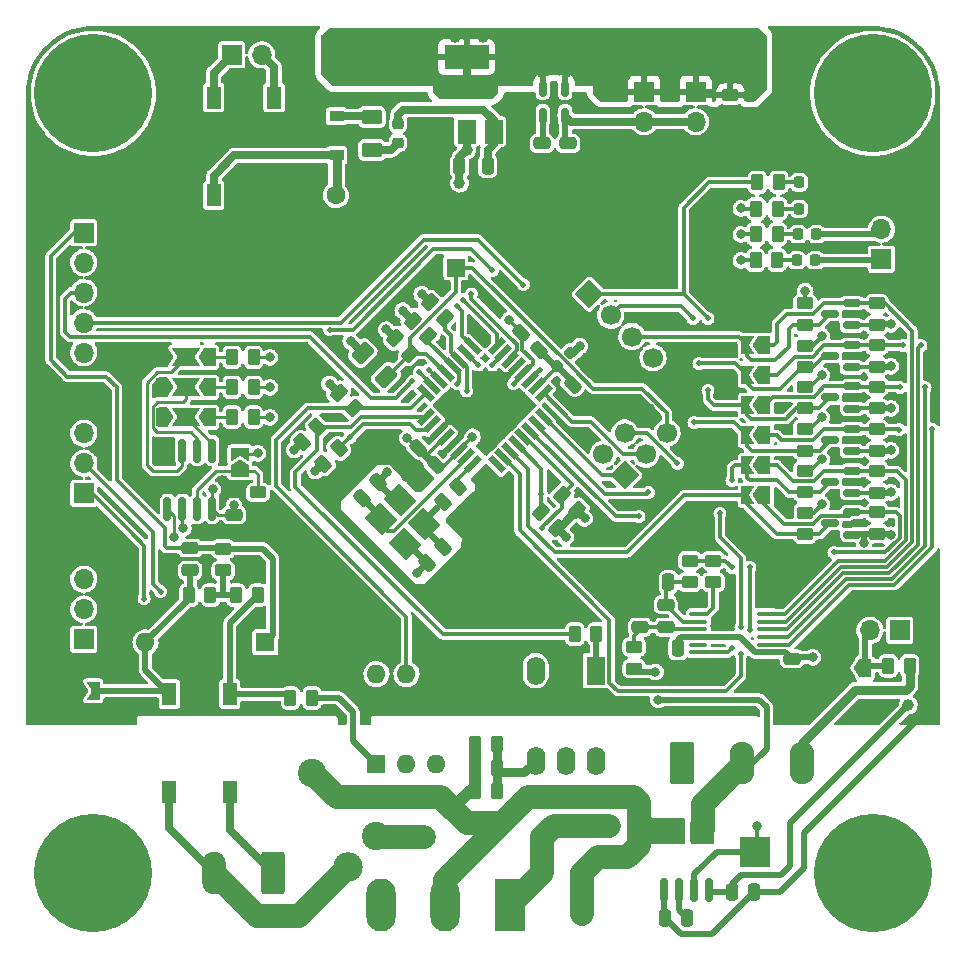
<source format=gtl>
G04 #@! TF.GenerationSoftware,KiCad,Pcbnew,6.0.0-rc1-unknown-b471945224~144~ubuntu20.04.1*
G04 #@! TF.CreationDate,2021-11-25T10:13:17+04:00*
G04 #@! TF.ProjectId,BEEIRON v0.03,42454549-524f-44e2-9076-302e30332e6b,rev?*
G04 #@! TF.SameCoordinates,Original*
G04 #@! TF.FileFunction,Copper,L1,Top*
G04 #@! TF.FilePolarity,Positive*
%FSLAX46Y46*%
G04 Gerber Fmt 4.6, Leading zero omitted, Abs format (unit mm)*
G04 Created by KiCad (PCBNEW 6.0.0-rc1-unknown-b471945224~144~ubuntu20.04.1) date 2021-11-25 10:13:17*
%MOMM*%
%LPD*%
G01*
G04 APERTURE LIST*
G04 Aperture macros list*
%AMRoundRect*
0 Rectangle with rounded corners*
0 $1 Rounding radius*
0 $2 $3 $4 $5 $6 $7 $8 $9 X,Y pos of 4 corners*
0 Add a 4 corners polygon primitive as box body*
4,1,4,$2,$3,$4,$5,$6,$7,$8,$9,$2,$3,0*
0 Add four circle primitives for the rounded corners*
1,1,$1+$1,$2,$3*
1,1,$1+$1,$4,$5*
1,1,$1+$1,$6,$7*
1,1,$1+$1,$8,$9*
0 Add four rect primitives between the rounded corners*
20,1,$1+$1,$2,$3,$4,$5,0*
20,1,$1+$1,$4,$5,$6,$7,0*
20,1,$1+$1,$6,$7,$8,$9,0*
20,1,$1+$1,$8,$9,$2,$3,0*%
%AMHorizOval*
0 Thick line with rounded ends*
0 $1 width*
0 $2 $3 position (X,Y) of the first rounded end (center of the circle)*
0 $4 $5 position (X,Y) of the second rounded end (center of the circle)*
0 Add line between two ends*
20,1,$1,$2,$3,$4,$5,0*
0 Add two circle primitives to create the rounded ends*
1,1,$1,$2,$3*
1,1,$1,$4,$5*%
%AMRotRect*
0 Rectangle, with rotation*
0 The origin of the aperture is its center*
0 $1 length*
0 $2 width*
0 $3 Rotation angle, in degrees counterclockwise*
0 Add horizontal line*
21,1,$1,$2,0,0,$3*%
%AMFreePoly0*
4,1,6,1.000000,0.000000,0.500000,-0.750000,-0.500000,-0.750000,-0.500000,0.750000,0.500000,0.750000,1.000000,0.000000,1.000000,0.000000,$1*%
%AMFreePoly1*
4,1,7,0.700000,0.000000,1.200000,-0.750000,-1.200000,-0.750000,-0.700000,0.000000,-1.200000,0.750000,1.200000,0.750000,0.700000,0.000000,0.700000,0.000000,$1*%
%AMFreePoly2*
4,1,6,0.500000,-0.750000,-0.650000,-0.750000,-0.150000,0.000000,-0.650000,0.750000,0.500000,0.750000,0.500000,-0.750000,0.500000,-0.750000,$1*%
G04 Aperture macros list end*
G04 #@! TA.AperFunction,NonConductor*
%ADD10C,0.200000*%
G04 #@! TD*
G04 #@! TA.AperFunction,SMDPad,CuDef*
%ADD11RoundRect,0.250000X0.262500X0.450000X-0.262500X0.450000X-0.262500X-0.450000X0.262500X-0.450000X0*%
G04 #@! TD*
G04 #@! TA.AperFunction,SMDPad,CuDef*
%ADD12RoundRect,0.250000X-0.262500X-0.450000X0.262500X-0.450000X0.262500X0.450000X-0.262500X0.450000X0*%
G04 #@! TD*
G04 #@! TA.AperFunction,SMDPad,CuDef*
%ADD13R,1.500000X2.000000*%
G04 #@! TD*
G04 #@! TA.AperFunction,SMDPad,CuDef*
%ADD14R,3.800000X2.000000*%
G04 #@! TD*
G04 #@! TA.AperFunction,SMDPad,CuDef*
%ADD15RoundRect,0.150000X0.587500X0.150000X-0.587500X0.150000X-0.587500X-0.150000X0.587500X-0.150000X0*%
G04 #@! TD*
G04 #@! TA.AperFunction,SMDPad,CuDef*
%ADD16RoundRect,0.250000X0.450000X-0.262500X0.450000X0.262500X-0.450000X0.262500X-0.450000X-0.262500X0*%
G04 #@! TD*
G04 #@! TA.AperFunction,ComponentPad*
%ADD17C,1.600000*%
G04 #@! TD*
G04 #@! TA.AperFunction,SMDPad,CuDef*
%ADD18RoundRect,0.250000X0.250000X0.475000X-0.250000X0.475000X-0.250000X-0.475000X0.250000X-0.475000X0*%
G04 #@! TD*
G04 #@! TA.AperFunction,ComponentPad*
%ADD19C,2.000000*%
G04 #@! TD*
G04 #@! TA.AperFunction,ComponentPad*
%ADD20R,1.700000X1.700000*%
G04 #@! TD*
G04 #@! TA.AperFunction,ComponentPad*
%ADD21O,1.700000X1.700000*%
G04 #@! TD*
G04 #@! TA.AperFunction,SMDPad,CuDef*
%ADD22RoundRect,0.250000X-0.450000X0.262500X-0.450000X-0.262500X0.450000X-0.262500X0.450000X0.262500X0*%
G04 #@! TD*
G04 #@! TA.AperFunction,SMDPad,CuDef*
%ADD23FreePoly0,0.000000*%
G04 #@! TD*
G04 #@! TA.AperFunction,SMDPad,CuDef*
%ADD24FreePoly1,0.000000*%
G04 #@! TD*
G04 #@! TA.AperFunction,SMDPad,CuDef*
%ADD25FreePoly0,180.000000*%
G04 #@! TD*
G04 #@! TA.AperFunction,SMDPad,CuDef*
%ADD26RoundRect,0.250000X-0.475000X0.250000X-0.475000X-0.250000X0.475000X-0.250000X0.475000X0.250000X0*%
G04 #@! TD*
G04 #@! TA.AperFunction,SMDPad,CuDef*
%ADD27RoundRect,0.150000X-0.150000X0.512500X-0.150000X-0.512500X0.150000X-0.512500X0.150000X0.512500X0*%
G04 #@! TD*
G04 #@! TA.AperFunction,SMDPad,CuDef*
%ADD28R,1.500000X1.500000*%
G04 #@! TD*
G04 #@! TA.AperFunction,ComponentPad*
%ADD29C,0.900000*%
G04 #@! TD*
G04 #@! TA.AperFunction,ComponentPad*
%ADD30C,10.000000*%
G04 #@! TD*
G04 #@! TA.AperFunction,ComponentPad*
%ADD31C,2.400000*%
G04 #@! TD*
G04 #@! TA.AperFunction,ComponentPad*
%ADD32HorizOval,2.400000X0.000000X0.000000X0.000000X0.000000X0*%
G04 #@! TD*
G04 #@! TA.AperFunction,ComponentPad*
%ADD33R,1.600000X1.600000*%
G04 #@! TD*
G04 #@! TA.AperFunction,ComponentPad*
%ADD34O,1.600000X1.600000*%
G04 #@! TD*
G04 #@! TA.AperFunction,ComponentPad*
%ADD35RoundRect,0.249999X-0.790001X-1.550001X0.790001X-1.550001X0.790001X1.550001X-0.790001X1.550001X0*%
G04 #@! TD*
G04 #@! TA.AperFunction,ComponentPad*
%ADD36O,2.080000X3.600000*%
G04 #@! TD*
G04 #@! TA.AperFunction,SMDPad,CuDef*
%ADD37R,2.500000X2.500000*%
G04 #@! TD*
G04 #@! TA.AperFunction,SMDPad,CuDef*
%ADD38RoundRect,0.250000X-0.503814X-0.132583X-0.132583X-0.503814X0.503814X0.132583X0.132583X0.503814X0*%
G04 #@! TD*
G04 #@! TA.AperFunction,ComponentPad*
%ADD39RotRect,1.700000X1.700000X135.000000*%
G04 #@! TD*
G04 #@! TA.AperFunction,ComponentPad*
%ADD40HorizOval,1.700000X0.000000X0.000000X0.000000X0.000000X0*%
G04 #@! TD*
G04 #@! TA.AperFunction,SMDPad,CuDef*
%ADD41FreePoly2,180.000000*%
G04 #@! TD*
G04 #@! TA.AperFunction,SMDPad,CuDef*
%ADD42RoundRect,0.250000X-0.159099X0.512652X-0.512652X0.159099X0.159099X-0.512652X0.512652X-0.159099X0*%
G04 #@! TD*
G04 #@! TA.AperFunction,SMDPad,CuDef*
%ADD43RoundRect,0.218750X0.218750X0.256250X-0.218750X0.256250X-0.218750X-0.256250X0.218750X-0.256250X0*%
G04 #@! TD*
G04 #@! TA.AperFunction,SMDPad,CuDef*
%ADD44RoundRect,0.250000X0.475000X-0.250000X0.475000X0.250000X-0.475000X0.250000X-0.475000X-0.250000X0*%
G04 #@! TD*
G04 #@! TA.AperFunction,SMDPad,CuDef*
%ADD45RoundRect,0.250000X-0.625000X0.375000X-0.625000X-0.375000X0.625000X-0.375000X0.625000X0.375000X0*%
G04 #@! TD*
G04 #@! TA.AperFunction,SMDPad,CuDef*
%ADD46FreePoly2,0.000000*%
G04 #@! TD*
G04 #@! TA.AperFunction,SMDPad,CuDef*
%ADD47RotRect,1.600000X0.550000X45.000000*%
G04 #@! TD*
G04 #@! TA.AperFunction,SMDPad,CuDef*
%ADD48RotRect,1.600000X0.550000X135.000000*%
G04 #@! TD*
G04 #@! TA.AperFunction,SMDPad,CuDef*
%ADD49RoundRect,0.218750X-0.256250X0.218750X-0.256250X-0.218750X0.256250X-0.218750X0.256250X0.218750X0*%
G04 #@! TD*
G04 #@! TA.AperFunction,SMDPad,CuDef*
%ADD50RoundRect,0.250000X-0.250000X-0.475000X0.250000X-0.475000X0.250000X0.475000X-0.250000X0.475000X0*%
G04 #@! TD*
G04 #@! TA.AperFunction,SMDPad,CuDef*
%ADD51RoundRect,0.250000X0.503814X0.132583X0.132583X0.503814X-0.503814X-0.132583X-0.132583X-0.503814X0*%
G04 #@! TD*
G04 #@! TA.AperFunction,SMDPad,CuDef*
%ADD52RoundRect,0.150000X-0.150000X0.825000X-0.150000X-0.825000X0.150000X-0.825000X0.150000X0.825000X0*%
G04 #@! TD*
G04 #@! TA.AperFunction,ComponentPad*
%ADD53R,1.600000X2.400000*%
G04 #@! TD*
G04 #@! TA.AperFunction,ComponentPad*
%ADD54O,1.600000X2.400000*%
G04 #@! TD*
G04 #@! TA.AperFunction,SMDPad,CuDef*
%ADD55RoundRect,0.250000X0.159099X-0.512652X0.512652X-0.159099X-0.159099X0.512652X-0.512652X0.159099X0*%
G04 #@! TD*
G04 #@! TA.AperFunction,ComponentPad*
%ADD56R,2.500000X4.500000*%
G04 #@! TD*
G04 #@! TA.AperFunction,ComponentPad*
%ADD57O,2.500000X4.500000*%
G04 #@! TD*
G04 #@! TA.AperFunction,SMDPad,CuDef*
%ADD58R,1.200000X1.900000*%
G04 #@! TD*
G04 #@! TA.AperFunction,SMDPad,CuDef*
%ADD59RoundRect,0.250000X0.132583X-0.503814X0.503814X-0.132583X-0.132583X0.503814X-0.503814X0.132583X0*%
G04 #@! TD*
G04 #@! TA.AperFunction,SMDPad,CuDef*
%ADD60RotRect,2.100000X1.800000X315.000000*%
G04 #@! TD*
G04 #@! TA.AperFunction,SMDPad,CuDef*
%ADD61RoundRect,0.218750X-0.026517X0.335876X-0.335876X0.026517X0.026517X-0.335876X0.335876X-0.026517X0*%
G04 #@! TD*
G04 #@! TA.AperFunction,SMDPad,CuDef*
%ADD62RoundRect,0.250000X-0.707107X-0.176777X-0.176777X-0.707107X0.707107X0.176777X0.176777X0.707107X0*%
G04 #@! TD*
G04 #@! TA.AperFunction,ComponentPad*
%ADD63RoundRect,0.250000X0.750000X1.550000X-0.750000X1.550000X-0.750000X-1.550000X0.750000X-1.550000X0*%
G04 #@! TD*
G04 #@! TA.AperFunction,ComponentPad*
%ADD64O,2.000000X3.600000*%
G04 #@! TD*
G04 #@! TA.AperFunction,SMDPad,CuDef*
%ADD65FreePoly0,90.000000*%
G04 #@! TD*
G04 #@! TA.AperFunction,SMDPad,CuDef*
%ADD66FreePoly2,90.000000*%
G04 #@! TD*
G04 #@! TA.AperFunction,ComponentPad*
%ADD67C,1.800000*%
G04 #@! TD*
G04 #@! TA.AperFunction,SMDPad,CuDef*
%ADD68R,1.200000X0.900000*%
G04 #@! TD*
G04 #@! TA.AperFunction,ComponentPad*
%ADD69RotRect,1.700000X1.700000X45.000000*%
G04 #@! TD*
G04 #@! TA.AperFunction,ComponentPad*
%ADD70HorizOval,1.700000X0.000000X0.000000X0.000000X0.000000X0*%
G04 #@! TD*
G04 #@! TA.AperFunction,SMDPad,CuDef*
%ADD71RoundRect,0.100000X-0.637500X-0.100000X0.637500X-0.100000X0.637500X0.100000X-0.637500X0.100000X0*%
G04 #@! TD*
G04 #@! TA.AperFunction,ViaPad*
%ADD72C,1.000000*%
G04 #@! TD*
G04 #@! TA.AperFunction,ViaPad*
%ADD73C,0.800000*%
G04 #@! TD*
G04 #@! TA.AperFunction,ViaPad*
%ADD74C,0.500000*%
G04 #@! TD*
G04 #@! TA.AperFunction,ViaPad*
%ADD75C,2.500000*%
G04 #@! TD*
G04 #@! TA.AperFunction,Conductor*
%ADD76C,0.700000*%
G04 #@! TD*
G04 #@! TA.AperFunction,Conductor*
%ADD77C,0.800000*%
G04 #@! TD*
G04 #@! TA.AperFunction,Conductor*
%ADD78C,0.500000*%
G04 #@! TD*
G04 #@! TA.AperFunction,Conductor*
%ADD79C,0.300000*%
G04 #@! TD*
G04 #@! TA.AperFunction,Conductor*
%ADD80C,0.250000*%
G04 #@! TD*
G04 #@! TA.AperFunction,Conductor*
%ADD81C,2.000000*%
G04 #@! TD*
G04 #@! TA.AperFunction,Conductor*
%ADD82C,1.000000*%
G04 #@! TD*
G04 APERTURE END LIST*
D10*
X161467179Y-124657181D02*
X159689179Y-124657181D01*
X159689179Y-124657181D02*
X159689179Y-127451181D01*
X159689179Y-127451181D02*
X161467179Y-127451181D01*
X161467179Y-127451181D02*
X161467179Y-124657181D01*
G36*
X161467179Y-124657181D02*
G01*
X159689179Y-124657181D01*
X159689179Y-127451181D01*
X161467179Y-127451181D01*
X161467179Y-124657181D01*
G37*
X159004000Y-127508000D02*
X156210000Y-127508000D01*
X156210000Y-127508000D02*
X156210000Y-125476000D01*
X156210000Y-125476000D02*
X159004000Y-125476000D01*
X159004000Y-125476000D02*
X159004000Y-127508000D01*
G36*
X159004000Y-127508000D02*
G01*
X156210000Y-127508000D01*
X156210000Y-125476000D01*
X159004000Y-125476000D01*
X159004000Y-127508000D01*
G37*
D11*
X122578500Y-88900000D03*
X120753500Y-88900000D03*
D12*
X117087500Y-106500000D03*
X118912500Y-106500000D03*
D13*
X138300000Y-67250000D03*
X140600000Y-67250000D03*
D14*
X140600000Y-60950000D03*
D13*
X142900000Y-67250000D03*
D15*
X173263282Y-97847436D03*
X173263282Y-95947436D03*
X171388282Y-96897436D03*
D16*
X169290207Y-101327000D03*
X169290207Y-99502000D03*
D17*
X129540000Y-72644000D03*
X129540000Y-76144000D03*
D18*
X140000000Y-70150000D03*
X138100000Y-70150000D03*
D19*
X137000000Y-127000000D03*
X147000000Y-127000000D03*
D15*
X173226500Y-87218418D03*
X173226500Y-85318418D03*
X171351500Y-86268418D03*
D20*
X175731000Y-78046000D03*
D21*
X175731000Y-75506000D03*
X175731000Y-72966000D03*
D12*
X165070107Y-78146000D03*
X166895107Y-78146000D03*
D22*
X120000000Y-102575000D03*
X120000000Y-104400000D03*
D12*
X121087500Y-106500000D03*
X122912500Y-106500000D03*
D23*
X114840000Y-91440000D03*
D24*
X116840000Y-91440000D03*
D25*
X118840000Y-91440000D03*
D26*
X149200000Y-68250000D03*
X149200000Y-70150000D03*
D27*
X148950000Y-63612500D03*
X148000000Y-63612500D03*
X147050000Y-63612500D03*
X147050000Y-65887500D03*
X148950000Y-65887500D03*
D20*
X177292000Y-109474000D03*
D21*
X174752000Y-109474000D03*
X172212000Y-109474000D03*
D11*
X151600000Y-109800000D03*
X149775000Y-109800000D03*
D20*
X160000000Y-63875000D03*
D21*
X160000000Y-66415000D03*
X160000000Y-68955000D03*
D22*
X175363111Y-92456000D03*
X175363111Y-94281000D03*
D20*
X120725000Y-60750000D03*
D21*
X123265000Y-60750000D03*
D28*
X139700000Y-78770227D03*
X147500000Y-78770227D03*
D29*
X177651650Y-66651650D03*
X175000000Y-60250000D03*
X172348350Y-61348350D03*
X178750000Y-64000000D03*
X171250000Y-64000000D03*
X172348350Y-66651650D03*
D30*
X175000000Y-64000000D03*
D29*
X177651650Y-61348350D03*
X175000000Y-67750000D03*
D22*
X175358406Y-96007610D03*
X175358406Y-97832610D03*
D26*
X155300000Y-107300000D03*
X155300000Y-109200000D03*
D11*
X122572392Y-91418086D03*
X120747392Y-91418086D03*
D26*
X168148000Y-111892000D03*
X168148000Y-113792000D03*
D31*
X127518056Y-121518056D03*
D32*
X132906210Y-126906210D03*
D26*
X147000000Y-68250000D03*
X147000000Y-70150000D03*
D20*
X155652393Y-63874870D03*
D21*
X155652393Y-66414870D03*
X155652393Y-68954870D03*
D33*
X132975000Y-120800000D03*
D34*
X135515000Y-120800000D03*
X138055000Y-120800000D03*
X138055000Y-113180000D03*
X135515000Y-113180000D03*
X132975000Y-113180000D03*
D12*
X165118500Y-75946000D03*
X166943500Y-75946000D03*
X141337500Y-121100000D03*
X143162500Y-121100000D03*
D11*
X178129500Y-112474000D03*
X176304500Y-112474000D03*
D16*
X169267112Y-94256170D03*
X169267112Y-92431170D03*
D35*
X158840000Y-120700000D03*
D36*
X163920000Y-120700000D03*
X169000000Y-120700000D03*
D37*
X165000000Y-128200000D03*
D15*
X173226500Y-83662418D03*
X173226500Y-81762418D03*
X171351500Y-82712418D03*
D18*
X158500000Y-111000000D03*
X156600000Y-111000000D03*
D38*
X136054765Y-83254765D03*
X137345235Y-84545235D03*
D39*
X153979773Y-96362329D03*
D40*
X152183722Y-94566278D03*
X155775824Y-94566278D03*
X153979773Y-92770227D03*
X157571875Y-92770227D03*
X155775824Y-90974175D03*
D25*
X165825000Y-98044000D03*
D41*
X164375000Y-98044000D03*
D42*
X138600000Y-102400000D03*
X137256498Y-103743502D03*
D26*
X162950000Y-64177195D03*
X162950000Y-66077195D03*
D16*
X169252920Y-83614503D03*
X169252920Y-81789503D03*
D18*
X157700000Y-105400000D03*
X155800000Y-105400000D03*
D12*
X165131000Y-73796000D03*
X166956000Y-73796000D03*
D16*
X169278122Y-90686336D03*
X169278122Y-88861336D03*
D43*
X170331000Y-73796000D03*
X168756000Y-73796000D03*
D44*
X157500000Y-109200000D03*
X157500000Y-107300000D03*
D45*
X132600000Y-66000000D03*
X132600000Y-68800000D03*
D12*
X165218500Y-71546000D03*
X167043500Y-71546000D03*
D22*
X175322809Y-85343999D03*
X175322809Y-87168999D03*
D38*
X129764295Y-89364295D03*
X131054765Y-90654765D03*
D23*
X107600000Y-114600000D03*
D46*
X109050000Y-114600000D03*
D29*
X106348350Y-61348350D03*
X112750000Y-64000000D03*
X106348350Y-66651650D03*
X109000000Y-67750000D03*
X111651650Y-66651650D03*
D30*
X109000000Y-64000000D03*
D29*
X105250000Y-64000000D03*
X111651650Y-61348350D03*
X109000000Y-60250000D03*
D47*
X137151346Y-91441800D03*
X137717032Y-92007485D03*
X138282717Y-92573171D03*
X138848402Y-93138856D03*
X139414088Y-93704542D03*
X139979773Y-94270227D03*
X140545459Y-94835912D03*
X141111144Y-95401598D03*
D48*
X143161754Y-95401598D03*
X143727439Y-94835912D03*
X144293125Y-94270227D03*
X144858810Y-93704542D03*
X145424496Y-93138856D03*
X145990181Y-92573171D03*
X146555866Y-92007485D03*
X147121552Y-91441800D03*
D47*
X147121552Y-89391190D03*
X146555866Y-88825505D03*
X145990181Y-88259819D03*
X145424496Y-87694134D03*
X144858810Y-87128448D03*
X144293125Y-86562763D03*
X143727439Y-85997078D03*
X143161754Y-85431392D03*
D48*
X141111144Y-85431392D03*
X140545459Y-85997078D03*
X139979773Y-86562763D03*
X139414088Y-87128448D03*
X138848402Y-87694134D03*
X138282717Y-88259819D03*
X137717032Y-88825505D03*
X137151346Y-89391190D03*
D15*
X173260349Y-90705366D03*
X173260349Y-88805366D03*
X171385349Y-89755366D03*
D49*
X134800000Y-66625000D03*
X134800000Y-68200000D03*
D50*
X142400000Y-70150000D03*
X144300000Y-70150000D03*
D51*
X148229773Y-100770227D03*
X146939303Y-99479757D03*
D52*
X119073000Y-94249000D03*
X117803000Y-94249000D03*
X116533000Y-94249000D03*
X115263000Y-94249000D03*
X115263000Y-99199000D03*
X116533000Y-99199000D03*
X117803000Y-99199000D03*
X119073000Y-99199000D03*
D18*
X159300000Y-133800000D03*
X157400000Y-133800000D03*
D25*
X165825000Y-95504000D03*
D41*
X164375000Y-95504000D03*
D50*
X163050000Y-131600000D03*
X164950000Y-131600000D03*
D42*
X136500000Y-94000000D03*
X135156498Y-95343502D03*
D25*
X174352000Y-112674000D03*
D41*
X172902000Y-112674000D03*
D53*
X151525000Y-112880000D03*
D54*
X148985000Y-112880000D03*
X146445000Y-112880000D03*
X146445000Y-120500000D03*
X148985000Y-120500000D03*
X151525000Y-120500000D03*
D22*
X161500000Y-103575000D03*
X161500000Y-105400000D03*
D55*
X146708022Y-85741978D03*
X148051524Y-84398476D03*
D56*
X144250000Y-132750000D03*
D57*
X138800000Y-132750000D03*
X133350000Y-132750000D03*
D25*
X165823758Y-85344001D03*
D41*
X164373758Y-85344001D03*
D20*
X108200000Y-110220000D03*
D21*
X108200000Y-107680000D03*
X108200000Y-105140000D03*
X108200000Y-102600000D03*
D43*
X170331000Y-71546000D03*
X168756000Y-71546000D03*
D38*
X137514295Y-81714295D03*
X138804765Y-83004765D03*
D58*
X119200410Y-72625580D03*
X124300410Y-72625580D03*
X119200410Y-64375580D03*
X124300410Y-64375580D03*
D59*
X126689303Y-93560697D03*
X127979773Y-92270227D03*
D60*
X133361522Y-100087868D03*
X135412132Y-102138478D03*
X137038478Y-100512132D03*
X134987868Y-98461522D03*
D29*
X175000000Y-126250000D03*
D30*
X175000000Y-130000000D03*
D29*
X172348350Y-132651650D03*
X175000000Y-133750000D03*
X171250000Y-130000000D03*
X172348350Y-127348350D03*
X178750000Y-130000000D03*
X177651650Y-132651650D03*
X177651650Y-127348350D03*
D16*
X169273042Y-97790000D03*
X169273042Y-95965000D03*
D61*
X149400000Y-86000000D03*
X148286306Y-87113694D03*
D22*
X122936000Y-97790000D03*
X122936000Y-99615000D03*
D43*
X170231000Y-75946000D03*
X168656000Y-75946000D03*
D25*
X165825000Y-90424000D03*
D41*
X164375000Y-90424000D03*
D62*
X131804765Y-86004765D03*
X133784663Y-87984663D03*
D20*
X108200000Y-97880000D03*
D21*
X108200000Y-95340000D03*
X108200000Y-92800000D03*
X108200000Y-90260000D03*
D22*
X175337000Y-81799918D03*
X175337000Y-83624918D03*
D11*
X122578500Y-86360000D03*
X120753500Y-86360000D03*
D52*
X161155000Y-126525000D03*
X159885000Y-126525000D03*
X158615000Y-126525000D03*
X157345000Y-126525000D03*
X157345000Y-131475000D03*
X158615000Y-131475000D03*
X159885000Y-131475000D03*
X161155000Y-131475000D03*
D42*
X138000000Y-95500000D03*
X136656498Y-96843502D03*
D63*
X124200000Y-130000000D03*
D64*
X119200000Y-130000000D03*
D22*
X159500000Y-103575000D03*
X159500000Y-105400000D03*
D12*
X141337500Y-119100000D03*
X143162500Y-119100000D03*
D55*
X145229773Y-84270227D03*
X146573275Y-82926725D03*
D38*
X134554765Y-84754765D03*
X135845235Y-86045235D03*
D65*
X121412000Y-95975000D03*
D66*
X121412000Y-94525000D03*
D15*
X173252611Y-94318500D03*
X173252611Y-92418500D03*
X171377611Y-93368500D03*
D12*
X125687500Y-115200000D03*
X127512500Y-115200000D03*
D23*
X114840000Y-88900000D03*
D24*
X116840000Y-88900000D03*
D25*
X118840000Y-88900000D03*
D59*
X138604765Y-98645235D03*
X139895235Y-97354765D03*
D33*
X123580000Y-110500000D03*
D34*
X113420000Y-110500000D03*
D12*
X141337500Y-123100000D03*
X143162500Y-123100000D03*
D44*
X120904000Y-99690000D03*
X120904000Y-97790000D03*
D58*
X120549590Y-114874420D03*
X115449590Y-114874420D03*
X120549590Y-123124420D03*
X115449590Y-123124420D03*
D43*
X170145107Y-78146000D03*
X168570107Y-78146000D03*
D22*
X175332967Y-88831901D03*
X175332967Y-90656901D03*
D23*
X114840000Y-86360000D03*
D24*
X116840000Y-86360000D03*
D25*
X118840000Y-86360000D03*
D20*
X108200000Y-75800000D03*
D21*
X108200000Y-78340000D03*
X108200000Y-80880000D03*
X108200000Y-83420000D03*
X108200000Y-85960000D03*
D25*
X165825000Y-87884000D03*
D41*
X164375000Y-87884000D03*
D29*
X112750000Y-130000000D03*
X106348350Y-127348350D03*
X109000000Y-126250000D03*
X109000000Y-133750000D03*
X106348350Y-132651650D03*
X111651650Y-127348350D03*
D30*
X109000000Y-130000000D03*
D29*
X111651650Y-132651650D03*
X105250000Y-130000000D03*
D15*
X173264955Y-101368238D03*
X173264955Y-99468238D03*
X171389955Y-100418238D03*
D67*
X150350000Y-133500000D03*
X152650000Y-126000000D03*
D25*
X165825000Y-92964000D03*
D41*
X164375000Y-92964000D03*
D68*
X129600000Y-65950000D03*
X129600000Y-69250000D03*
D26*
X117200000Y-102500000D03*
X117200000Y-104400000D03*
D16*
X169276932Y-87185583D03*
X169276932Y-85360583D03*
D22*
X175369042Y-99479203D03*
X175369042Y-101304203D03*
D55*
X131728249Y-98271751D03*
X133071751Y-96928249D03*
D59*
X128489303Y-95360697D03*
X129779773Y-94070227D03*
D51*
X149979773Y-99270227D03*
X148689303Y-97979757D03*
D69*
X151007898Y-81007898D03*
D70*
X152803949Y-82803949D03*
X154600000Y-84600000D03*
X156396052Y-86396052D03*
D16*
X154800000Y-112712500D03*
X154800000Y-110887500D03*
D71*
X160237500Y-107450000D03*
X160237500Y-108100000D03*
X160237500Y-108750000D03*
X160237500Y-109400000D03*
X160237500Y-110050000D03*
X160237500Y-110700000D03*
X160237500Y-111350000D03*
X165962500Y-111350000D03*
X165962500Y-110700000D03*
X165962500Y-110050000D03*
X165962500Y-109400000D03*
X165962500Y-108750000D03*
X165962500Y-108100000D03*
X165962500Y-107450000D03*
D55*
X149579773Y-88670227D03*
X150923275Y-87326725D03*
D72*
X137922000Y-71628000D03*
X131064000Y-75946000D03*
D73*
X147400000Y-82200000D03*
X148800000Y-83600000D03*
D72*
X147000000Y-71400000D03*
D73*
X154400000Y-105000000D03*
D72*
X149200000Y-71400000D03*
D73*
X158800000Y-106800000D03*
X106125000Y-114500000D03*
X133860000Y-96110000D03*
X139400000Y-91500000D03*
X136400000Y-104600000D03*
D72*
X144200000Y-68800000D03*
D73*
X135500000Y-96500000D03*
X140384156Y-92381928D03*
X119888000Y-96774000D03*
X113538000Y-86360000D03*
D72*
X124200000Y-74200000D03*
X164400000Y-66000000D03*
D73*
X134300000Y-94500000D03*
D72*
X148000000Y-64800000D03*
X179600000Y-115800000D03*
D73*
X147600000Y-80200000D03*
X124206000Y-99568000D03*
X157400000Y-112200000D03*
X154400000Y-106400000D03*
X151800000Y-86600000D03*
D74*
X144000000Y-88000000D03*
D73*
X176530000Y-94234000D03*
X176530000Y-87122000D03*
X174244000Y-102120500D03*
X169926000Y-111760000D03*
X176508023Y-101367977D03*
X176530000Y-97790000D03*
X176530000Y-90678000D03*
X176530000Y-83566000D03*
D72*
X154500000Y-59500000D03*
X159000000Y-61500000D03*
X144000000Y-61500000D03*
D73*
X163831000Y-78146000D03*
X170688000Y-87884000D03*
X136800000Y-81000000D03*
D72*
X131500000Y-61500000D03*
X161000000Y-61500000D03*
D73*
X150600000Y-100000000D03*
D72*
X165000000Y-59500000D03*
D73*
X126000000Y-94200000D03*
X141098639Y-93080870D03*
D72*
X159000000Y-59500000D03*
X140000000Y-71600000D03*
X142400000Y-63400000D03*
D73*
X123952000Y-91440000D03*
D72*
X131500000Y-59500000D03*
D73*
X123952000Y-86360000D03*
D72*
X154500000Y-61500000D03*
D73*
X163831000Y-73746000D03*
X170688000Y-94996000D03*
D72*
X138800000Y-63400000D03*
X135500000Y-59500000D03*
D73*
X170688000Y-84582000D03*
D72*
X165000000Y-61500000D03*
X137500000Y-59500000D03*
X152000000Y-61500000D03*
X149000000Y-62200000D03*
D73*
X135600000Y-93200000D03*
D72*
X140600000Y-62800000D03*
D73*
X149000000Y-101600000D03*
D72*
X137500000Y-61500000D03*
X133500000Y-59500000D03*
X150000000Y-59500000D03*
X163000000Y-59500000D03*
X146000000Y-59500000D03*
D73*
X170688000Y-98806000D03*
D72*
X163000000Y-61500000D03*
X147000000Y-62200000D03*
X142000000Y-59200000D03*
X161000000Y-59500000D03*
X133500000Y-61500000D03*
D73*
X130800000Y-85000000D03*
X144200000Y-83200000D03*
D72*
X178000000Y-115800000D03*
X140600000Y-68800000D03*
X156500000Y-61500000D03*
D74*
X144600000Y-88600000D03*
D73*
X120904000Y-98889500D03*
D72*
X144000000Y-59500000D03*
D73*
X133800000Y-84000000D03*
X150200000Y-85400000D03*
X170688000Y-91440000D03*
X163831000Y-75946000D03*
X129000000Y-88600000D03*
D72*
X129500000Y-61500000D03*
D73*
X122936000Y-94488000D03*
D72*
X148000000Y-59500000D03*
D73*
X127800000Y-96000000D03*
X169275211Y-80742988D03*
D72*
X139600000Y-59200000D03*
D73*
X135200000Y-82400000D03*
D72*
X164400000Y-64200000D03*
D73*
X119126000Y-97536000D03*
D72*
X135500000Y-61500000D03*
X156500000Y-59500000D03*
X129500000Y-59500000D03*
D73*
X123952000Y-88900000D03*
D72*
X152000000Y-59500000D03*
D74*
X155194000Y-99822000D03*
X159857000Y-91857000D03*
X163068000Y-110998000D03*
X171704000Y-102870000D03*
X161036000Y-89154000D03*
X161036000Y-83058000D03*
X158452641Y-95347359D03*
X156000000Y-97800000D03*
X180031978Y-92456000D03*
X177229500Y-92476502D03*
X136600000Y-87600000D03*
X137400000Y-87400000D03*
D73*
X115824000Y-101600000D03*
D74*
X140600000Y-89200000D03*
X139800000Y-88600000D03*
D73*
X116624000Y-100800000D03*
D74*
X160274000Y-86868000D03*
X159766000Y-83058000D03*
X146939303Y-97939303D03*
X113300000Y-106800000D03*
X147027207Y-100831793D03*
X114700000Y-106200000D03*
X130725000Y-93125000D03*
X179432478Y-88900000D03*
X177292000Y-88900000D03*
X139800000Y-82000000D03*
X136000000Y-88400000D03*
X141600000Y-87000000D03*
X145400000Y-80200000D03*
X146800000Y-87400000D03*
X141000000Y-81000000D03*
X142800000Y-79000000D03*
X129000000Y-84019500D03*
X179070000Y-85344000D03*
X177546000Y-85344000D03*
D73*
X156815204Y-115349500D03*
X156600000Y-113000000D03*
D74*
X163068000Y-104140000D03*
X164592000Y-109474000D03*
X164592000Y-104140000D03*
X140291689Y-81502460D03*
X162052000Y-99568000D03*
X163830000Y-109220000D03*
X163068000Y-96774000D03*
X163830000Y-111506000D03*
X142800000Y-87000000D03*
D73*
X165200000Y-126000000D03*
D75*
X130600000Y-129500000D03*
D76*
X140000000Y-70150000D02*
X140000000Y-69400000D01*
X140000000Y-69400000D02*
X140600000Y-68800000D01*
D77*
X138100000Y-70150000D02*
X138100000Y-71450000D01*
X138100000Y-71450000D02*
X137922000Y-71628000D01*
X131064000Y-75946000D02*
X130754000Y-76144000D01*
X130754000Y-76144000D02*
X129540000Y-76144000D01*
X129600000Y-69250000D02*
X129600000Y-72584000D01*
D78*
X129600000Y-72584000D02*
X129540000Y-72644000D01*
X129540000Y-69310000D02*
X129600000Y-69250000D01*
D76*
X120950000Y-69250000D02*
X119200410Y-70999590D01*
X129600000Y-69250000D02*
X120950000Y-69250000D01*
X119200410Y-70999590D02*
X119200410Y-72625580D01*
D78*
X155800000Y-105400000D02*
X154800000Y-105400000D01*
X179600000Y-115800000D02*
X179600000Y-116200000D01*
X179600000Y-116200000D02*
X169200000Y-126600000D01*
D79*
X144858810Y-87128448D02*
X144858810Y-87141190D01*
D78*
X155300000Y-107300000D02*
X154400000Y-106400000D01*
D79*
X138282717Y-92573171D02*
X138326829Y-92573171D01*
X144858810Y-87141190D02*
X144000000Y-88000000D01*
X156600000Y-111400000D02*
X157400000Y-112200000D01*
D76*
X124300410Y-74099590D02*
X124200000Y-74200000D01*
D80*
X122936000Y-99615000D02*
X124159000Y-99615000D01*
D78*
X157345000Y-133745000D02*
X157400000Y-133800000D01*
D76*
X144300000Y-70150000D02*
X144300000Y-68900000D01*
D78*
X154800000Y-105400000D02*
X154400000Y-105000000D01*
D79*
X140384156Y-92734474D02*
X140384156Y-92381928D01*
D80*
X124159000Y-99615000D02*
X124206000Y-99568000D01*
D78*
X158800000Y-135200000D02*
X161350000Y-135200000D01*
D79*
X147500000Y-78770227D02*
X147500000Y-80100000D01*
D78*
X135412132Y-102138478D02*
X135651474Y-102138478D01*
D80*
X114840000Y-86360000D02*
X113538000Y-86360000D01*
D78*
X148000000Y-63612500D02*
X148000000Y-64800000D01*
D80*
X120904000Y-97790000D02*
X119888000Y-96774000D01*
D76*
X149200000Y-70150000D02*
X149200000Y-71400000D01*
D78*
X164322805Y-66077195D02*
X164400000Y-66000000D01*
X107500000Y-114500000D02*
X107600000Y-114600000D01*
X155800000Y-106800000D02*
X155800000Y-105400000D01*
D76*
X148051524Y-84348476D02*
X148800000Y-83600000D01*
D78*
X135856498Y-96143502D02*
X135500000Y-96500000D01*
X135856498Y-96043502D02*
X135856498Y-96143502D01*
D79*
X159450000Y-107450000D02*
X158800000Y-106800000D01*
D76*
X135143502Y-95343502D02*
X134300000Y-94500000D01*
X135156498Y-95343502D02*
X135856498Y-96043502D01*
D78*
X133282844Y-97156498D02*
X134787868Y-98661522D01*
D79*
X138326829Y-92573171D02*
X139400000Y-91500000D01*
X147500000Y-80100000D02*
X147600000Y-80200000D01*
D78*
X167160000Y-131600000D02*
X164950000Y-131600000D01*
X155300000Y-107300000D02*
X155800000Y-106800000D01*
D79*
X156600000Y-111000000D02*
X156600000Y-111400000D01*
X150923275Y-87326725D02*
X151073275Y-87326725D01*
D76*
X147000000Y-70150000D02*
X147000000Y-71400000D01*
X146673275Y-82926725D02*
X147400000Y-82200000D01*
D78*
X164950000Y-131600000D02*
X161350000Y-135200000D01*
D76*
X144300000Y-68900000D02*
X144200000Y-68800000D01*
D78*
X133860000Y-96110000D02*
X133860000Y-96140000D01*
X169200000Y-129560000D02*
X167160000Y-131600000D01*
D79*
X160237500Y-107450000D02*
X159450000Y-107450000D01*
D78*
X133860000Y-96140000D02*
X133071751Y-96928249D01*
D76*
X135156498Y-95343502D02*
X135143502Y-95343502D01*
D79*
X151073275Y-87326725D02*
X151800000Y-86600000D01*
X139414088Y-93704542D02*
X140384156Y-92734474D01*
D76*
X148051524Y-84398476D02*
X148051524Y-84348476D01*
X135856498Y-96043502D02*
X136656498Y-96843502D01*
D78*
X162950000Y-66077195D02*
X164322805Y-66077195D01*
X106125000Y-114500000D02*
X107500000Y-114500000D01*
D76*
X124300410Y-72625580D02*
X124300410Y-74099590D01*
D78*
X169200000Y-126600000D02*
X169200000Y-129560000D01*
X157345000Y-131475000D02*
X157345000Y-133745000D01*
X157400000Y-133800000D02*
X158800000Y-135200000D01*
D76*
X146573275Y-82926725D02*
X146673275Y-82926725D01*
D78*
X136400000Y-104600000D02*
X137256498Y-103743502D01*
X135651474Y-102138478D02*
X137256498Y-103743502D01*
X120549590Y-108862910D02*
X120549590Y-114874420D01*
X125361920Y-114874420D02*
X125687500Y-115200000D01*
X120549590Y-114874420D02*
X125361920Y-114874420D01*
X122912500Y-106500000D02*
X120549590Y-108862910D01*
X112800000Y-114600000D02*
X115175170Y-114600000D01*
X113420000Y-110500000D02*
X117087500Y-106832500D01*
X115175170Y-114600000D02*
X115449590Y-114874420D01*
X113420000Y-110500000D02*
X113420000Y-112844830D01*
X109050000Y-114600000D02*
X111400000Y-114600000D01*
X117200000Y-106387500D02*
X117087500Y-106500000D01*
X117200000Y-104400000D02*
X117200000Y-106387500D01*
X113420000Y-112844830D02*
X115449590Y-114874420D01*
X117087500Y-106832500D02*
X117087500Y-106500000D01*
X111400000Y-114600000D02*
X112800000Y-114600000D01*
D76*
X159999870Y-66414870D02*
X160000000Y-66415000D01*
D79*
X176483000Y-94281000D02*
X176530000Y-94234000D01*
D78*
X175363111Y-94281000D02*
X176483000Y-94281000D01*
X163750000Y-110050000D02*
X165050000Y-111350000D01*
X175395918Y-83566000D02*
X175337000Y-83624918D01*
D76*
X155652393Y-66414870D02*
X149477370Y-66414870D01*
D78*
X174285797Y-101304203D02*
X173328990Y-101304203D01*
D79*
X175322809Y-87168999D02*
X173275919Y-87168999D01*
X176487390Y-97832610D02*
X176530000Y-97790000D01*
D78*
X165962500Y-111350000D02*
X167606000Y-111350000D01*
X168280000Y-111760000D02*
X168148000Y-111892000D01*
X148950000Y-65887500D02*
X148950000Y-68000000D01*
D79*
X173278108Y-97832610D02*
X173263282Y-97847436D01*
D78*
X169926000Y-111760000D02*
X168280000Y-111760000D01*
D79*
X176483001Y-87168999D02*
X176530000Y-87122000D01*
X175358406Y-97832610D02*
X173278108Y-97832610D01*
X173308814Y-90656901D02*
X173260349Y-90705366D01*
D78*
X167606000Y-111350000D02*
X168148000Y-111892000D01*
X174285797Y-102078703D02*
X174244000Y-102120500D01*
X165050000Y-111350000D02*
X165962500Y-111350000D01*
X175369042Y-101304203D02*
X174285797Y-101304203D01*
X160237500Y-110050000D02*
X163750000Y-110050000D01*
X175358406Y-97832610D02*
X176487390Y-97832610D01*
D79*
X173264000Y-83624918D02*
X173226500Y-83662418D01*
X173275919Y-87168999D02*
X173226500Y-87218418D01*
X175363111Y-94281000D02*
X173290111Y-94281000D01*
X173328990Y-101304203D02*
X173264955Y-101368238D01*
D78*
X175369042Y-101304203D02*
X176488203Y-101304203D01*
D76*
X149477370Y-66414870D02*
X148950000Y-65887500D01*
D79*
X173290111Y-94281000D02*
X173252611Y-94318500D01*
X175332967Y-90656901D02*
X173308814Y-90656901D01*
X176508901Y-90656901D02*
X176530000Y-90678000D01*
D78*
X158725000Y-110050000D02*
X160237500Y-110050000D01*
D76*
X155652393Y-66414870D02*
X159999870Y-66414870D01*
D78*
X158500000Y-110275000D02*
X158725000Y-110050000D01*
X175332967Y-90656901D02*
X176508901Y-90656901D01*
D79*
X175337000Y-83624918D02*
X173264000Y-83624918D01*
D78*
X174285797Y-101304203D02*
X174285797Y-102078703D01*
X148950000Y-68000000D02*
X149200000Y-68250000D01*
D79*
X176508023Y-101324023D02*
X176508023Y-101367977D01*
D78*
X176530000Y-83566000D02*
X175395918Y-83566000D01*
X175322809Y-87168999D02*
X176483001Y-87168999D01*
D79*
X176488203Y-101304203D02*
X176508023Y-101324023D01*
D78*
X158500000Y-111000000D02*
X158500000Y-110275000D01*
X147050000Y-65887500D02*
X147050000Y-68200000D01*
X147050000Y-68200000D02*
X147000000Y-68250000D01*
D76*
X148229773Y-100829773D02*
X149000000Y-101600000D01*
D78*
X161280000Y-131600000D02*
X161155000Y-131475000D01*
D80*
X121412000Y-94525000D02*
X122899000Y-94525000D01*
D76*
X136054765Y-83254765D02*
X135200000Y-82400000D01*
D79*
X136500000Y-94000000D02*
X136400000Y-94000000D01*
D76*
X140600000Y-68800000D02*
X140600000Y-67250000D01*
D78*
X163050000Y-130950000D02*
X163800000Y-130200000D01*
D79*
X145229773Y-84229773D02*
X144200000Y-83200000D01*
D76*
X149979773Y-99270227D02*
X149979773Y-99379773D01*
X149600000Y-86000000D02*
X150200000Y-85400000D01*
D80*
X120904000Y-99690000D02*
X119564000Y-99690000D01*
D78*
X147050000Y-62250000D02*
X147000000Y-62200000D01*
D79*
X169719000Y-95965000D02*
X170688000Y-94996000D01*
X169278122Y-88861336D02*
X169710664Y-88861336D01*
X169252920Y-81789503D02*
X169252920Y-80765279D01*
D78*
X168000000Y-125800000D02*
X178000000Y-115800000D01*
D76*
X148229773Y-100770227D02*
X148479773Y-100770227D01*
D78*
X163050000Y-131600000D02*
X161280000Y-131600000D01*
D76*
X137200000Y-94700000D02*
X138000000Y-95500000D01*
D79*
X145424496Y-87775504D02*
X144600000Y-88600000D01*
D78*
X147050000Y-63612500D02*
X147050000Y-62250000D01*
D79*
X146200000Y-86918630D02*
X145424496Y-87694134D01*
D80*
X122572392Y-91418086D02*
X123930086Y-91418086D01*
D76*
X128489303Y-95360697D02*
X128439303Y-95360697D01*
D79*
X169696830Y-92431170D02*
X170688000Y-91440000D01*
D80*
X122578500Y-86360000D02*
X123952000Y-86360000D01*
D76*
X149979773Y-99379773D02*
X150600000Y-100000000D01*
D80*
X122578500Y-88900000D02*
X123952000Y-88900000D01*
D78*
X164377195Y-64177195D02*
X164400000Y-64200000D01*
D79*
X169267112Y-92431170D02*
X169696830Y-92431170D01*
X138750000Y-95500000D02*
X138000000Y-95500000D01*
D76*
X148229773Y-100770227D02*
X148229773Y-100829773D01*
X140000000Y-70150000D02*
X140000000Y-71600000D01*
D79*
X165131000Y-73796000D02*
X163881000Y-73796000D01*
D76*
X137514295Y-81714295D02*
X136800000Y-81000000D01*
X136500000Y-94000000D02*
X137200000Y-94700000D01*
D78*
X160302195Y-64177195D02*
X160000000Y-63875000D01*
D80*
X120904000Y-99690000D02*
X120904000Y-98889500D01*
D79*
X138848402Y-93138856D02*
X138761144Y-93138856D01*
X139979773Y-94270227D02*
X138750000Y-95500000D01*
X145336610Y-84377064D02*
X145336610Y-85736610D01*
D80*
X123930086Y-91418086D02*
X123952000Y-91440000D01*
D78*
X162950000Y-64177195D02*
X160302195Y-64177195D01*
D76*
X140600000Y-60950000D02*
X140600000Y-62800000D01*
D78*
X167199022Y-130200000D02*
X168000000Y-129399022D01*
D79*
X169276932Y-85360583D02*
X169909417Y-85360583D01*
X145336610Y-85736610D02*
X146200000Y-86600000D01*
X169992000Y-99502000D02*
X170688000Y-98806000D01*
D76*
X126689303Y-93560697D02*
X126639303Y-93560697D01*
D79*
X139979773Y-94199736D02*
X141098639Y-93080870D01*
X145424496Y-87694134D02*
X145424496Y-87775504D01*
D78*
X148950000Y-62250000D02*
X149000000Y-62200000D01*
D76*
X134554765Y-84754765D02*
X133800000Y-84000000D01*
D78*
X168000000Y-129399022D02*
X168000000Y-125800000D01*
D79*
X136400000Y-94000000D02*
X135600000Y-93200000D01*
D78*
X148950000Y-63612500D02*
X148950000Y-62250000D01*
D80*
X119073000Y-99199000D02*
X119073000Y-97589000D01*
D78*
X163800000Y-130200000D02*
X167199022Y-130200000D01*
D76*
X149400000Y-86000000D02*
X149600000Y-86000000D01*
D80*
X122899000Y-94525000D02*
X122936000Y-94488000D01*
D78*
X163050000Y-131600000D02*
X163050000Y-130950000D01*
D79*
X165070107Y-78146000D02*
X163831000Y-78146000D01*
X146200000Y-86600000D02*
X146200000Y-86918630D01*
X169909417Y-85360583D02*
X170688000Y-84582000D01*
X165118500Y-75946000D02*
X163831000Y-75946000D01*
X169273042Y-95965000D02*
X169719000Y-95965000D01*
X163881000Y-73796000D02*
X163831000Y-73746000D01*
X145229773Y-84270227D02*
X145336610Y-84377064D01*
X138761144Y-93138856D02*
X137200000Y-94700000D01*
D80*
X119073000Y-97589000D02*
X119126000Y-97536000D01*
D76*
X128439303Y-95360697D02*
X127800000Y-96000000D01*
D80*
X119564000Y-99690000D02*
X119073000Y-99199000D01*
D79*
X169290207Y-99502000D02*
X169992000Y-99502000D01*
X145229773Y-84270227D02*
X145229773Y-84229773D01*
D76*
X129764295Y-89364295D02*
X129000000Y-88600000D01*
X126639303Y-93560697D02*
X126000000Y-94200000D01*
X131804765Y-86004765D02*
X130800000Y-85000000D01*
X148479773Y-100770227D02*
X149979773Y-99270227D01*
D79*
X169710664Y-88861336D02*
X170688000Y-87884000D01*
D78*
X162950000Y-64177195D02*
X164377195Y-64177195D01*
X149579773Y-88407161D02*
X148286306Y-87113694D01*
X148286306Y-87113694D02*
X148079738Y-87113694D01*
D79*
X146624495Y-88825505D02*
X148179773Y-87270227D01*
X146555866Y-88825505D02*
X146624495Y-88825505D01*
D78*
X148079738Y-87113694D02*
X146708022Y-85741978D01*
X149579773Y-88670227D02*
X149579773Y-88407161D01*
D79*
X140545459Y-94954541D02*
X140545459Y-94835912D01*
X133903984Y-101030330D02*
X134469670Y-101030330D01*
D78*
X133361522Y-99905024D02*
X131728249Y-98271751D01*
D79*
X133161522Y-100287868D02*
X133903984Y-101030330D01*
X134469670Y-101030330D02*
X140545459Y-94954541D01*
D78*
X133361522Y-100087868D02*
X133361522Y-99905024D01*
D79*
X141111144Y-95401598D02*
X139800000Y-96712742D01*
X139800000Y-96712742D02*
X139800000Y-97450000D01*
D76*
X142900000Y-66300000D02*
X142900000Y-67250000D01*
X134800000Y-66625000D02*
X134800000Y-65800000D01*
X135200000Y-65400000D02*
X142000000Y-65400000D01*
X142000000Y-65400000D02*
X142900000Y-66300000D01*
X134800000Y-65800000D02*
X135200000Y-65400000D01*
X142400000Y-70150000D02*
X142400000Y-68800000D01*
X142900000Y-68300000D02*
X142900000Y-67250000D01*
X142400000Y-68800000D02*
X142900000Y-68300000D01*
D79*
X157500000Y-105600000D02*
X157700000Y-105400000D01*
X157500000Y-107300000D02*
X157500000Y-105600000D01*
X159500000Y-105400000D02*
X157700000Y-105400000D01*
X158950000Y-108750000D02*
X160237500Y-108750000D01*
X157500000Y-107300000D02*
X158950000Y-108750000D01*
D76*
X129600000Y-65950000D02*
X132550000Y-65950000D01*
X132550000Y-65950000D02*
X132600000Y-66000000D01*
D79*
X155498015Y-89000000D02*
X151300000Y-89000000D01*
X134845235Y-87045235D02*
X135845235Y-86045235D01*
X157571875Y-92770227D02*
X157571875Y-91073860D01*
X157571875Y-91073860D02*
X155498015Y-89000000D01*
X141057213Y-78770227D02*
X139700000Y-78770227D01*
X135845235Y-86045235D02*
X137199503Y-86045235D01*
X133784663Y-87984663D02*
X133905807Y-87984663D01*
X151300000Y-89000000D02*
X149756507Y-87456507D01*
X135845235Y-84683375D02*
X139700000Y-80828610D01*
X139700000Y-80828610D02*
X139700000Y-78770227D01*
X137199503Y-86045235D02*
X138848402Y-87694134D01*
X135845235Y-86045235D02*
X135845235Y-84683375D01*
X133905807Y-87984663D02*
X134845235Y-87045235D01*
X149756507Y-87456507D02*
X149743493Y-87456507D01*
X149743493Y-87456507D02*
X141057213Y-78770227D01*
X155194000Y-99822000D02*
X153239010Y-99822000D01*
X153239010Y-99822000D02*
X152819505Y-99402495D01*
X170489941Y-94256170D02*
X171377611Y-93368500D01*
X164375000Y-92964000D02*
X164375000Y-93890000D01*
X145990181Y-92573171D02*
X152819505Y-99402495D01*
X163268000Y-91857000D02*
X159857000Y-91857000D01*
X164375000Y-93890000D02*
X164741170Y-94256170D01*
X164375000Y-92964000D02*
X163268000Y-91857000D01*
X169267112Y-94256170D02*
X170489941Y-94256170D01*
X164741170Y-94256170D02*
X169267112Y-94256170D01*
X173275920Y-99479203D02*
X173264955Y-99468238D01*
X171704000Y-102870000D02*
X176065956Y-102870000D01*
X172964955Y-99768238D02*
X173264955Y-99468238D01*
X177292000Y-99822000D02*
X177292000Y-101643956D01*
X176949203Y-99479203D02*
X177292000Y-99822000D01*
X177292000Y-101643956D02*
X176840455Y-102095501D01*
X160237500Y-111350000D02*
X162716000Y-111350000D01*
X162716000Y-111350000D02*
X163068000Y-110998000D01*
X165825000Y-98794000D02*
X167488000Y-100457000D01*
X175369042Y-99479203D02*
X173275920Y-99479203D01*
X169903109Y-100457000D02*
X170591871Y-99768238D01*
X165825000Y-98044000D02*
X165825000Y-98794000D01*
X176065956Y-102870000D02*
X177059978Y-101875978D01*
X167488000Y-100457000D02*
X169903109Y-100457000D01*
X170591871Y-99768238D02*
X172964955Y-99768238D01*
X175369042Y-99479203D02*
X176949203Y-99479203D01*
X167637850Y-91569150D02*
X164721150Y-91569150D01*
X164375000Y-90424000D02*
X161544000Y-90424000D01*
X164375000Y-91223000D02*
X164375000Y-90424000D01*
X149530362Y-91800000D02*
X151113810Y-91800000D01*
X161118000Y-71546000D02*
X158985898Y-73678102D01*
X170454379Y-90686336D02*
X171385349Y-89755366D01*
X147121552Y-89391190D02*
X149530362Y-91800000D01*
X165218500Y-71546000D02*
X161118000Y-71546000D01*
X161036000Y-89916000D02*
X161036000Y-89154000D01*
X158985898Y-73678102D02*
X158985898Y-81007898D01*
X151007898Y-81007898D02*
X158985898Y-81007898D01*
X164721150Y-91569150D02*
X164375000Y-91223000D01*
X169278122Y-90686336D02*
X168520664Y-90686336D01*
X151113810Y-91800000D02*
X153880088Y-94566278D01*
X153880088Y-94566278D02*
X155775824Y-94566278D01*
X168520664Y-90686336D02*
X167637850Y-91569150D01*
X158985898Y-81007898D02*
X161036000Y-83058000D01*
X161544000Y-90424000D02*
X161036000Y-89916000D01*
X169278122Y-90686336D02*
X170454379Y-90686336D01*
X168201020Y-96827020D02*
X169999980Y-96827020D01*
X176010372Y-103632000D02*
X177791511Y-101850861D01*
X173323456Y-96007610D02*
X173263282Y-95947436D01*
X170879564Y-95947436D02*
X173263282Y-95947436D01*
X165825000Y-95504000D02*
X166878000Y-95504000D01*
X175358406Y-96007610D02*
X173323456Y-96007610D01*
X177033610Y-96007610D02*
X175358406Y-96007610D01*
X165962500Y-108100000D02*
X167601169Y-108100000D01*
X166878000Y-95504000D02*
X168201020Y-96827020D01*
X177791511Y-101850861D02*
X177791511Y-96782489D01*
X177791511Y-96782489D02*
X177800000Y-96774000D01*
X172069168Y-103632000D02*
X176010372Y-103632000D01*
X169999980Y-96827020D02*
X170879564Y-95947436D01*
X177800000Y-96774000D02*
X177033610Y-96007610D01*
X167601169Y-108100000D02*
X172069168Y-103632000D01*
X146555866Y-92155866D02*
X151800000Y-97400000D01*
X163629757Y-84600000D02*
X154600000Y-84600000D01*
X152313931Y-97913931D02*
X155886069Y-97913931D01*
X170449415Y-83614503D02*
X171351500Y-82712418D01*
X164373758Y-85344001D02*
X163629757Y-84600000D01*
X153979773Y-92770227D02*
X155875509Y-92770227D01*
X164719000Y-86614000D02*
X166751000Y-86614000D01*
X155875509Y-92770227D02*
X158452641Y-95347359D01*
X166751000Y-86614000D02*
X167894000Y-85471000D01*
X146555866Y-92007485D02*
X146555866Y-92155866D01*
X155886069Y-97913931D02*
X156000000Y-97800000D01*
X164373758Y-85344001D02*
X164373758Y-86268758D01*
X169252920Y-83614503D02*
X170449415Y-83614503D01*
X164373758Y-86268758D02*
X164719000Y-86614000D01*
X168226497Y-83614503D02*
X169252920Y-83614503D01*
X167894000Y-85471000D02*
X167894000Y-83947000D01*
X151800000Y-97400000D02*
X152313931Y-97913931D01*
X167894000Y-83947000D02*
X168226497Y-83614503D01*
X173290111Y-92456000D02*
X173252611Y-92418500D01*
X177208998Y-92456000D02*
X177229500Y-92476502D01*
X170847058Y-92418500D02*
X173252611Y-92418500D01*
X170847058Y-92450969D02*
X170847058Y-92418500D01*
X180031978Y-92456000D02*
X180031978Y-102436054D01*
X176821010Y-105647022D02*
X172990978Y-105647022D01*
X166878000Y-92964000D02*
X167259000Y-93345000D01*
X175363111Y-92456000D02*
X177208998Y-92456000D01*
X167938000Y-110700000D02*
X165962500Y-110700000D01*
X169953027Y-93345000D02*
X170847058Y-92450969D01*
X172990978Y-105647022D02*
X167938000Y-110700000D01*
X165825000Y-92964000D02*
X166878000Y-92964000D01*
X167259000Y-93345000D02*
X169953027Y-93345000D01*
X175363111Y-92456000D02*
X173290111Y-92456000D01*
X180031978Y-102436054D02*
X176821010Y-105647022D01*
X137717032Y-88825505D02*
X137717032Y-88717032D01*
X137717032Y-88717032D02*
X136600000Y-87600000D01*
D78*
X175291000Y-75946000D02*
X175731000Y-75506000D01*
X170231000Y-75946000D02*
X175291000Y-75946000D01*
X175631000Y-78146000D02*
X175731000Y-78046000D01*
X170145107Y-78146000D02*
X175631000Y-78146000D01*
D79*
X138282717Y-88259819D02*
X138259819Y-88259819D01*
X138259819Y-88259819D02*
X137400000Y-87400000D01*
D76*
X134200000Y-68800000D02*
X134800000Y-68200000D01*
X132600000Y-68800000D02*
X134200000Y-68800000D01*
X119200410Y-64375580D02*
X119200410Y-62274590D01*
X119200410Y-62274590D02*
X120725000Y-60750000D01*
X124300410Y-64375580D02*
X124300410Y-61785410D01*
X124300410Y-61785410D02*
X123265000Y-60750000D01*
D79*
X139308505Y-84508505D02*
X138804765Y-84004765D01*
X139979773Y-86562763D02*
X140600000Y-87182990D01*
X139979773Y-86562763D02*
X139308505Y-85891495D01*
X140600000Y-87182990D02*
X140600000Y-89200000D01*
D80*
X115263000Y-99199000D02*
X115824000Y-99760000D01*
X115824000Y-99760000D02*
X115824000Y-101600000D01*
D79*
X139308505Y-85891495D02*
X139308505Y-84508505D01*
X138804765Y-84004765D02*
X138804765Y-83004765D01*
X139958062Y-88441938D02*
X139800000Y-88600000D01*
X137345235Y-85059595D02*
X139414088Y-87128448D01*
X139958062Y-87672422D02*
X139958062Y-88441938D01*
X137345235Y-84545235D02*
X137345235Y-85059595D01*
X139414088Y-87128448D02*
X139958062Y-87672422D01*
D80*
X116533000Y-99199000D02*
X116533000Y-100709000D01*
X116533000Y-100709000D02*
X116624000Y-100800000D01*
D79*
X168973417Y-87185583D02*
X169276932Y-87185583D01*
X169976932Y-87185583D02*
X170894097Y-86268418D01*
X160274000Y-86868000D02*
X163359000Y-86868000D01*
X153565898Y-82042000D02*
X152803949Y-82803949D01*
X147121552Y-91441800D02*
X152042081Y-96362329D01*
X170894097Y-86268418D02*
X171351500Y-86268418D01*
X164846000Y-89027000D02*
X167132000Y-89027000D01*
X163359000Y-86868000D02*
X164375000Y-87884000D01*
X152042081Y-96362329D02*
X153979773Y-96362329D01*
X164375000Y-88556000D02*
X164846000Y-89027000D01*
X158750000Y-82042000D02*
X153565898Y-82042000D01*
X167132000Y-89027000D02*
X168973417Y-87185583D01*
X164375000Y-87884000D02*
X164375000Y-88556000D01*
X169276932Y-87185583D02*
X169976932Y-87185583D01*
X159766000Y-83058000D02*
X158750000Y-82042000D01*
D78*
X174352000Y-109874000D02*
X174752000Y-109474000D01*
X176304500Y-112474000D02*
X174552000Y-112474000D01*
X174552000Y-112474000D02*
X174352000Y-112674000D01*
D79*
X176304500Y-112474000D02*
X173942000Y-112474000D01*
D78*
X174352000Y-112674000D02*
X174352000Y-109874000D01*
D79*
X146939303Y-95785035D02*
X144858810Y-93704542D01*
X108880000Y-97880000D02*
X112100000Y-101100000D01*
X146939303Y-99479757D02*
X146939303Y-95785035D01*
X113300000Y-102300000D02*
X113300000Y-106400000D01*
X113300000Y-106400000D02*
X113300000Y-106800000D01*
X108200000Y-97880000D02*
X108880000Y-97880000D01*
X112100000Y-101100000D02*
X113300000Y-102300000D01*
X114046000Y-105546000D02*
X114046000Y-101186000D01*
X114046000Y-101186000D02*
X108200000Y-95340000D01*
X148689303Y-97979757D02*
X149500000Y-97169060D01*
X145538856Y-93138856D02*
X149500000Y-97100000D01*
X148689303Y-99091617D02*
X147027207Y-100753713D01*
X148689303Y-97979757D02*
X148689303Y-99091617D01*
X145424496Y-93138856D02*
X145538856Y-93138856D01*
X147027207Y-100753713D02*
X147027207Y-100831793D01*
X149500000Y-97169060D02*
X149500000Y-97100000D01*
X114700000Y-106200000D02*
X114046000Y-105546000D01*
X131850000Y-92000000D02*
X130725000Y-93125000D01*
X129779773Y-94070227D02*
X130725000Y-93125000D01*
X135800000Y-92000000D02*
X131850000Y-92000000D01*
X137717032Y-92007485D02*
X137173057Y-92551460D01*
X136351460Y-92551460D02*
X135800000Y-92000000D01*
X137173057Y-92551460D02*
X136351460Y-92551460D01*
X175332967Y-88831901D02*
X177223901Y-88831901D01*
X170327642Y-89379092D02*
X169983378Y-89723356D01*
X173286884Y-88831901D02*
X173260349Y-88805366D01*
X166525644Y-89723356D02*
X165825000Y-90424000D01*
X170327642Y-89364988D02*
X170327642Y-89379092D01*
X176614105Y-105147511D02*
X172728489Y-105147511D01*
X170887265Y-88805366D02*
X170327642Y-89364988D01*
X179432478Y-88900000D02*
X179432478Y-102329138D01*
X173260349Y-88805366D02*
X170887265Y-88805366D01*
X179432478Y-102329138D02*
X176614105Y-105147511D01*
X167826000Y-110050000D02*
X165962500Y-110050000D01*
X169983378Y-89723356D02*
X166525644Y-89723356D01*
X175332967Y-88831901D02*
X173286884Y-88831901D01*
X177223901Y-88831901D02*
X177292000Y-88900000D01*
X172728489Y-105147511D02*
X167826000Y-110050000D01*
X140200000Y-82400000D02*
X140200000Y-84520248D01*
X139800000Y-82000000D02*
X140200000Y-82400000D01*
X140200000Y-84520248D02*
X141111144Y-85431392D01*
X136000000Y-88400000D02*
X134600000Y-89800000D01*
X132493585Y-89800000D02*
X127313096Y-84619511D01*
X127313096Y-84619511D02*
X107019511Y-84619511D01*
X106600000Y-84200000D02*
X106600000Y-81400000D01*
X141548381Y-87000000D02*
X140545459Y-85997078D01*
X106600000Y-81400000D02*
X107120000Y-80880000D01*
X134600000Y-89800000D02*
X132493585Y-89800000D01*
X107120000Y-80880000D02*
X108200000Y-80880000D01*
X107019511Y-84619511D02*
X106600000Y-84200000D01*
X141600000Y-87000000D02*
X141548381Y-87000000D01*
X145400000Y-80200000D02*
X141600000Y-76400000D01*
X145990181Y-88209819D02*
X146800000Y-87400000D01*
X145990181Y-88259819D02*
X145990181Y-88209819D01*
X136960000Y-76400000D02*
X129940000Y-83420000D01*
X141600000Y-76400000D02*
X136960000Y-76400000D01*
X129940000Y-83420000D02*
X108200000Y-83420000D01*
X141000000Y-77200000D02*
X137800000Y-77200000D01*
X144293125Y-86314596D02*
X144837099Y-85770622D01*
X144837099Y-85237099D02*
X144400000Y-84800000D01*
X137800000Y-77200000D02*
X130980500Y-84019500D01*
X141000000Y-81400000D02*
X141000000Y-81000000D01*
X144293125Y-86562763D02*
X144293125Y-86314596D01*
X144400000Y-84800000D02*
X141000000Y-81400000D01*
X130980500Y-84019500D02*
X129000000Y-84019500D01*
X142800000Y-79000000D02*
X141000000Y-77200000D01*
X144837099Y-85770622D02*
X144837099Y-85237099D01*
D76*
X120549590Y-123124420D02*
X120549590Y-126349590D01*
X120549590Y-126349590D02*
X124200000Y-130000000D01*
D81*
X156000000Y-126400000D02*
X156400000Y-126400000D01*
X138800000Y-130600000D02*
X143600000Y-125800000D01*
X129600000Y-123600000D02*
X138400000Y-123600000D01*
X156400000Y-126400000D02*
X157800000Y-126400000D01*
X154200000Y-128700000D02*
X155175000Y-127725000D01*
X155175000Y-125575000D02*
X155175000Y-127725000D01*
X140600000Y-125800000D02*
X143600000Y-125800000D01*
D82*
X141337500Y-123100000D02*
X141337500Y-119100000D01*
D81*
X150350000Y-133500000D02*
X150350000Y-130050000D01*
X127518056Y-121518056D02*
X129600000Y-123600000D01*
X138400000Y-123600000D02*
X139400000Y-124600000D01*
X143600000Y-125800000D02*
X145800000Y-123600000D01*
X154800000Y-123600000D02*
X155175000Y-123975000D01*
D82*
X140900000Y-123100000D02*
X141337500Y-123100000D01*
D81*
X155175000Y-125575000D02*
X156000000Y-126400000D01*
X145800000Y-123600000D02*
X154800000Y-123600000D01*
X150350000Y-130050000D02*
X151700000Y-128700000D01*
X155175000Y-123975000D02*
X155175000Y-125575000D01*
X138400000Y-123600000D02*
X140600000Y-125800000D01*
D82*
X139400000Y-124600000D02*
X140900000Y-123100000D01*
D81*
X138800000Y-132750000D02*
X138800000Y-130600000D01*
X151700000Y-128700000D02*
X154200000Y-128700000D01*
D79*
X166878000Y-87884000D02*
X165825000Y-87884000D01*
X170264480Y-85907354D02*
X170853416Y-85318418D01*
X178832978Y-85581022D02*
X179070000Y-85344000D01*
X176407202Y-104648000D02*
X178832978Y-102222224D01*
X170853416Y-85318418D02*
X173226500Y-85318418D01*
X177546000Y-85344000D02*
X176984217Y-85343999D01*
X173252081Y-85343999D02*
X173226500Y-85318418D01*
X172466000Y-104648000D02*
X176407202Y-104648000D01*
X165962500Y-109400000D02*
X167714000Y-109400000D01*
X176984217Y-85343999D02*
X175322809Y-85343999D01*
X170264480Y-86021520D02*
X169962437Y-86323563D01*
X167714000Y-109400000D02*
X172466000Y-104648000D01*
X168438437Y-86323563D02*
X166878000Y-87884000D01*
X170264480Y-86021520D02*
X170264480Y-85907354D01*
X175322809Y-85343999D02*
X173252081Y-85343999D01*
X169962437Y-86323563D02*
X168438437Y-86323563D01*
X178832978Y-102222224D02*
X178832978Y-85581022D01*
X138600000Y-109800000D02*
X149775000Y-109800000D01*
X127979773Y-92270227D02*
X127979773Y-94220227D01*
X126100000Y-97300000D02*
X138600000Y-109800000D01*
X137151346Y-91441800D02*
X131651784Y-91441800D01*
X131651784Y-91441800D02*
X130823357Y-92270227D01*
X126100000Y-96100000D02*
X126100000Y-97300000D01*
X127979773Y-94220227D02*
X126100000Y-96100000D01*
X130823357Y-92270227D02*
X127979773Y-92270227D01*
X135515000Y-108315000D02*
X135515000Y-113180000D01*
X127145235Y-90654765D02*
X124460000Y-93340000D01*
X124460000Y-97260000D02*
X135515000Y-108315000D01*
X131054765Y-90654765D02*
X127145235Y-90654765D01*
X131054765Y-90654765D02*
X135887771Y-90654765D01*
X135887771Y-90654765D02*
X137151346Y-89391190D01*
X124460000Y-93340000D02*
X124460000Y-97260000D01*
D78*
X163480000Y-122000000D02*
X166000000Y-119480000D01*
X165349500Y-115349500D02*
X156815204Y-115349500D01*
X166000000Y-119480000D02*
X166000000Y-116000000D01*
D81*
X161200000Y-123600000D02*
X160600000Y-124200000D01*
X163920000Y-120700000D02*
X163920000Y-121460000D01*
X163920000Y-120880000D02*
X161200000Y-123600000D01*
D78*
X156600000Y-113000000D02*
X155087500Y-113000000D01*
X155087500Y-113000000D02*
X154800000Y-112712500D01*
D81*
X163920000Y-120700000D02*
X163920000Y-120880000D01*
D78*
X166000000Y-116000000D02*
X165349500Y-115349500D01*
D81*
X160600000Y-124200000D02*
X160600000Y-126400000D01*
D77*
X177800000Y-114554000D02*
X178129500Y-114224500D01*
D79*
X161500000Y-103575000D02*
X162503000Y-103575000D01*
X162503000Y-103575000D02*
X163068000Y-104140000D01*
X164592000Y-104140000D02*
X164592000Y-109474000D01*
D77*
X178129500Y-114224500D02*
X178129500Y-112474000D01*
X169000000Y-119036000D02*
X173482000Y-114554000D01*
X173482000Y-114554000D02*
X177800000Y-114554000D01*
X169000000Y-120700000D02*
X169000000Y-119036000D01*
D79*
X159500000Y-103575000D02*
X161500000Y-103575000D01*
X157700000Y-109400000D02*
X160237500Y-109400000D01*
X155300000Y-109200000D02*
X155300000Y-109450000D01*
X155300000Y-109450000D02*
X154800000Y-109950000D01*
X155300000Y-109200000D02*
X157500000Y-109200000D01*
X157500000Y-109200000D02*
X157700000Y-109400000D01*
X154800000Y-109950000D02*
X154800000Y-110887500D01*
X143161754Y-84372525D02*
X140291689Y-81502460D01*
D78*
X124200000Y-109880000D02*
X123580000Y-110500000D01*
D79*
X106800000Y-88000000D02*
X110098000Y-88000000D01*
D78*
X120000000Y-102575000D02*
X123375000Y-102575000D01*
D79*
X107400000Y-75800000D02*
X105400000Y-77800000D01*
X110998000Y-88900000D02*
X110998000Y-96774000D01*
X108200000Y-75800000D02*
X107400000Y-75800000D01*
X115062000Y-100838000D02*
X115062000Y-102362000D01*
X115200000Y-102500000D02*
X117200000Y-102500000D01*
D78*
X124200000Y-103400000D02*
X124200000Y-109880000D01*
X123375000Y-102575000D02*
X124200000Y-103400000D01*
D79*
X105400000Y-77800000D02*
X105400000Y-86600000D01*
X110998000Y-96774000D02*
X115062000Y-100838000D01*
X115062000Y-102362000D02*
X115200000Y-102500000D01*
D78*
X119925000Y-102500000D02*
X120000000Y-102575000D01*
D79*
X105400000Y-86600000D02*
X106800000Y-88000000D01*
D78*
X117200000Y-102500000D02*
X119925000Y-102500000D01*
D79*
X143161754Y-85431392D02*
X143161754Y-84372525D01*
X110098000Y-88000000D02*
X110998000Y-88900000D01*
X170853416Y-81762418D02*
X173226500Y-81762418D01*
X175337000Y-81799918D02*
X173264000Y-81799918D01*
X178333467Y-84096385D02*
X176037000Y-81799918D01*
X167657584Y-108750000D02*
X172267584Y-104140000D01*
X176208787Y-104140000D02*
X178333467Y-102015320D01*
X172267584Y-104140000D02*
X176208787Y-104140000D01*
X167740758Y-82677000D02*
X169938834Y-82677000D01*
X165823758Y-85344001D02*
X166623999Y-85344001D01*
X166878000Y-85090000D02*
X166878000Y-83539758D01*
X178333467Y-102015320D02*
X178333467Y-84096385D01*
X176037000Y-81799918D02*
X175337000Y-81799918D01*
X165962500Y-108750000D02*
X167657584Y-108750000D01*
X169938834Y-82677000D02*
X170853416Y-81762418D01*
X166623999Y-85344001D02*
X166878000Y-85090000D01*
X166878000Y-83539758D02*
X167740758Y-82677000D01*
X173264000Y-81799918D02*
X173226500Y-81762418D01*
D81*
X137000000Y-127000000D02*
X133000000Y-127000000D01*
X133000000Y-127000000D02*
X132906210Y-126906210D01*
D79*
X164592000Y-96774000D02*
X166878000Y-96774000D01*
X162052000Y-101600000D02*
X162052000Y-99568000D01*
X164375000Y-95504000D02*
X164375000Y-96557000D01*
X164375000Y-95504000D02*
X163322000Y-95504000D01*
X169273042Y-97790000D02*
X170495718Y-97790000D01*
X163830000Y-103378000D02*
X162052000Y-101600000D01*
X162600000Y-114600000D02*
X163830000Y-113370000D01*
X152701309Y-113901309D02*
X153400000Y-114600000D01*
X163322000Y-95504000D02*
X163068000Y-95758000D01*
X163068000Y-95758000D02*
X163068000Y-96774000D01*
X163830000Y-109220000D02*
X163830000Y-103378000D01*
X163830000Y-113370000D02*
X163830000Y-111506000D01*
X143727439Y-94835912D02*
X145100489Y-96208962D01*
X166878000Y-96774000D02*
X167894000Y-97790000D01*
X153400000Y-114600000D02*
X162600000Y-114600000D01*
X164375000Y-96557000D02*
X164592000Y-96774000D01*
X152701309Y-108607724D02*
X152701309Y-113901309D01*
X145100489Y-96208962D02*
X145100489Y-101006904D01*
X145100489Y-101006904D02*
X152701309Y-108607724D01*
X167894000Y-97790000D02*
X169273042Y-97790000D01*
X170495718Y-97790000D02*
X171388282Y-96897436D01*
X164375000Y-98044000D02*
X164375000Y-98794000D01*
X148070000Y-102870000D02*
X154178000Y-102870000D01*
X145806085Y-95783187D02*
X145806085Y-100606085D01*
X145806085Y-100606085D02*
X148070000Y-102870000D01*
X169290207Y-101327000D02*
X170481193Y-101327000D01*
X164375000Y-98794000D02*
X166908000Y-101327000D01*
X154178000Y-102870000D02*
X159004000Y-98044000D01*
X159004000Y-98044000D02*
X164375000Y-98044000D01*
X170481193Y-101327000D02*
X171389955Y-100418238D01*
X166908000Y-101327000D02*
X169290207Y-101327000D01*
X144293125Y-94270227D02*
X145806085Y-95783187D01*
D78*
X158615000Y-131475000D02*
X158615000Y-133115000D01*
X158615000Y-133115000D02*
X159300000Y-133800000D01*
D79*
X165200000Y-126000000D02*
X165200000Y-128000000D01*
D78*
X159885000Y-130115000D02*
X161800000Y-128200000D01*
D79*
X143727439Y-86072561D02*
X142800000Y-87000000D01*
X143727439Y-85997078D02*
X143727439Y-86072561D01*
D78*
X161800000Y-128200000D02*
X165000000Y-128200000D01*
D79*
X165200000Y-128000000D02*
X165000000Y-128200000D01*
X165400000Y-127200000D02*
X165400000Y-128600000D01*
D78*
X159885000Y-131475000D02*
X159885000Y-130115000D01*
D80*
X119417000Y-95975000D02*
X121412000Y-95975000D01*
X117803000Y-99199000D02*
X117803000Y-97589000D01*
X121412000Y-95975000D02*
X122645000Y-95975000D01*
X117803000Y-97589000D02*
X119417000Y-95975000D01*
X122936000Y-96266000D02*
X122936000Y-97790000D01*
X122645000Y-95975000D02*
X122936000Y-96266000D01*
X116840000Y-91440000D02*
X119073000Y-93673000D01*
X119073000Y-93673000D02*
X119073000Y-94249000D01*
X118840000Y-91440000D02*
X120725478Y-91440000D01*
X120725478Y-91440000D02*
X120747392Y-91418086D01*
X117803000Y-93274000D02*
X117239000Y-92710000D01*
X117239000Y-92710000D02*
X114401060Y-92710000D01*
X117803000Y-94249000D02*
X117803000Y-93274000D01*
X114015480Y-92324420D02*
X114015480Y-90555580D01*
X116586000Y-90170000D02*
X116840000Y-89916000D01*
X116840000Y-89916000D02*
X116840000Y-88900000D01*
X114015480Y-90555580D02*
X114401060Y-90170000D01*
X114401060Y-90170000D02*
X116586000Y-90170000D01*
X114401060Y-92710000D02*
X114015480Y-92324420D01*
D81*
X147000000Y-130000000D02*
X144250000Y-132750000D01*
D76*
X115449590Y-126249590D02*
X119200000Y-130000000D01*
D81*
X119200000Y-130000000D02*
X122900000Y-133700000D01*
X152650000Y-126000000D02*
X148000000Y-126000000D01*
D76*
X115449590Y-123124420D02*
X115449590Y-126249590D01*
D81*
X122900000Y-133700000D02*
X126400000Y-133700000D01*
X147000000Y-127000000D02*
X147000000Y-130000000D01*
X126400000Y-133700000D02*
X130600000Y-129500000D01*
X148000000Y-126000000D02*
X147000000Y-127000000D01*
D80*
X118840000Y-88900000D02*
X120753500Y-88900000D01*
D78*
X137038478Y-100512132D02*
X137038478Y-100838478D01*
X136838478Y-100411522D02*
X138209530Y-99040470D01*
X137038478Y-100838478D02*
X138600000Y-102400000D01*
X136838478Y-100712132D02*
X136838478Y-100411522D01*
D79*
X167043500Y-71546000D02*
X168756000Y-71546000D01*
X166956000Y-73796000D02*
X168756000Y-73796000D01*
D80*
X115570000Y-87630000D02*
X116840000Y-86360000D01*
X114046000Y-96012000D02*
X113538000Y-95504000D01*
X116533000Y-95557000D02*
X116078000Y-96012000D01*
X113538000Y-95504000D02*
X113538000Y-88493060D01*
X114401060Y-87630000D02*
X115570000Y-87630000D01*
X116078000Y-96012000D02*
X114046000Y-96012000D01*
X113538000Y-88493060D02*
X114401060Y-87630000D01*
X116533000Y-94249000D02*
X116533000Y-95557000D01*
X118840000Y-86360000D02*
X120753500Y-86360000D01*
D79*
X160974999Y-108100000D02*
X161500000Y-107574999D01*
X160237500Y-108100000D02*
X160974999Y-108100000D01*
X161500000Y-107574999D02*
X161500000Y-105400000D01*
D77*
X143162500Y-119250000D02*
X143162500Y-123100000D01*
X145445000Y-121500000D02*
X146445000Y-120500000D01*
X143162500Y-121500000D02*
X145445000Y-121500000D01*
D78*
X151600000Y-112805000D02*
X151525000Y-112880000D01*
X151600000Y-109800000D02*
X151600000Y-112805000D01*
X127512500Y-115200000D02*
X129800000Y-115200000D01*
X131000000Y-118825000D02*
X132975000Y-120800000D01*
X131000000Y-116400000D02*
X131000000Y-118825000D01*
X129800000Y-115200000D02*
X131000000Y-116400000D01*
D79*
X166943500Y-75946000D02*
X168656000Y-75946000D01*
X166895107Y-78146000D02*
X168570107Y-78146000D01*
D78*
X120000000Y-104400000D02*
X120000000Y-106400000D01*
X118912500Y-106500000D02*
X120100000Y-106500000D01*
X120000000Y-106400000D02*
X120100000Y-106500000D01*
X120100000Y-106500000D02*
X121087500Y-106500000D01*
G04 #@! TA.AperFunction,Conductor*
G36*
X165415931Y-58520002D02*
G01*
X165436905Y-58536905D01*
X165963095Y-59063095D01*
X165997121Y-59125407D01*
X166000000Y-59152190D01*
X166000000Y-63647810D01*
X165979998Y-63715931D01*
X165963095Y-63736905D01*
X165036905Y-64663095D01*
X164974593Y-64697121D01*
X164947810Y-64700000D01*
X164299779Y-64700000D01*
X164231658Y-64679998D01*
X164185165Y-64626342D01*
X164174435Y-64561158D01*
X164182672Y-64480758D01*
X164183000Y-64474341D01*
X164183000Y-64449310D01*
X164178525Y-64434071D01*
X164177135Y-64432866D01*
X164169452Y-64431195D01*
X161735116Y-64431195D01*
X161719877Y-64435670D01*
X161718672Y-64437060D01*
X161717001Y-64444743D01*
X161717001Y-64474290D01*
X161717338Y-64480809D01*
X161725658Y-64560997D01*
X161712793Y-64630818D01*
X161664222Y-64682600D01*
X161600331Y-64700000D01*
X161484000Y-64700000D01*
X161415879Y-64679998D01*
X161369386Y-64626342D01*
X161358000Y-64574000D01*
X161358000Y-64147115D01*
X161353525Y-64131876D01*
X161352135Y-64130671D01*
X161344452Y-64129000D01*
X158660116Y-64129000D01*
X158644877Y-64133475D01*
X158643672Y-64134865D01*
X158642001Y-64142548D01*
X158642001Y-64574000D01*
X158621999Y-64642121D01*
X158568343Y-64688614D01*
X158516001Y-64700000D01*
X157136393Y-64700000D01*
X157068272Y-64679998D01*
X157021779Y-64626342D01*
X157010393Y-64574000D01*
X157010393Y-64146985D01*
X157005918Y-64131746D01*
X157004528Y-64130541D01*
X156996845Y-64128870D01*
X154312509Y-64128870D01*
X154297270Y-64133345D01*
X154296065Y-64134735D01*
X154294394Y-64142418D01*
X154294394Y-64574000D01*
X154274392Y-64642121D01*
X154220736Y-64688614D01*
X154168394Y-64700000D01*
X152002190Y-64700000D01*
X151934069Y-64679998D01*
X151913095Y-64663095D01*
X151300000Y-64050000D01*
X151300000Y-63905080D01*
X161717000Y-63905080D01*
X161721475Y-63920319D01*
X161722865Y-63921524D01*
X161730548Y-63923195D01*
X162677885Y-63923195D01*
X162693124Y-63918720D01*
X162694329Y-63917330D01*
X162696000Y-63909647D01*
X162696000Y-63905080D01*
X163204000Y-63905080D01*
X163208475Y-63920319D01*
X163209865Y-63921524D01*
X163217548Y-63923195D01*
X164164884Y-63923195D01*
X164180123Y-63918720D01*
X164181328Y-63917330D01*
X164182999Y-63909647D01*
X164182999Y-63880100D01*
X164182662Y-63873581D01*
X164172743Y-63777989D01*
X164169851Y-63764595D01*
X164118412Y-63610411D01*
X164112239Y-63597233D01*
X164026937Y-63459388D01*
X164017901Y-63447987D01*
X163903171Y-63333456D01*
X163891760Y-63324444D01*
X163753757Y-63239379D01*
X163740576Y-63233232D01*
X163586290Y-63182057D01*
X163572914Y-63179190D01*
X163478562Y-63169523D01*
X163472145Y-63169195D01*
X163222115Y-63169195D01*
X163206876Y-63173670D01*
X163205671Y-63175060D01*
X163204000Y-63182743D01*
X163204000Y-63905080D01*
X162696000Y-63905080D01*
X162696000Y-63187311D01*
X162691525Y-63172072D01*
X162690135Y-63170867D01*
X162682452Y-63169196D01*
X162427905Y-63169196D01*
X162421386Y-63169533D01*
X162325794Y-63179452D01*
X162312400Y-63182344D01*
X162158216Y-63233783D01*
X162145038Y-63239956D01*
X162007193Y-63325258D01*
X161995792Y-63334294D01*
X161881261Y-63449024D01*
X161872249Y-63460435D01*
X161787184Y-63598438D01*
X161781037Y-63611619D01*
X161729862Y-63765905D01*
X161726995Y-63779281D01*
X161717328Y-63873633D01*
X161717000Y-63880050D01*
X161717000Y-63905080D01*
X151300000Y-63905080D01*
X151300000Y-63602755D01*
X154294393Y-63602755D01*
X154298868Y-63617994D01*
X154300258Y-63619199D01*
X154307941Y-63620870D01*
X155380278Y-63620870D01*
X155395517Y-63616395D01*
X155396722Y-63615005D01*
X155398393Y-63607322D01*
X155398393Y-63602755D01*
X155906393Y-63602755D01*
X155910868Y-63617994D01*
X155912258Y-63619199D01*
X155919941Y-63620870D01*
X156992277Y-63620870D01*
X157007516Y-63616395D01*
X157008721Y-63615005D01*
X157010392Y-63607322D01*
X157010392Y-63602885D01*
X158642000Y-63602885D01*
X158646475Y-63618124D01*
X158647865Y-63619329D01*
X158655548Y-63621000D01*
X159727885Y-63621000D01*
X159743124Y-63616525D01*
X159744329Y-63615135D01*
X159746000Y-63607452D01*
X159746000Y-63602885D01*
X160254000Y-63602885D01*
X160258475Y-63618124D01*
X160259865Y-63619329D01*
X160267548Y-63621000D01*
X161339884Y-63621000D01*
X161355123Y-63616525D01*
X161356328Y-63615135D01*
X161357999Y-63607452D01*
X161357999Y-62980331D01*
X161357629Y-62973510D01*
X161352105Y-62922648D01*
X161348479Y-62907396D01*
X161303324Y-62786946D01*
X161294786Y-62771351D01*
X161218285Y-62669276D01*
X161205724Y-62656715D01*
X161103649Y-62580214D01*
X161088054Y-62571676D01*
X160967606Y-62526522D01*
X160952351Y-62522895D01*
X160901486Y-62517369D01*
X160894672Y-62517000D01*
X160272115Y-62517000D01*
X160256876Y-62521475D01*
X160255671Y-62522865D01*
X160254000Y-62530548D01*
X160254000Y-63602885D01*
X159746000Y-63602885D01*
X159746000Y-62535116D01*
X159741525Y-62519877D01*
X159740135Y-62518672D01*
X159732452Y-62517001D01*
X159105331Y-62517001D01*
X159098510Y-62517371D01*
X159047648Y-62522895D01*
X159032396Y-62526521D01*
X158911946Y-62571676D01*
X158896351Y-62580214D01*
X158794276Y-62656715D01*
X158781715Y-62669276D01*
X158705214Y-62771351D01*
X158696676Y-62786946D01*
X158651522Y-62907394D01*
X158647895Y-62922649D01*
X158642369Y-62973514D01*
X158642000Y-62980328D01*
X158642000Y-63602885D01*
X157010392Y-63602885D01*
X157010392Y-62980201D01*
X157010022Y-62973380D01*
X157004498Y-62922518D01*
X157000872Y-62907266D01*
X156955717Y-62786816D01*
X156947179Y-62771221D01*
X156870678Y-62669146D01*
X156858117Y-62656585D01*
X156756042Y-62580084D01*
X156740447Y-62571546D01*
X156619999Y-62526392D01*
X156604744Y-62522765D01*
X156553879Y-62517239D01*
X156547065Y-62516870D01*
X155924508Y-62516870D01*
X155909269Y-62521345D01*
X155908064Y-62522735D01*
X155906393Y-62530418D01*
X155906393Y-63602755D01*
X155398393Y-63602755D01*
X155398393Y-62534986D01*
X155393918Y-62519747D01*
X155392528Y-62518542D01*
X155384845Y-62516871D01*
X154757724Y-62516871D01*
X154750903Y-62517241D01*
X154700041Y-62522765D01*
X154684789Y-62526391D01*
X154564339Y-62571546D01*
X154548744Y-62580084D01*
X154446669Y-62656585D01*
X154434108Y-62669146D01*
X154357607Y-62771221D01*
X154349069Y-62786816D01*
X154303915Y-62907264D01*
X154300288Y-62922519D01*
X154294762Y-62973384D01*
X154294393Y-62980198D01*
X154294393Y-63602755D01*
X151300000Y-63602755D01*
X151300000Y-63400000D01*
X149883999Y-63400000D01*
X149815878Y-63379998D01*
X149769385Y-63326342D01*
X149757999Y-63274000D01*
X149757999Y-63036017D01*
X149757805Y-63031080D01*
X149755570Y-63002664D01*
X149753270Y-62990069D01*
X149710893Y-62844210D01*
X149704648Y-62829779D01*
X149628089Y-62700322D01*
X149618449Y-62687896D01*
X149512104Y-62581551D01*
X149499678Y-62571911D01*
X149370221Y-62495352D01*
X149355790Y-62489107D01*
X149221395Y-62450061D01*
X149207294Y-62450101D01*
X149204000Y-62457370D01*
X149204000Y-63400000D01*
X148800500Y-63400000D01*
X148800500Y-63034306D01*
X148800308Y-63031860D01*
X148800307Y-63031847D01*
X148798103Y-63003850D01*
X148797598Y-62997431D01*
X148751744Y-62839602D01*
X148747708Y-62832777D01*
X148747706Y-62832773D01*
X148713547Y-62775013D01*
X148696000Y-62710874D01*
X148696000Y-62463122D01*
X148692027Y-62449591D01*
X148684129Y-62448456D01*
X148544214Y-62489106D01*
X148522505Y-62498501D01*
X148521876Y-62497047D01*
X148461879Y-62512265D01*
X148416826Y-62502057D01*
X148410398Y-62498256D01*
X148402792Y-62496046D01*
X148402789Y-62496045D01*
X148266082Y-62456328D01*
X148252569Y-62452402D01*
X148239416Y-62451367D01*
X148218153Y-62449693D01*
X148218140Y-62449692D01*
X148215694Y-62449500D01*
X147784306Y-62449500D01*
X147781860Y-62449692D01*
X147781847Y-62449693D01*
X147760584Y-62451367D01*
X147747431Y-62452402D01*
X147733918Y-62456328D01*
X147597211Y-62496045D01*
X147597208Y-62496046D01*
X147589602Y-62498256D01*
X147583241Y-62502018D01*
X147513014Y-62510686D01*
X147477763Y-62497882D01*
X147477495Y-62498501D01*
X147455786Y-62489106D01*
X147321395Y-62450061D01*
X147307294Y-62450101D01*
X147304000Y-62457370D01*
X147304000Y-62710874D01*
X147286453Y-62775013D01*
X147252294Y-62832773D01*
X147252292Y-62832777D01*
X147248256Y-62839602D01*
X147202402Y-62997431D01*
X147201897Y-63003850D01*
X147199693Y-63031847D01*
X147199692Y-63031860D01*
X147199500Y-63034306D01*
X147199500Y-63400000D01*
X146796000Y-63400000D01*
X146796000Y-62463122D01*
X146792027Y-62449591D01*
X146784129Y-62448456D01*
X146644210Y-62489107D01*
X146629779Y-62495352D01*
X146500322Y-62571911D01*
X146487896Y-62581551D01*
X146381551Y-62687896D01*
X146371911Y-62700322D01*
X146295352Y-62829779D01*
X146289107Y-62844210D01*
X146246731Y-62990065D01*
X146244430Y-63002667D01*
X146242193Y-63031084D01*
X146242000Y-63036014D01*
X146242000Y-63274000D01*
X146221998Y-63342121D01*
X146168342Y-63388614D01*
X146116000Y-63400000D01*
X143300000Y-63400000D01*
X143300000Y-63950000D01*
X142786905Y-64463095D01*
X142724593Y-64497121D01*
X142697810Y-64500000D01*
X138402190Y-64500000D01*
X138334069Y-64479998D01*
X138313095Y-64463095D01*
X137800000Y-63950000D01*
X137800000Y-63400000D01*
X129352190Y-63400000D01*
X129284069Y-63379998D01*
X129263095Y-63363095D01*
X128336905Y-62436905D01*
X128302879Y-62374593D01*
X128300000Y-62347810D01*
X128300000Y-61994669D01*
X138192001Y-61994669D01*
X138192371Y-62001490D01*
X138197895Y-62052352D01*
X138201521Y-62067604D01*
X138246676Y-62188054D01*
X138255214Y-62203649D01*
X138331715Y-62305724D01*
X138344276Y-62318285D01*
X138446351Y-62394786D01*
X138461946Y-62403324D01*
X138582394Y-62448478D01*
X138597649Y-62452105D01*
X138648514Y-62457631D01*
X138655328Y-62458000D01*
X140327885Y-62458000D01*
X140343124Y-62453525D01*
X140344329Y-62452135D01*
X140346000Y-62444452D01*
X140346000Y-62439884D01*
X140854000Y-62439884D01*
X140858475Y-62455123D01*
X140859865Y-62456328D01*
X140867548Y-62457999D01*
X142544669Y-62457999D01*
X142551490Y-62457629D01*
X142602352Y-62452105D01*
X142617604Y-62448479D01*
X142738054Y-62403324D01*
X142753649Y-62394786D01*
X142855724Y-62318285D01*
X142868285Y-62305724D01*
X142944786Y-62203649D01*
X142953324Y-62188054D01*
X142998478Y-62067606D01*
X143002105Y-62052351D01*
X143007631Y-62001486D01*
X143008000Y-61994672D01*
X143008000Y-61222115D01*
X143003525Y-61206876D01*
X143002135Y-61205671D01*
X142994452Y-61204000D01*
X140872115Y-61204000D01*
X140856876Y-61208475D01*
X140855671Y-61209865D01*
X140854000Y-61217548D01*
X140854000Y-62439884D01*
X140346000Y-62439884D01*
X140346000Y-61222115D01*
X140341525Y-61206876D01*
X140340135Y-61205671D01*
X140332452Y-61204000D01*
X138210116Y-61204000D01*
X138194877Y-61208475D01*
X138193672Y-61209865D01*
X138192001Y-61217548D01*
X138192001Y-61994669D01*
X128300000Y-61994669D01*
X128300000Y-60677885D01*
X138192000Y-60677885D01*
X138196475Y-60693124D01*
X138197865Y-60694329D01*
X138205548Y-60696000D01*
X140327885Y-60696000D01*
X140343124Y-60691525D01*
X140344329Y-60690135D01*
X140346000Y-60682452D01*
X140346000Y-60677885D01*
X140854000Y-60677885D01*
X140858475Y-60693124D01*
X140859865Y-60694329D01*
X140867548Y-60696000D01*
X142989884Y-60696000D01*
X143005123Y-60691525D01*
X143006328Y-60690135D01*
X143007999Y-60682452D01*
X143007999Y-59905331D01*
X143007629Y-59898510D01*
X143002105Y-59847648D01*
X142998479Y-59832396D01*
X142953324Y-59711946D01*
X142944786Y-59696351D01*
X142868285Y-59594276D01*
X142855724Y-59581715D01*
X142753649Y-59505214D01*
X142738054Y-59496676D01*
X142617606Y-59451522D01*
X142602351Y-59447895D01*
X142551486Y-59442369D01*
X142544672Y-59442000D01*
X140872115Y-59442000D01*
X140856876Y-59446475D01*
X140855671Y-59447865D01*
X140854000Y-59455548D01*
X140854000Y-60677885D01*
X140346000Y-60677885D01*
X140346000Y-59460116D01*
X140341525Y-59444877D01*
X140340135Y-59443672D01*
X140332452Y-59442001D01*
X138655331Y-59442001D01*
X138648510Y-59442371D01*
X138597648Y-59447895D01*
X138582396Y-59451521D01*
X138461946Y-59496676D01*
X138446351Y-59505214D01*
X138344276Y-59581715D01*
X138331715Y-59594276D01*
X138255214Y-59696351D01*
X138246676Y-59711946D01*
X138201522Y-59832394D01*
X138197895Y-59847649D01*
X138192369Y-59898514D01*
X138192000Y-59905328D01*
X138192000Y-60677885D01*
X128300000Y-60677885D01*
X128300000Y-59152190D01*
X128320002Y-59084069D01*
X128336905Y-59063095D01*
X128863095Y-58536905D01*
X128925407Y-58502879D01*
X128952190Y-58500000D01*
X165347810Y-58500000D01*
X165415931Y-58520002D01*
G37*
G04 #@! TD.AperFunction*
G04 #@! TA.AperFunction,Conductor*
G36*
X128156825Y-58320002D02*
G01*
X128203318Y-58373658D01*
X128213422Y-58443932D01*
X128183928Y-58508512D01*
X128177799Y-58515095D01*
X127983352Y-58709542D01*
X127947594Y-58749348D01*
X127930691Y-58770322D01*
X127899375Y-58813749D01*
X127840255Y-58943204D01*
X127820253Y-59011325D01*
X127819613Y-59015774D01*
X127819612Y-59015780D01*
X127800639Y-59147742D01*
X127800638Y-59147749D01*
X127800000Y-59152190D01*
X127800000Y-62347810D01*
X127802864Y-62401249D01*
X127805743Y-62428032D01*
X127814307Y-62480882D01*
X127864043Y-62614223D01*
X127866196Y-62618166D01*
X127866197Y-62618168D01*
X127895913Y-62672587D01*
X127898069Y-62676535D01*
X127900764Y-62680135D01*
X127980655Y-62786856D01*
X127980659Y-62786861D01*
X127983352Y-62790458D01*
X128909542Y-63716648D01*
X128949348Y-63752406D01*
X128970322Y-63769309D01*
X129013749Y-63800625D01*
X129143204Y-63859745D01*
X129166958Y-63866720D01*
X129207002Y-63878478D01*
X129207006Y-63878479D01*
X129211325Y-63879747D01*
X129215774Y-63880387D01*
X129215780Y-63880388D01*
X129347742Y-63899361D01*
X129347749Y-63899362D01*
X129352190Y-63900000D01*
X137181445Y-63900000D01*
X137249566Y-63920002D01*
X137296059Y-63973658D01*
X137306723Y-64012531D01*
X137311427Y-64056283D01*
X137361161Y-64189624D01*
X137366560Y-64196836D01*
X137366561Y-64196838D01*
X137388733Y-64226456D01*
X137446447Y-64303553D01*
X137677299Y-64534405D01*
X137711325Y-64596717D01*
X137706260Y-64667532D01*
X137663713Y-64724368D01*
X137597193Y-64749179D01*
X137588204Y-64749500D01*
X135280999Y-64749500D01*
X135269359Y-64748951D01*
X135261703Y-64747240D01*
X135253780Y-64747489D01*
X135216336Y-64748666D01*
X135200010Y-64749179D01*
X135191769Y-64749438D01*
X135187811Y-64749500D01*
X135159075Y-64749500D01*
X135155140Y-64749997D01*
X135154807Y-64750039D01*
X135142972Y-64750971D01*
X135097430Y-64752403D01*
X135089813Y-64754616D01*
X135077208Y-64758278D01*
X135057844Y-64762289D01*
X135055665Y-64762564D01*
X135044806Y-64763935D01*
X135044801Y-64763936D01*
X135036942Y-64764929D01*
X134994574Y-64781703D01*
X134983361Y-64785542D01*
X134947211Y-64796045D01*
X134939601Y-64798256D01*
X134921466Y-64808981D01*
X134903712Y-64817678D01*
X134899503Y-64819345D01*
X134891498Y-64822514D01*
X134891496Y-64822515D01*
X134884129Y-64825432D01*
X134855633Y-64846135D01*
X134847269Y-64852212D01*
X134837352Y-64858726D01*
X134798135Y-64881919D01*
X134783242Y-64896812D01*
X134768208Y-64909653D01*
X134751163Y-64922037D01*
X134746110Y-64928145D01*
X134722121Y-64957143D01*
X134714131Y-64965923D01*
X134397302Y-65282752D01*
X134388685Y-65290593D01*
X134382060Y-65294798D01*
X134376633Y-65300577D01*
X134376632Y-65300578D01*
X134334151Y-65345816D01*
X134331396Y-65348658D01*
X134311089Y-65368965D01*
X134308660Y-65372096D01*
X134308655Y-65372102D01*
X134308442Y-65372377D01*
X134300745Y-65381390D01*
X134269552Y-65414607D01*
X134265733Y-65421554D01*
X134259404Y-65433066D01*
X134248550Y-65449590D01*
X134235638Y-65466236D01*
X134217546Y-65508045D01*
X134212330Y-65518693D01*
X134190373Y-65558632D01*
X134188402Y-65566311D01*
X134188401Y-65566312D01*
X134185133Y-65579041D01*
X134178727Y-65597750D01*
X134173512Y-65609800D01*
X134173510Y-65609805D01*
X134170365Y-65617074D01*
X134169006Y-65625655D01*
X134163239Y-65662065D01*
X134160831Y-65673690D01*
X134151472Y-65710140D01*
X134151471Y-65710145D01*
X134149500Y-65717823D01*
X134149500Y-65738884D01*
X134147949Y-65758596D01*
X134144653Y-65779405D01*
X134145399Y-65787296D01*
X134148941Y-65824765D01*
X134149500Y-65836623D01*
X134149500Y-66024365D01*
X134129498Y-66092486D01*
X134123863Y-66100543D01*
X134087119Y-66148952D01*
X134034747Y-66281227D01*
X134033774Y-66289264D01*
X134033774Y-66289266D01*
X134026587Y-66348659D01*
X134006407Y-66395599D01*
X134022785Y-66429438D01*
X134024500Y-66450155D01*
X134024500Y-66884094D01*
X134034747Y-66968773D01*
X134087119Y-67101048D01*
X134173133Y-67214367D01*
X134286452Y-67300381D01*
X134293374Y-67303122D01*
X134342518Y-67353593D01*
X134356684Y-67423162D01*
X134330990Y-67489346D01*
X134293506Y-67521826D01*
X134286452Y-67524619D01*
X134279610Y-67529813D01*
X134279609Y-67529813D01*
X134228484Y-67568619D01*
X134173133Y-67610633D01*
X134087119Y-67723952D01*
X134034747Y-67856227D01*
X134033774Y-67864264D01*
X134033774Y-67864266D01*
X134031339Y-67884391D01*
X134024500Y-67940906D01*
X134024500Y-68003364D01*
X134004498Y-68071485D01*
X133987595Y-68092459D01*
X133967459Y-68112595D01*
X133905147Y-68146621D01*
X133878364Y-68149500D01*
X133769597Y-68149500D01*
X133701476Y-68129498D01*
X133669238Y-68099684D01*
X133617922Y-68032078D01*
X133497783Y-67940887D01*
X133434168Y-67915700D01*
X133365077Y-67888345D01*
X133365075Y-67888344D01*
X133357547Y-67885364D01*
X133267772Y-67874500D01*
X131932228Y-67874500D01*
X131842453Y-67885364D01*
X131834925Y-67888344D01*
X131834923Y-67888345D01*
X131765832Y-67915700D01*
X131702217Y-67940887D01*
X131582078Y-68032078D01*
X131490887Y-68152217D01*
X131435364Y-68292453D01*
X131424500Y-68382228D01*
X131424500Y-69217772D01*
X131435364Y-69307547D01*
X131438344Y-69315075D01*
X131438345Y-69315077D01*
X131451298Y-69347793D01*
X131490887Y-69447783D01*
X131582078Y-69567922D01*
X131702217Y-69659113D01*
X131765832Y-69684300D01*
X131834923Y-69711655D01*
X131834925Y-69711656D01*
X131842453Y-69714636D01*
X131932228Y-69725500D01*
X133267772Y-69725500D01*
X133357547Y-69714636D01*
X133365075Y-69711656D01*
X133365077Y-69711655D01*
X133434168Y-69684300D01*
X133497783Y-69659113D01*
X133617922Y-69567922D01*
X133669237Y-69500318D01*
X133726353Y-69458153D01*
X133769597Y-69450500D01*
X134119000Y-69450500D01*
X134130640Y-69451049D01*
X134138296Y-69452760D01*
X134146219Y-69452511D01*
X134208230Y-69450562D01*
X134212188Y-69450500D01*
X134240925Y-69450500D01*
X134245196Y-69449961D01*
X134257024Y-69449029D01*
X134302569Y-69447597D01*
X134310183Y-69445385D01*
X134310188Y-69445384D01*
X134322792Y-69441722D01*
X134342156Y-69437711D01*
X134363058Y-69435071D01*
X134370429Y-69432152D01*
X134370431Y-69432152D01*
X134405420Y-69418298D01*
X134416631Y-69414459D01*
X134460398Y-69401744D01*
X134478536Y-69391018D01*
X134496281Y-69382324D01*
X134515871Y-69374568D01*
X134552738Y-69347782D01*
X134562646Y-69341275D01*
X134595042Y-69322117D01*
X134595047Y-69322113D01*
X134601865Y-69318081D01*
X134616758Y-69303188D01*
X134631792Y-69290347D01*
X134642423Y-69282623D01*
X134648837Y-69277963D01*
X134677880Y-69242856D01*
X134685869Y-69234077D01*
X134945041Y-68974905D01*
X135007353Y-68940879D01*
X135034136Y-68938000D01*
X135096594Y-68938000D01*
X135142550Y-68932439D01*
X135173234Y-68928726D01*
X135173236Y-68928726D01*
X135181273Y-68927753D01*
X135313548Y-68875381D01*
X135426867Y-68789367D01*
X135512881Y-68676048D01*
X135565253Y-68543773D01*
X135575500Y-68459094D01*
X135575500Y-67940906D01*
X135568661Y-67884391D01*
X135566226Y-67864266D01*
X135566226Y-67864264D01*
X135565253Y-67856227D01*
X135512881Y-67723952D01*
X135426867Y-67610633D01*
X135371516Y-67568619D01*
X135320391Y-67529813D01*
X135320390Y-67529813D01*
X135313548Y-67524619D01*
X135306626Y-67521878D01*
X135257482Y-67471407D01*
X135243316Y-67401838D01*
X135269010Y-67335654D01*
X135306494Y-67303174D01*
X135313548Y-67300381D01*
X135426867Y-67214367D01*
X135512881Y-67101048D01*
X135565253Y-66968773D01*
X135575500Y-66884094D01*
X135575500Y-66365906D01*
X135565253Y-66281227D01*
X135542153Y-66222884D01*
X135535674Y-66152184D01*
X135568446Y-66089204D01*
X135630065Y-66053940D01*
X135659305Y-66050500D01*
X139426011Y-66050500D01*
X139494132Y-66070502D01*
X139540625Y-66124158D01*
X139551163Y-66191091D01*
X139549500Y-66205354D01*
X139549500Y-68294646D01*
X139552618Y-68320846D01*
X139598061Y-68423153D01*
X139677287Y-68502241D01*
X139717537Y-68520035D01*
X139771752Y-68565872D01*
X139792580Y-68633745D01*
X139773406Y-68702103D01*
X139755684Y-68724370D01*
X139597302Y-68882752D01*
X139588685Y-68890593D01*
X139582060Y-68894798D01*
X139576633Y-68900577D01*
X139576632Y-68900578D01*
X139534151Y-68945816D01*
X139531396Y-68948658D01*
X139511089Y-68968965D01*
X139508660Y-68972096D01*
X139508655Y-68972102D01*
X139508442Y-68972377D01*
X139500745Y-68981390D01*
X139469552Y-69014607D01*
X139465733Y-69021554D01*
X139459404Y-69033066D01*
X139448550Y-69049590D01*
X139440496Y-69059973D01*
X139435638Y-69066236D01*
X139417546Y-69108045D01*
X139412330Y-69118693D01*
X139390373Y-69158632D01*
X139388402Y-69166311D01*
X139388401Y-69166312D01*
X139385133Y-69179041D01*
X139378727Y-69197750D01*
X139373512Y-69209800D01*
X139373510Y-69209805D01*
X139370365Y-69217074D01*
X139369126Y-69224895D01*
X139369125Y-69224899D01*
X139365809Y-69245838D01*
X139341722Y-69302308D01*
X139271082Y-69395372D01*
X139271081Y-69395374D01*
X139265887Y-69402217D01*
X139262725Y-69410204D01*
X139227046Y-69500320D01*
X139210364Y-69542453D01*
X139199500Y-69632228D01*
X139199500Y-70667772D01*
X139210364Y-70757547D01*
X139213344Y-70765075D01*
X139213345Y-70765077D01*
X139226119Y-70797340D01*
X139265887Y-70897783D01*
X139323864Y-70974164D01*
X139349116Y-71040516D01*
X139349500Y-71050342D01*
X139349500Y-71094480D01*
X139329411Y-71162735D01*
X139278446Y-71241817D01*
X139276037Y-71248437D01*
X139276035Y-71248440D01*
X139261907Y-71287258D01*
X139217022Y-71410578D01*
X139194514Y-71588753D01*
X139195201Y-71595760D01*
X139195201Y-71595763D01*
X139197434Y-71618532D01*
X139212039Y-71767486D01*
X139214262Y-71774168D01*
X139214262Y-71774169D01*
X139249272Y-71879413D01*
X139268726Y-71937896D01*
X139272373Y-71943918D01*
X139356433Y-72082717D01*
X139361759Y-72091512D01*
X139486514Y-72220699D01*
X139636789Y-72319036D01*
X139805116Y-72381636D01*
X139812097Y-72382567D01*
X139812099Y-72382568D01*
X139976149Y-72404457D01*
X139976153Y-72404457D01*
X139983130Y-72405388D01*
X139990142Y-72404750D01*
X139990146Y-72404750D01*
X140154960Y-72389751D01*
X140154961Y-72389751D01*
X140161981Y-72389112D01*
X140332782Y-72333615D01*
X140375294Y-72308273D01*
X140480992Y-72245265D01*
X140480994Y-72245264D01*
X140487044Y-72241657D01*
X140617099Y-72117807D01*
X140623569Y-72108070D01*
X140670441Y-72037521D01*
X140716483Y-71968222D01*
X140747852Y-71885643D01*
X140777757Y-71806919D01*
X140777758Y-71806914D01*
X140780257Y-71800336D01*
X140781237Y-71793364D01*
X140804700Y-71626416D01*
X140804700Y-71626411D01*
X140805251Y-71622493D01*
X140805565Y-71600000D01*
X140785546Y-71421528D01*
X140779427Y-71403955D01*
X140728803Y-71258584D01*
X140726485Y-71251927D01*
X140722557Y-71245640D01*
X140669646Y-71160966D01*
X140650500Y-71094196D01*
X140650500Y-71050342D01*
X140670502Y-70982221D01*
X140676130Y-70974172D01*
X140734113Y-70897783D01*
X140773881Y-70797340D01*
X140786655Y-70765077D01*
X140786656Y-70765075D01*
X140789636Y-70757547D01*
X140800500Y-70667772D01*
X140800500Y-69668141D01*
X140820502Y-69600020D01*
X140874158Y-69553527D01*
X140887563Y-69548308D01*
X140926085Y-69535791D01*
X140932782Y-69533615D01*
X141059372Y-69458153D01*
X141080992Y-69445265D01*
X141080994Y-69445264D01*
X141087044Y-69441657D01*
X141217099Y-69317807D01*
X141225323Y-69305430D01*
X141286079Y-69213983D01*
X141316483Y-69168222D01*
X141335293Y-69118705D01*
X141377757Y-69006919D01*
X141377758Y-69006914D01*
X141380257Y-69000336D01*
X141382093Y-68987275D01*
X141404700Y-68826416D01*
X141404700Y-68826411D01*
X141405251Y-68822493D01*
X141405465Y-68807143D01*
X141405510Y-68803963D01*
X141405510Y-68803958D01*
X141405565Y-68800000D01*
X141389588Y-68657563D01*
X141401872Y-68587637D01*
X141450011Y-68535453D01*
X141463655Y-68528367D01*
X141512518Y-68506663D01*
X141523153Y-68501939D01*
X141565924Y-68459094D01*
X141576546Y-68448453D01*
X141638829Y-68414374D01*
X141709649Y-68419377D01*
X141766521Y-68461874D01*
X141791390Y-68528373D01*
X141787762Y-68568801D01*
X141785134Y-68579038D01*
X141778727Y-68597750D01*
X141773512Y-68609800D01*
X141773510Y-68609805D01*
X141770365Y-68617074D01*
X141764787Y-68652291D01*
X141763239Y-68662065D01*
X141760831Y-68673690D01*
X141751472Y-68710140D01*
X141751471Y-68710145D01*
X141749500Y-68717823D01*
X141749500Y-68738884D01*
X141747949Y-68758596D01*
X141744653Y-68779405D01*
X141745399Y-68787296D01*
X141748941Y-68824765D01*
X141749500Y-68836623D01*
X141749500Y-69249658D01*
X141729498Y-69317779D01*
X141723870Y-69325828D01*
X141665887Y-69402217D01*
X141662723Y-69410209D01*
X141627046Y-69500320D01*
X141610364Y-69542453D01*
X141599500Y-69632228D01*
X141599500Y-70667772D01*
X141610364Y-70757547D01*
X141613344Y-70765075D01*
X141613345Y-70765077D01*
X141626119Y-70797340D01*
X141665887Y-70897783D01*
X141757078Y-71017922D01*
X141877217Y-71109113D01*
X141894463Y-71115941D01*
X142009923Y-71161655D01*
X142009925Y-71161656D01*
X142017453Y-71164636D01*
X142107228Y-71175500D01*
X142692772Y-71175500D01*
X142782547Y-71164636D01*
X142790075Y-71161656D01*
X142790077Y-71161655D01*
X142905537Y-71115941D01*
X142922783Y-71109113D01*
X143042922Y-71017922D01*
X143134113Y-70897783D01*
X143173881Y-70797340D01*
X143186655Y-70765077D01*
X143186656Y-70765075D01*
X143189636Y-70757547D01*
X143200500Y-70667772D01*
X143200500Y-69632228D01*
X143189636Y-69542453D01*
X143172955Y-69500320D01*
X143137277Y-69410209D01*
X143134113Y-69402217D01*
X143076136Y-69325836D01*
X143050884Y-69259484D01*
X143050500Y-69249658D01*
X143050500Y-69121636D01*
X143070502Y-69053515D01*
X143087405Y-69032541D01*
X143302694Y-68817252D01*
X143311315Y-68809407D01*
X143317940Y-68805202D01*
X143365865Y-68754167D01*
X143368619Y-68751326D01*
X143388911Y-68731034D01*
X143391553Y-68727628D01*
X143399258Y-68718607D01*
X143408538Y-68708725D01*
X143430448Y-68685393D01*
X143440598Y-68666930D01*
X143451452Y-68650407D01*
X143459506Y-68640025D01*
X143459507Y-68640023D01*
X143464363Y-68633763D01*
X143467523Y-68626461D01*
X143467539Y-68626442D01*
X143471547Y-68619664D01*
X143472640Y-68620310D01*
X143512930Y-68571887D01*
X143583160Y-68550500D01*
X143694646Y-68550500D01*
X143698350Y-68550059D01*
X143698353Y-68550059D01*
X143705746Y-68549179D01*
X143720846Y-68547382D01*
X143730588Y-68543055D01*
X143812518Y-68506663D01*
X143823153Y-68501939D01*
X143902241Y-68422713D01*
X143913724Y-68396741D01*
X143943675Y-68328992D01*
X143947506Y-68320327D01*
X143950500Y-68294646D01*
X143950500Y-66205354D01*
X143947382Y-66179154D01*
X143935403Y-66152184D01*
X143906663Y-66087482D01*
X143901939Y-66076847D01*
X143891843Y-66066768D01*
X143830945Y-66005977D01*
X143822713Y-65997759D01*
X143812076Y-65993056D01*
X143812074Y-65993055D01*
X143728992Y-65956325D01*
X143728993Y-65956325D01*
X143720327Y-65952494D01*
X143694646Y-65949500D01*
X143518392Y-65949500D01*
X143450271Y-65929498D01*
X143420535Y-65902284D01*
X143418081Y-65898135D01*
X143403188Y-65883242D01*
X143390347Y-65868208D01*
X143382623Y-65857577D01*
X143377963Y-65851163D01*
X143342856Y-65822120D01*
X143334077Y-65814131D01*
X142725085Y-65205139D01*
X142691059Y-65142827D01*
X142696124Y-65072012D01*
X142738671Y-65015176D01*
X142794024Y-64991667D01*
X142824769Y-64986685D01*
X142824783Y-64986681D01*
X142830882Y-64985693D01*
X142907424Y-64957143D01*
X142960009Y-64937529D01*
X142960011Y-64937528D01*
X142964223Y-64935957D01*
X142975085Y-64930026D01*
X143022587Y-64904087D01*
X143022589Y-64904086D01*
X143026535Y-64901931D01*
X143045775Y-64887528D01*
X143136856Y-64819345D01*
X143136861Y-64819341D01*
X143140458Y-64816648D01*
X143653553Y-64303553D01*
X143655666Y-64300930D01*
X143655674Y-64300922D01*
X143715682Y-64226456D01*
X143720627Y-64220320D01*
X143779746Y-64090866D01*
X143791651Y-64008068D01*
X143821144Y-63943487D01*
X143880870Y-63905104D01*
X143916368Y-63900000D01*
X146116000Y-63900000D01*
X146119347Y-63899640D01*
X146119350Y-63899640D01*
X146218916Y-63888936D01*
X146218922Y-63888935D01*
X146222280Y-63888574D01*
X146225581Y-63887856D01*
X146271341Y-63877902D01*
X146271346Y-63877901D01*
X146274622Y-63877188D01*
X146277803Y-63876129D01*
X146277815Y-63876126D01*
X146283715Y-63874162D01*
X146354666Y-63871631D01*
X146415722Y-63907861D01*
X146447499Y-63971350D01*
X146449500Y-63993716D01*
X146449500Y-64178834D01*
X146452481Y-64210369D01*
X146497366Y-64338184D01*
X146502958Y-64345754D01*
X146502959Y-64345757D01*
X146548001Y-64406738D01*
X146577850Y-64447150D01*
X146585421Y-64452742D01*
X146679243Y-64522041D01*
X146679246Y-64522042D01*
X146686816Y-64527634D01*
X146814631Y-64572519D01*
X146822277Y-64573242D01*
X146822278Y-64573242D01*
X146828248Y-64573806D01*
X146846166Y-64575500D01*
X147253834Y-64575500D01*
X147271752Y-64573806D01*
X147277722Y-64573242D01*
X147277723Y-64573242D01*
X147285369Y-64572519D01*
X147413184Y-64527634D01*
X147420754Y-64522042D01*
X147420757Y-64522041D01*
X147514579Y-64452742D01*
X147522150Y-64447150D01*
X147551999Y-64406738D01*
X147597041Y-64345757D01*
X147597042Y-64345754D01*
X147602634Y-64338184D01*
X147647519Y-64210369D01*
X147650500Y-64178834D01*
X147650500Y-63631222D01*
X147661886Y-63578881D01*
X147675501Y-63549067D01*
X147675501Y-63549066D01*
X147679246Y-63540866D01*
X147699500Y-63400000D01*
X147699500Y-63096514D01*
X147704504Y-63061356D01*
X147706751Y-63053623D01*
X147715057Y-63032522D01*
X147716825Y-63029533D01*
X147718469Y-63025651D01*
X147719881Y-63022852D01*
X147768424Y-62971043D01*
X147797220Y-62958612D01*
X147811359Y-62954504D01*
X147846514Y-62949500D01*
X148153486Y-62949500D01*
X148188641Y-62954504D01*
X148202780Y-62958612D01*
X148262615Y-62996825D01*
X148280119Y-63022852D01*
X148281531Y-63025651D01*
X148283175Y-63029533D01*
X148284943Y-63032522D01*
X148293249Y-63053623D01*
X148295496Y-63061356D01*
X148300500Y-63096514D01*
X148300500Y-63400000D01*
X148305589Y-63471157D01*
X148307492Y-63477636D01*
X148307492Y-63477639D01*
X148344396Y-63603321D01*
X148349500Y-63638819D01*
X148349500Y-64178834D01*
X148352481Y-64210369D01*
X148397366Y-64338184D01*
X148402958Y-64345754D01*
X148402959Y-64345757D01*
X148448001Y-64406738D01*
X148477850Y-64447150D01*
X148485421Y-64452742D01*
X148579243Y-64522041D01*
X148579246Y-64522042D01*
X148586816Y-64527634D01*
X148714631Y-64572519D01*
X148722277Y-64573242D01*
X148722278Y-64573242D01*
X148728248Y-64573806D01*
X148746166Y-64575500D01*
X149153834Y-64575500D01*
X149171752Y-64573806D01*
X149177722Y-64573242D01*
X149177723Y-64573242D01*
X149185369Y-64572519D01*
X149313184Y-64527634D01*
X149320754Y-64522042D01*
X149320757Y-64522041D01*
X149414579Y-64452742D01*
X149422150Y-64447150D01*
X149451999Y-64406738D01*
X149497041Y-64345757D01*
X149497042Y-64345754D01*
X149502634Y-64338184D01*
X149547519Y-64210369D01*
X149550500Y-64178834D01*
X149550500Y-63991501D01*
X149570502Y-63923380D01*
X149624158Y-63876887D01*
X149694432Y-63866783D01*
X149711997Y-63870605D01*
X149738807Y-63878477D01*
X149738814Y-63878478D01*
X149743134Y-63879747D01*
X149747583Y-63880387D01*
X149747589Y-63880388D01*
X149879551Y-63899361D01*
X149879558Y-63899362D01*
X149883999Y-63900000D01*
X150674000Y-63900000D01*
X150742121Y-63920002D01*
X150788614Y-63973658D01*
X150800000Y-64026000D01*
X150800000Y-64050000D01*
X150811427Y-64156283D01*
X150861161Y-64289624D01*
X150866560Y-64296836D01*
X150866561Y-64296838D01*
X150917425Y-64364784D01*
X150946447Y-64403553D01*
X151559542Y-65016648D01*
X151560798Y-65017777D01*
X151560803Y-65017781D01*
X151567284Y-65023603D01*
X151599348Y-65052406D01*
X151620322Y-65069309D01*
X151663749Y-65100625D01*
X151793204Y-65159745D01*
X151805662Y-65163403D01*
X151857002Y-65178478D01*
X151857006Y-65178479D01*
X151861325Y-65179747D01*
X151865774Y-65180387D01*
X151865780Y-65180388D01*
X151997742Y-65199361D01*
X151997749Y-65199362D01*
X152002190Y-65200000D01*
X154168394Y-65200000D01*
X154171741Y-65199640D01*
X154171744Y-65199640D01*
X154271310Y-65188936D01*
X154271316Y-65188935D01*
X154274674Y-65188574D01*
X154283372Y-65186682D01*
X154323735Y-65177902D01*
X154323740Y-65177901D01*
X154327016Y-65177188D01*
X154428443Y-65143430D01*
X154548166Y-65066489D01*
X154583621Y-65035767D01*
X154648202Y-65006274D01*
X154717082Y-65015752D01*
X154732066Y-65022376D01*
X154757747Y-65025370D01*
X155467381Y-65025370D01*
X155535502Y-65045372D01*
X155581995Y-65099028D01*
X155592099Y-65169302D01*
X155562605Y-65233882D01*
X155502879Y-65272266D01*
X155488719Y-65275550D01*
X155359043Y-65297832D01*
X155359042Y-65297832D01*
X155353346Y-65298811D01*
X155154968Y-65371997D01*
X155150007Y-65374949D01*
X155150006Y-65374949D01*
X155072588Y-65421008D01*
X154973249Y-65480108D01*
X154814274Y-65619525D01*
X154803495Y-65633198D01*
X154737923Y-65716376D01*
X154680042Y-65757489D01*
X154638973Y-65764370D01*
X149799006Y-65764370D01*
X149730885Y-65744368D01*
X149709911Y-65727465D01*
X149587405Y-65604959D01*
X149553379Y-65542647D01*
X149550500Y-65515864D01*
X149550500Y-65321166D01*
X149547519Y-65289631D01*
X149502634Y-65161816D01*
X149497042Y-65154246D01*
X149497041Y-65154243D01*
X149427742Y-65060421D01*
X149422150Y-65052850D01*
X149379545Y-65021381D01*
X149320757Y-64977959D01*
X149320754Y-64977958D01*
X149313184Y-64972366D01*
X149185369Y-64927481D01*
X149177723Y-64926758D01*
X149177722Y-64926758D01*
X149171752Y-64926194D01*
X149153834Y-64924500D01*
X148746166Y-64924500D01*
X148728248Y-64926194D01*
X148722278Y-64926758D01*
X148722277Y-64926758D01*
X148714631Y-64927481D01*
X148586816Y-64972366D01*
X148579246Y-64977958D01*
X148579243Y-64977959D01*
X148520455Y-65021381D01*
X148477850Y-65052850D01*
X148472258Y-65060421D01*
X148402959Y-65154243D01*
X148402958Y-65154246D01*
X148397366Y-65161816D01*
X148352481Y-65289631D01*
X148349500Y-65321166D01*
X148349500Y-65602948D01*
X148338103Y-65650421D01*
X148339376Y-65650879D01*
X148336690Y-65658338D01*
X148333092Y-65665400D01*
X148331364Y-65673132D01*
X148331363Y-65673134D01*
X148322283Y-65713759D01*
X148297240Y-65825796D01*
X148302403Y-65990069D01*
X148304615Y-65997683D01*
X148344497Y-66134958D01*
X148349500Y-66170111D01*
X148349500Y-66453834D01*
X148352481Y-66485369D01*
X148355026Y-66492616D01*
X148392383Y-66598994D01*
X148399500Y-66640742D01*
X148399500Y-67493355D01*
X148379498Y-67561476D01*
X148349680Y-67593717D01*
X148332078Y-67607078D01*
X148240887Y-67727217D01*
X148237726Y-67735201D01*
X148217152Y-67787166D01*
X148173478Y-67843139D01*
X148106475Y-67866616D01*
X148037416Y-67850140D01*
X147988227Y-67798945D01*
X147982848Y-67787166D01*
X147962274Y-67735201D01*
X147959113Y-67727217D01*
X147867922Y-67607078D01*
X147747783Y-67515887D01*
X147680116Y-67489096D01*
X147624142Y-67445421D01*
X147600500Y-67371944D01*
X147600500Y-66640742D01*
X147607617Y-66598994D01*
X147644974Y-66492616D01*
X147647519Y-66485369D01*
X147650500Y-66453834D01*
X147650500Y-65321166D01*
X147647519Y-65289631D01*
X147602634Y-65161816D01*
X147597042Y-65154246D01*
X147597041Y-65154243D01*
X147527742Y-65060421D01*
X147522150Y-65052850D01*
X147479545Y-65021381D01*
X147420757Y-64977959D01*
X147420754Y-64977958D01*
X147413184Y-64972366D01*
X147285369Y-64927481D01*
X147277723Y-64926758D01*
X147277722Y-64926758D01*
X147271752Y-64926194D01*
X147253834Y-64924500D01*
X146846166Y-64924500D01*
X146828248Y-64926194D01*
X146822278Y-64926758D01*
X146822277Y-64926758D01*
X146814631Y-64927481D01*
X146686816Y-64972366D01*
X146679246Y-64977958D01*
X146679243Y-64977959D01*
X146620455Y-65021381D01*
X146577850Y-65052850D01*
X146572258Y-65060421D01*
X146502959Y-65154243D01*
X146502958Y-65154246D01*
X146497366Y-65161816D01*
X146452481Y-65289631D01*
X146449500Y-65321166D01*
X146449500Y-66453834D01*
X146452481Y-66485369D01*
X146455026Y-66492616D01*
X146492383Y-66598994D01*
X146499500Y-66640742D01*
X146499500Y-67336246D01*
X146479498Y-67404367D01*
X146425842Y-67450860D01*
X146404514Y-67458369D01*
X146400486Y-67459392D01*
X146392453Y-67460364D01*
X146384932Y-67463342D01*
X146384931Y-67463342D01*
X146373891Y-67467713D01*
X146252217Y-67515887D01*
X146132078Y-67607078D01*
X146040887Y-67727217D01*
X146037725Y-67735204D01*
X145989809Y-67856227D01*
X145985364Y-67867453D01*
X145974500Y-67957228D01*
X145974500Y-68542772D01*
X145985364Y-68632547D01*
X145988344Y-68640075D01*
X145988345Y-68640077D01*
X146012488Y-68701055D01*
X146040887Y-68772783D01*
X146132078Y-68892922D01*
X146252217Y-68984113D01*
X146275583Y-68993364D01*
X146384923Y-69036655D01*
X146384925Y-69036656D01*
X146392453Y-69039636D01*
X146482228Y-69050500D01*
X147517772Y-69050500D01*
X147607547Y-69039636D01*
X147615075Y-69036656D01*
X147615077Y-69036655D01*
X147724417Y-68993364D01*
X147747783Y-68984113D01*
X147867922Y-68892922D01*
X147959113Y-68772783D01*
X147982849Y-68712833D01*
X148026522Y-68656861D01*
X148093525Y-68633384D01*
X148162584Y-68649860D01*
X148211773Y-68701055D01*
X148217149Y-68712828D01*
X148240887Y-68772783D01*
X148332078Y-68892922D01*
X148452217Y-68984113D01*
X148475583Y-68993364D01*
X148584923Y-69036655D01*
X148584925Y-69036656D01*
X148592453Y-69039636D01*
X148682228Y-69050500D01*
X149717772Y-69050500D01*
X149807547Y-69039636D01*
X149815075Y-69036656D01*
X149815077Y-69036655D01*
X149924417Y-68993364D01*
X149947783Y-68984113D01*
X150067922Y-68892922D01*
X150159113Y-68772783D01*
X150187512Y-68701055D01*
X150211655Y-68640077D01*
X150211656Y-68640075D01*
X150214636Y-68632547D01*
X150225500Y-68542772D01*
X150225500Y-67957228D01*
X150214636Y-67867453D01*
X150210192Y-67856227D01*
X150162275Y-67735204D01*
X150159113Y-67727217D01*
X150067922Y-67607078D01*
X149947783Y-67515887D01*
X149880116Y-67489096D01*
X149815077Y-67463345D01*
X149815075Y-67463344D01*
X149807547Y-67460364D01*
X149717772Y-67449500D01*
X149626500Y-67449500D01*
X149558379Y-67429498D01*
X149511886Y-67375842D01*
X149500500Y-67323500D01*
X149500500Y-67191370D01*
X149520502Y-67123249D01*
X149574158Y-67076756D01*
X149626500Y-67065370D01*
X154637960Y-67065370D01*
X154706081Y-67085372D01*
X154740856Y-67118649D01*
X154773798Y-67165261D01*
X154777932Y-67169288D01*
X154914910Y-67302726D01*
X154925258Y-67312807D01*
X154930054Y-67316012D01*
X154930057Y-67316014D01*
X155019596Y-67375842D01*
X155101070Y-67430281D01*
X155106378Y-67432562D01*
X155106379Y-67432562D01*
X155290043Y-67511470D01*
X155290046Y-67511471D01*
X155295346Y-67513748D01*
X155300975Y-67515022D01*
X155300976Y-67515022D01*
X155495943Y-67559139D01*
X155495946Y-67559139D01*
X155501579Y-67560414D01*
X155507350Y-67560641D01*
X155507352Y-67560641D01*
X155569382Y-67563078D01*
X155712863Y-67568716D01*
X155718572Y-67567888D01*
X155718576Y-67567888D01*
X155916408Y-67539203D01*
X155916412Y-67539202D01*
X155922123Y-67538374D01*
X156001380Y-67511470D01*
X156116876Y-67472265D01*
X156116881Y-67472263D01*
X156122348Y-67470407D01*
X156134958Y-67463345D01*
X156301788Y-67369916D01*
X156301792Y-67369913D01*
X156306835Y-67367089D01*
X156469405Y-67231882D01*
X156570107Y-67110801D01*
X156629043Y-67071217D01*
X156666980Y-67065370D01*
X158985475Y-67065370D01*
X159053596Y-67085372D01*
X159088372Y-67118650D01*
X159117982Y-67160547D01*
X159121405Y-67165391D01*
X159272865Y-67312937D01*
X159277661Y-67316142D01*
X159277664Y-67316144D01*
X159409699Y-67404367D01*
X159448677Y-67430411D01*
X159453985Y-67432692D01*
X159453986Y-67432692D01*
X159637650Y-67511600D01*
X159637653Y-67511601D01*
X159642953Y-67513878D01*
X159648582Y-67515152D01*
X159648583Y-67515152D01*
X159843550Y-67559269D01*
X159843553Y-67559269D01*
X159849186Y-67560544D01*
X159854957Y-67560771D01*
X159854959Y-67560771D01*
X159916989Y-67563208D01*
X160060470Y-67568846D01*
X160066179Y-67568018D01*
X160066183Y-67568018D01*
X160264015Y-67539333D01*
X160264019Y-67539332D01*
X160269730Y-67538504D01*
X160349370Y-67511470D01*
X160464483Y-67472395D01*
X160464488Y-67472393D01*
X160469955Y-67470537D01*
X160475230Y-67467583D01*
X160649395Y-67370046D01*
X160649399Y-67370043D01*
X160654442Y-67367219D01*
X160817012Y-67232012D01*
X160952219Y-67069442D01*
X160955043Y-67064399D01*
X160955046Y-67064395D01*
X161052713Y-66889998D01*
X161052714Y-66889996D01*
X161055537Y-66884955D01*
X161057393Y-66879488D01*
X161057395Y-66879483D01*
X161118295Y-66700075D01*
X161123504Y-66684730D01*
X161127801Y-66655099D01*
X161153314Y-66479140D01*
X161153314Y-66479138D01*
X161153846Y-66475470D01*
X161155429Y-66415000D01*
X161136081Y-66204440D01*
X161127682Y-66174657D01*
X161093636Y-66053940D01*
X161078686Y-66000931D01*
X161073330Y-65990069D01*
X160987719Y-65816469D01*
X160985165Y-65811290D01*
X160858651Y-65641867D01*
X160703381Y-65498337D01*
X160698292Y-65495126D01*
X160529434Y-65388584D01*
X160529433Y-65388584D01*
X160524554Y-65385505D01*
X160328160Y-65307152D01*
X160322503Y-65306027D01*
X160322497Y-65306025D01*
X160166916Y-65275079D01*
X160104006Y-65242172D01*
X160068874Y-65180477D01*
X160072674Y-65109582D01*
X160114199Y-65051996D01*
X160180266Y-65026002D01*
X160191497Y-65025500D01*
X160894646Y-65025500D01*
X160898350Y-65025059D01*
X160898353Y-65025059D01*
X160911461Y-65023499D01*
X160911462Y-65023499D01*
X160920846Y-65022382D01*
X160936547Y-65015408D01*
X161006921Y-65006033D01*
X161070207Y-65035332D01*
X161145559Y-65100625D01*
X161275014Y-65159745D01*
X161287472Y-65163403D01*
X161338812Y-65178478D01*
X161338816Y-65178479D01*
X161343135Y-65179747D01*
X161347584Y-65180387D01*
X161347590Y-65180388D01*
X161479552Y-65199361D01*
X161479559Y-65199362D01*
X161484000Y-65200000D01*
X161600331Y-65200000D01*
X161604488Y-65199444D01*
X161604489Y-65199444D01*
X161727558Y-65182985D01*
X161727559Y-65182985D01*
X161731715Y-65182429D01*
X161735760Y-65181327D01*
X161735762Y-65181327D01*
X161754859Y-65176126D01*
X161795606Y-65165029D01*
X161840573Y-65146079D01*
X161909741Y-65116931D01*
X161909744Y-65116929D01*
X161917758Y-65113552D01*
X162028901Y-65024666D01*
X162077472Y-64972884D01*
X162078619Y-64973960D01*
X162131572Y-64937492D01*
X162170906Y-64931195D01*
X162228411Y-64931195D01*
X162274792Y-64940043D01*
X162342453Y-64966831D01*
X162432228Y-64977695D01*
X163467772Y-64977695D01*
X163557547Y-64966831D01*
X163625208Y-64940043D01*
X163671589Y-64931195D01*
X163730184Y-64931195D01*
X163798305Y-64951197D01*
X163825408Y-64974682D01*
X163850833Y-65004024D01*
X163853783Y-65007428D01*
X163875219Y-65026002D01*
X163954527Y-65094724D01*
X163954530Y-65094726D01*
X163961338Y-65100625D01*
X164090793Y-65159745D01*
X164103251Y-65163403D01*
X164154591Y-65178478D01*
X164154595Y-65178479D01*
X164158914Y-65179747D01*
X164163363Y-65180387D01*
X164163369Y-65180388D01*
X164295331Y-65199361D01*
X164295338Y-65199362D01*
X164299779Y-65200000D01*
X164947810Y-65200000D01*
X164980829Y-65198230D01*
X164999555Y-65197227D01*
X164999563Y-65197226D01*
X165001249Y-65197136D01*
X165012383Y-65195939D01*
X165026368Y-65194436D01*
X165026373Y-65194435D01*
X165028032Y-65194257D01*
X165080882Y-65185693D01*
X165144896Y-65161816D01*
X165210009Y-65137529D01*
X165210011Y-65137528D01*
X165214223Y-65135957D01*
X165249066Y-65116931D01*
X165272587Y-65104087D01*
X165272589Y-65104086D01*
X165276535Y-65101931D01*
X165286218Y-65094682D01*
X165386856Y-65019345D01*
X165386861Y-65019341D01*
X165390458Y-65016648D01*
X166316648Y-64090458D01*
X166352406Y-64050652D01*
X166369309Y-64029678D01*
X166390710Y-64000000D01*
X169694450Y-64000000D01*
X169714639Y-64462409D01*
X169729491Y-64575221D01*
X169774537Y-64917377D01*
X169775053Y-64921299D01*
X169875232Y-65373177D01*
X169876060Y-65375802D01*
X169876061Y-65375807D01*
X170013369Y-65811290D01*
X170014414Y-65814605D01*
X170191539Y-66242222D01*
X170405259Y-66652775D01*
X170653948Y-67043138D01*
X170798776Y-67231882D01*
X170929188Y-67401838D01*
X170935713Y-67410342D01*
X171248410Y-67751590D01*
X171589658Y-68064287D01*
X171591820Y-68065946D01*
X171591826Y-68065951D01*
X171635783Y-68099680D01*
X171956862Y-68346052D01*
X172347225Y-68594741D01*
X172757778Y-68808461D01*
X172760319Y-68809513D01*
X172760320Y-68809514D01*
X172791654Y-68822493D01*
X173185395Y-68985586D01*
X173188015Y-68986412D01*
X173188023Y-68986415D01*
X173624193Y-69123939D01*
X173624198Y-69123940D01*
X173626823Y-69124768D01*
X174078701Y-69224947D01*
X174081420Y-69225305D01*
X174081426Y-69225306D01*
X174214741Y-69242857D01*
X174537591Y-69285361D01*
X175000000Y-69305550D01*
X175462409Y-69285361D01*
X175785259Y-69242857D01*
X175918574Y-69225306D01*
X175918580Y-69225305D01*
X175921299Y-69224947D01*
X176373177Y-69124768D01*
X176375802Y-69123940D01*
X176375807Y-69123939D01*
X176811977Y-68986415D01*
X176811985Y-68986412D01*
X176814605Y-68985586D01*
X177208346Y-68822493D01*
X177239680Y-68809514D01*
X177239681Y-68809513D01*
X177242222Y-68808461D01*
X177652775Y-68594741D01*
X178043138Y-68346052D01*
X178364217Y-68099680D01*
X178408174Y-68065951D01*
X178408180Y-68065946D01*
X178410342Y-68064287D01*
X178751590Y-67751590D01*
X179064287Y-67410342D01*
X179070813Y-67401838D01*
X179201224Y-67231882D01*
X179346052Y-67043138D01*
X179594741Y-66652775D01*
X179808461Y-66242222D01*
X179985586Y-65814605D01*
X179986632Y-65811290D01*
X180123939Y-65375807D01*
X180123940Y-65375802D01*
X180124768Y-65373177D01*
X180224947Y-64921299D01*
X180225464Y-64917377D01*
X180270509Y-64575221D01*
X180285361Y-64462409D01*
X180305550Y-64000000D01*
X180285361Y-63537591D01*
X180236787Y-63168635D01*
X180225306Y-63081426D01*
X180225305Y-63081420D01*
X180224947Y-63078701D01*
X180124768Y-62626823D01*
X180115121Y-62596226D01*
X179986415Y-62188023D01*
X179986412Y-62188015D01*
X179985586Y-62185395D01*
X179810293Y-61762201D01*
X179809514Y-61760320D01*
X179809513Y-61760319D01*
X179808461Y-61757778D01*
X179594741Y-61347225D01*
X179346052Y-60956862D01*
X179136798Y-60684156D01*
X179065951Y-60591826D01*
X179065946Y-60591820D01*
X179064287Y-60589658D01*
X178751590Y-60248410D01*
X178410342Y-59935713D01*
X178408180Y-59934054D01*
X178408174Y-59934049D01*
X178258301Y-59819048D01*
X178043138Y-59653948D01*
X177652775Y-59405259D01*
X177242222Y-59191539D01*
X176814605Y-59014414D01*
X176811985Y-59013588D01*
X176811977Y-59013585D01*
X176375807Y-58876061D01*
X176375802Y-58876060D01*
X176373177Y-58875232D01*
X175921299Y-58775053D01*
X175918580Y-58774695D01*
X175918574Y-58774694D01*
X175716479Y-58748088D01*
X175462409Y-58714639D01*
X175000000Y-58694450D01*
X174537591Y-58714639D01*
X174283521Y-58748088D01*
X174081426Y-58774694D01*
X174081420Y-58774695D01*
X174078701Y-58775053D01*
X173626823Y-58875232D01*
X173624198Y-58876060D01*
X173624193Y-58876061D01*
X173188023Y-59013585D01*
X173188015Y-59013588D01*
X173185395Y-59014414D01*
X172757778Y-59191539D01*
X172347225Y-59405259D01*
X171956862Y-59653948D01*
X171741699Y-59819048D01*
X171591826Y-59934049D01*
X171591820Y-59934054D01*
X171589658Y-59935713D01*
X171248410Y-60248410D01*
X170935713Y-60589658D01*
X170934054Y-60591820D01*
X170934049Y-60591826D01*
X170863202Y-60684156D01*
X170653948Y-60956862D01*
X170405259Y-61347225D01*
X170191539Y-61757778D01*
X170190487Y-61760319D01*
X170190486Y-61760320D01*
X170189707Y-61762201D01*
X170014414Y-62185395D01*
X170013588Y-62188015D01*
X170013585Y-62188023D01*
X169884879Y-62596226D01*
X169875232Y-62626823D01*
X169775053Y-63078701D01*
X169774695Y-63081420D01*
X169774694Y-63081426D01*
X169763213Y-63168635D01*
X169714639Y-63537591D01*
X169694450Y-64000000D01*
X166390710Y-64000000D01*
X166400625Y-63986251D01*
X166459745Y-63856796D01*
X166466720Y-63833042D01*
X166478478Y-63792998D01*
X166478479Y-63792994D01*
X166479747Y-63788675D01*
X166480388Y-63784220D01*
X166499361Y-63652258D01*
X166499362Y-63652251D01*
X166500000Y-63647810D01*
X166500000Y-59152190D01*
X166497136Y-59098751D01*
X166494257Y-59071968D01*
X166485693Y-59019118D01*
X166435957Y-58885777D01*
X166430652Y-58876061D01*
X166404087Y-58827413D01*
X166404086Y-58827411D01*
X166401931Y-58823465D01*
X166362148Y-58770322D01*
X166319345Y-58713144D01*
X166319341Y-58713139D01*
X166316648Y-58709542D01*
X166122201Y-58515095D01*
X166088175Y-58452783D01*
X166093240Y-58381968D01*
X166135787Y-58325132D01*
X166202307Y-58300321D01*
X166211296Y-58300000D01*
X174962729Y-58300000D01*
X174984608Y-58301914D01*
X174989144Y-58302714D01*
X174989145Y-58302714D01*
X175000000Y-58304628D01*
X175010859Y-58302713D01*
X175015203Y-58302713D01*
X175034973Y-58301374D01*
X175442267Y-58317377D01*
X175452130Y-58318153D01*
X175886766Y-58369595D01*
X175896537Y-58371143D01*
X176325785Y-58456526D01*
X176335406Y-58458836D01*
X176756631Y-58577634D01*
X176766039Y-58580691D01*
X177176652Y-58732173D01*
X177185790Y-58735958D01*
X177366744Y-58819379D01*
X177583245Y-58919188D01*
X177592060Y-58923679D01*
X177973926Y-59137534D01*
X177982362Y-59142704D01*
X178346266Y-59385856D01*
X178354254Y-59391660D01*
X178373383Y-59406740D01*
X178697964Y-59662620D01*
X178705487Y-59669045D01*
X178780003Y-59737926D01*
X179026885Y-59966141D01*
X179033859Y-59973115D01*
X179170292Y-60120708D01*
X179330955Y-60294513D01*
X179337380Y-60302036D01*
X179360016Y-60330749D01*
X179560631Y-60585227D01*
X179608334Y-60645738D01*
X179614144Y-60653734D01*
X179742651Y-60846059D01*
X179857296Y-61017638D01*
X179862466Y-61026074D01*
X180076321Y-61407940D01*
X180080812Y-61416755D01*
X180245147Y-61773222D01*
X180264041Y-61814207D01*
X180267827Y-61823348D01*
X180419309Y-62233961D01*
X180422366Y-62243369D01*
X180541164Y-62664594D01*
X180543474Y-62674215D01*
X180628857Y-63103463D01*
X180630405Y-63113234D01*
X180681847Y-63547870D01*
X180682623Y-63557733D01*
X180698626Y-63965027D01*
X180697287Y-63984797D01*
X180697287Y-63989141D01*
X180695372Y-64000000D01*
X180697286Y-64010855D01*
X180697286Y-64010856D01*
X180698086Y-64015392D01*
X180700000Y-64037271D01*
X180700000Y-92051105D01*
X180679998Y-92119226D01*
X180626342Y-92165719D01*
X180556068Y-92175823D01*
X180491488Y-92146329D01*
X180474038Y-92127809D01*
X180471498Y-92124498D01*
X180424599Y-92063379D01*
X180309603Y-91975139D01*
X180175687Y-91919670D01*
X180031978Y-91900750D01*
X180023790Y-91901828D01*
X180015531Y-91901828D01*
X180015531Y-91900069D01*
X179955280Y-91890676D01*
X179902180Y-91843550D01*
X179882978Y-91776691D01*
X179882978Y-89259963D01*
X179902980Y-89191842D01*
X179908045Y-89184639D01*
X179908313Y-89184175D01*
X179913339Y-89177625D01*
X179968808Y-89043709D01*
X179987728Y-88900000D01*
X179968808Y-88756291D01*
X179913339Y-88622375D01*
X179825099Y-88507379D01*
X179710103Y-88419139D01*
X179576187Y-88363670D01*
X179432478Y-88344750D01*
X179424290Y-88345828D01*
X179416031Y-88345828D01*
X179416031Y-88344069D01*
X179355780Y-88334676D01*
X179302680Y-88287550D01*
X179283478Y-88220691D01*
X179283478Y-85933397D01*
X179303480Y-85865276D01*
X179344516Y-85826149D01*
X179347625Y-85824861D01*
X179462621Y-85736621D01*
X179550861Y-85621625D01*
X179606330Y-85487709D01*
X179625250Y-85344000D01*
X179606330Y-85200291D01*
X179550861Y-85066375D01*
X179462621Y-84951379D01*
X179347625Y-84863139D01*
X179213709Y-84807670D01*
X179070000Y-84788750D01*
X178926413Y-84807654D01*
X178856265Y-84796715D01*
X178803166Y-84749587D01*
X178783967Y-84682732D01*
X178783967Y-84130605D01*
X178784840Y-84115796D01*
X178787724Y-84091428D01*
X178788831Y-84082075D01*
X178787139Y-84072811D01*
X178787139Y-84072807D01*
X178778294Y-84024374D01*
X178777645Y-84020473D01*
X178770318Y-83971740D01*
X178770316Y-83971732D01*
X178768916Y-83962423D01*
X178765790Y-83955913D01*
X178764493Y-83948812D01*
X178753829Y-83928282D01*
X178737449Y-83896748D01*
X178735681Y-83893210D01*
X178714353Y-83848796D01*
X178710276Y-83840306D01*
X178705389Y-83835020D01*
X178705362Y-83834980D01*
X178702047Y-83828597D01*
X178697742Y-83823557D01*
X178660515Y-83786330D01*
X178657085Y-83782764D01*
X178650505Y-83775646D01*
X178618321Y-83740829D01*
X178611962Y-83737136D01*
X178605804Y-83731619D01*
X176379753Y-81505568D01*
X176369899Y-81494480D01*
X176353491Y-81473667D01*
X176331309Y-81420314D01*
X176329599Y-81420748D01*
X176327609Y-81412912D01*
X176326636Y-81404871D01*
X176322513Y-81394456D01*
X176290345Y-81313209D01*
X176271113Y-81264635D01*
X176179922Y-81144496D01*
X176059783Y-81053305D01*
X175945830Y-81008188D01*
X175927077Y-81000763D01*
X175927075Y-81000762D01*
X175919547Y-80997782D01*
X175829772Y-80986918D01*
X174844228Y-80986918D01*
X174754453Y-80997782D01*
X174746925Y-81000762D01*
X174746923Y-81000763D01*
X174728170Y-81008188D01*
X174614217Y-81053305D01*
X174494078Y-81144496D01*
X174402887Y-81264635D01*
X174399727Y-81272617D01*
X174395508Y-81280104D01*
X174393629Y-81279045D01*
X174357162Y-81325778D01*
X174283689Y-81349418D01*
X174243417Y-81349418D01*
X174175296Y-81329416D01*
X174148551Y-81304356D01*
X174148404Y-81304503D01*
X174143881Y-81299979D01*
X174142070Y-81298283D01*
X174136150Y-81290268D01*
X174122389Y-81280104D01*
X174034757Y-81215377D01*
X174034754Y-81215376D01*
X174027184Y-81209784D01*
X173899369Y-81164899D01*
X173891723Y-81164176D01*
X173891722Y-81164176D01*
X173885752Y-81163612D01*
X173867834Y-81161918D01*
X172585166Y-81161918D01*
X172567248Y-81163612D01*
X172561278Y-81164176D01*
X172561277Y-81164176D01*
X172553631Y-81164899D01*
X172425816Y-81209784D01*
X172418246Y-81215375D01*
X172418239Y-81215379D01*
X172320909Y-81287269D01*
X172254231Y-81311652D01*
X172246050Y-81311918D01*
X170887635Y-81311918D01*
X170872826Y-81311045D01*
X170870009Y-81310712D01*
X170839105Y-81307054D01*
X170829842Y-81308746D01*
X170829835Y-81308746D01*
X170781398Y-81317593D01*
X170777499Y-81318243D01*
X170763442Y-81320356D01*
X170728772Y-81325568D01*
X170728771Y-81325568D01*
X170719454Y-81326969D01*
X170712941Y-81330097D01*
X170705843Y-81331393D01*
X170653763Y-81358446D01*
X170650261Y-81360195D01*
X170636902Y-81366610D01*
X170597337Y-81385609D01*
X170592052Y-81390495D01*
X170592005Y-81390526D01*
X170585627Y-81393839D01*
X170580588Y-81398143D01*
X170543361Y-81435370D01*
X170539796Y-81438799D01*
X170497860Y-81477564D01*
X170494167Y-81483923D01*
X170488650Y-81490081D01*
X170462522Y-81516209D01*
X170400210Y-81550235D01*
X170329395Y-81545170D01*
X170272559Y-81502623D01*
X170248340Y-81442252D01*
X170243529Y-81402497D01*
X170242556Y-81394456D01*
X170239054Y-81385609D01*
X170194319Y-81272622D01*
X170187033Y-81254220D01*
X170095842Y-81134081D01*
X170089007Y-81128893D01*
X170089002Y-81128888D01*
X170000549Y-81061748D01*
X169958382Y-81004630D01*
X169955074Y-80929946D01*
X169956812Y-80925622D01*
X169960947Y-80896573D01*
X169980120Y-80761850D01*
X169980120Y-80761847D01*
X169980701Y-80757766D01*
X169980856Y-80742988D01*
X169979051Y-80728068D01*
X169971956Y-80669440D01*
X169960487Y-80574668D01*
X169900556Y-80416065D01*
X169864460Y-80363545D01*
X169808825Y-80282596D01*
X169808824Y-80282595D01*
X169804523Y-80276337D01*
X169709655Y-80191812D01*
X169683603Y-80168600D01*
X169683599Y-80168598D01*
X169677932Y-80163548D01*
X169528092Y-80084212D01*
X169363652Y-80042907D01*
X169356054Y-80042867D01*
X169356052Y-80042867D01*
X169278879Y-80042463D01*
X169194106Y-80042019D01*
X169186719Y-80043793D01*
X169186715Y-80043793D01*
X169100551Y-80064480D01*
X169029243Y-80081600D01*
X169022499Y-80085081D01*
X169022496Y-80085082D01*
X169017300Y-80087764D01*
X168878580Y-80159363D01*
X168872858Y-80164355D01*
X168872856Y-80164356D01*
X168801280Y-80226796D01*
X168750815Y-80270819D01*
X168653324Y-80409535D01*
X168591735Y-80567501D01*
X168590743Y-80575034D01*
X168590743Y-80575035D01*
X168571346Y-80722375D01*
X168569605Y-80735599D01*
X168576016Y-80793671D01*
X168585956Y-80883704D01*
X168588210Y-80904123D01*
X168589598Y-80907917D01*
X168585761Y-80977292D01*
X168544138Y-81034808D01*
X168534657Y-81041101D01*
X168530137Y-81042890D01*
X168409998Y-81134081D01*
X168318807Y-81254220D01*
X168311521Y-81272622D01*
X168266787Y-81385609D01*
X168263284Y-81394456D01*
X168252420Y-81484231D01*
X168252420Y-82094775D01*
X168252112Y-82094775D01*
X168236669Y-82162121D01*
X168185907Y-82211758D01*
X168126765Y-82226500D01*
X167774978Y-82226500D01*
X167760169Y-82225627D01*
X167735801Y-82222743D01*
X167726448Y-82221636D01*
X167717184Y-82223328D01*
X167717183Y-82223328D01*
X167668757Y-82232172D01*
X167664854Y-82232822D01*
X167616113Y-82240150D01*
X167616112Y-82240150D01*
X167606796Y-82241551D01*
X167600283Y-82244679D01*
X167593185Y-82245975D01*
X167541111Y-82273025D01*
X167537621Y-82274768D01*
X167484679Y-82300191D01*
X167479393Y-82305077D01*
X167479345Y-82305110D01*
X167472970Y-82308421D01*
X167467930Y-82312725D01*
X167430703Y-82349952D01*
X167427138Y-82353381D01*
X167385202Y-82392146D01*
X167381509Y-82398505D01*
X167375992Y-82404663D01*
X166583650Y-83197005D01*
X166572561Y-83206859D01*
X166553291Y-83222051D01*
X166553289Y-83222053D01*
X166545890Y-83227886D01*
X166540535Y-83235633D01*
X166540534Y-83235635D01*
X166522904Y-83261144D01*
X166514086Y-83273904D01*
X166512545Y-83276133D01*
X166510243Y-83279355D01*
X166485453Y-83312918D01*
X166475366Y-83326574D01*
X166472973Y-83333390D01*
X166468869Y-83339327D01*
X166466029Y-83348307D01*
X166466028Y-83348309D01*
X166459650Y-83368475D01*
X166457139Y-83376418D01*
X166451182Y-83395253D01*
X166449929Y-83399008D01*
X166435188Y-83440986D01*
X166430481Y-83454389D01*
X166430199Y-83461577D01*
X166430188Y-83461636D01*
X166428020Y-83468488D01*
X166427500Y-83475095D01*
X166427500Y-83527774D01*
X166427403Y-83532720D01*
X166425162Y-83589752D01*
X166427046Y-83596858D01*
X166427500Y-83605105D01*
X166427500Y-84162296D01*
X166407498Y-84230417D01*
X166353842Y-84276910D01*
X166301500Y-84288296D01*
X165323758Y-84288296D01*
X165319955Y-84288762D01*
X165319947Y-84288762D01*
X165282289Y-84293372D01*
X165250024Y-84297321D01*
X165228694Y-84307062D01*
X165158422Y-84317167D01*
X165139452Y-84312197D01*
X165134191Y-84308940D01*
X165092856Y-84301213D01*
X165029483Y-84289366D01*
X165029481Y-84289366D01*
X165023758Y-84288296D01*
X164010459Y-84288296D01*
X163938823Y-84265951D01*
X163893330Y-84234509D01*
X163890160Y-84232243D01*
X163882407Y-84226516D01*
X163872481Y-84219185D01*
X163850515Y-84202960D01*
X163850514Y-84202959D01*
X163842941Y-84197366D01*
X163836125Y-84194973D01*
X163830188Y-84190869D01*
X163821208Y-84188029D01*
X163821206Y-84188028D01*
X163801040Y-84181650D01*
X163774238Y-84173174D01*
X163770507Y-84171929D01*
X163724020Y-84155604D01*
X163724018Y-84155604D01*
X163715126Y-84152481D01*
X163707938Y-84152199D01*
X163707879Y-84152188D01*
X163701027Y-84150020D01*
X163694420Y-84149500D01*
X163641741Y-84149500D01*
X163636794Y-84149403D01*
X163579763Y-84147162D01*
X163572657Y-84149046D01*
X163564410Y-84149500D01*
X155739072Y-84149500D01*
X155670951Y-84129498D01*
X155626066Y-84079229D01*
X155585165Y-83996290D01*
X155559793Y-83962312D01*
X155462104Y-83831491D01*
X155462103Y-83831490D01*
X155458651Y-83826867D01*
X155348485Y-83725031D01*
X155307622Y-83687257D01*
X155307620Y-83687255D01*
X155303381Y-83683337D01*
X155298498Y-83680256D01*
X155129434Y-83573584D01*
X155129433Y-83573584D01*
X155124554Y-83570505D01*
X154928160Y-83492152D01*
X154922503Y-83491027D01*
X154922497Y-83491025D01*
X154726442Y-83452028D01*
X154726440Y-83452028D01*
X154720775Y-83450901D01*
X154715000Y-83450825D01*
X154714996Y-83450825D01*
X154608976Y-83449437D01*
X154509346Y-83448133D01*
X154503649Y-83449112D01*
X154503648Y-83449112D01*
X154306650Y-83482962D01*
X154306649Y-83482962D01*
X154300953Y-83483941D01*
X154102575Y-83557127D01*
X154097614Y-83560079D01*
X154097613Y-83560079D01*
X153929106Y-83660330D01*
X153920856Y-83665238D01*
X153885275Y-83696442D01*
X153880309Y-83700797D01*
X153815904Y-83730673D01*
X153745571Y-83720986D01*
X153691641Y-83674813D01*
X153671234Y-83606812D01*
X153690831Y-83538574D01*
X153700354Y-83525501D01*
X153756168Y-83458391D01*
X153758992Y-83453348D01*
X153758995Y-83453344D01*
X153856662Y-83278947D01*
X153856663Y-83278945D01*
X153859486Y-83273904D01*
X153861342Y-83268437D01*
X153861344Y-83268432D01*
X153917145Y-83104045D01*
X153927453Y-83073679D01*
X153928540Y-83066188D01*
X153957263Y-82868089D01*
X153957263Y-82868087D01*
X153957795Y-82864419D01*
X153959378Y-82803949D01*
X153943397Y-82630029D01*
X153957082Y-82560364D01*
X154006258Y-82509157D01*
X154068868Y-82492500D01*
X158511207Y-82492500D01*
X158579328Y-82512502D01*
X158600302Y-82529405D01*
X159192916Y-83122019D01*
X159226942Y-83184331D01*
X159228452Y-83192997D01*
X159228592Y-83193518D01*
X159229670Y-83201709D01*
X159285139Y-83335625D01*
X159373379Y-83450621D01*
X159488375Y-83538861D01*
X159622291Y-83594330D01*
X159766000Y-83613250D01*
X159909709Y-83594330D01*
X160043625Y-83538861D01*
X160158621Y-83450621D01*
X160246861Y-83335625D01*
X160250021Y-83327996D01*
X160250023Y-83327993D01*
X160284591Y-83244536D01*
X160329139Y-83189254D01*
X160396502Y-83166833D01*
X160465293Y-83184391D01*
X160513672Y-83236352D01*
X160517409Y-83244536D01*
X160551977Y-83327993D01*
X160551979Y-83327996D01*
X160555139Y-83335625D01*
X160643379Y-83450621D01*
X160758375Y-83538861D01*
X160892291Y-83594330D01*
X161036000Y-83613250D01*
X161179709Y-83594330D01*
X161313625Y-83538861D01*
X161428621Y-83450621D01*
X161516861Y-83335625D01*
X161572330Y-83201709D01*
X161591250Y-83058000D01*
X161572330Y-82914291D01*
X161516861Y-82780375D01*
X161428621Y-82665379D01*
X161313625Y-82577139D01*
X161179709Y-82521670D01*
X161171519Y-82520592D01*
X161163545Y-82518455D01*
X161163964Y-82516892D01*
X161107742Y-82492022D01*
X161100019Y-82484916D01*
X159473303Y-80858200D01*
X159439277Y-80795888D01*
X159436398Y-80769105D01*
X159436398Y-73916895D01*
X159456400Y-73848774D01*
X159473303Y-73827800D01*
X161267698Y-72033405D01*
X161330010Y-71999379D01*
X161356793Y-71996500D01*
X164288713Y-71996500D01*
X164356834Y-72016502D01*
X164403327Y-72070158D01*
X164413800Y-72107360D01*
X164416364Y-72128547D01*
X164419344Y-72136075D01*
X164419345Y-72136077D01*
X164431205Y-72166032D01*
X164471887Y-72268783D01*
X164563078Y-72388922D01*
X164683217Y-72480113D01*
X164746832Y-72505300D01*
X164815923Y-72532655D01*
X164815925Y-72532656D01*
X164823453Y-72535636D01*
X164894796Y-72544269D01*
X164895982Y-72544413D01*
X164961207Y-72572454D01*
X165000917Y-72631306D01*
X165002505Y-72702285D01*
X164965467Y-72762855D01*
X164901562Y-72793785D01*
X164880845Y-72795500D01*
X164825728Y-72795500D01*
X164735953Y-72806364D01*
X164728425Y-72809344D01*
X164728423Y-72809345D01*
X164723925Y-72811126D01*
X164595717Y-72861887D01*
X164475578Y-72953078D01*
X164384387Y-73073217D01*
X164379512Y-73085531D01*
X164335841Y-73141505D01*
X164268839Y-73164984D01*
X164203400Y-73150505D01*
X164090596Y-73090779D01*
X164090593Y-73090778D01*
X164083881Y-73087224D01*
X163919441Y-73045919D01*
X163911843Y-73045879D01*
X163911841Y-73045879D01*
X163834668Y-73045475D01*
X163749895Y-73045031D01*
X163742508Y-73046805D01*
X163742504Y-73046805D01*
X163604413Y-73079959D01*
X163585032Y-73084612D01*
X163578288Y-73088093D01*
X163578285Y-73088094D01*
X163441117Y-73158892D01*
X163434369Y-73162375D01*
X163428647Y-73167367D01*
X163428645Y-73167368D01*
X163395128Y-73196607D01*
X163306604Y-73273831D01*
X163270292Y-73325498D01*
X163244793Y-73361780D01*
X163209113Y-73412547D01*
X163147524Y-73570513D01*
X163146532Y-73578046D01*
X163146532Y-73578047D01*
X163127909Y-73719508D01*
X163125394Y-73738611D01*
X163143999Y-73907135D01*
X163202266Y-74066356D01*
X163296830Y-74207083D01*
X163302442Y-74212190D01*
X163302445Y-74212193D01*
X163416612Y-74316077D01*
X163416616Y-74316080D01*
X163422233Y-74321191D01*
X163428906Y-74324814D01*
X163428910Y-74324817D01*
X163564558Y-74398467D01*
X163564560Y-74398468D01*
X163571235Y-74402092D01*
X163578584Y-74404020D01*
X163727883Y-74443188D01*
X163727885Y-74443188D01*
X163735233Y-74445116D01*
X163821609Y-74446473D01*
X163897161Y-74447660D01*
X163897164Y-74447660D01*
X163904760Y-74447779D01*
X163912165Y-74446083D01*
X163912166Y-74446083D01*
X164013533Y-74422867D01*
X164070029Y-74409928D01*
X164173186Y-74358045D01*
X164243028Y-74345307D01*
X164308672Y-74372352D01*
X164346950Y-74424227D01*
X164384387Y-74518783D01*
X164475578Y-74638922D01*
X164595717Y-74730113D01*
X164649416Y-74751374D01*
X164705389Y-74795047D01*
X164728865Y-74862049D01*
X164712391Y-74931108D01*
X164661196Y-74980297D01*
X164649416Y-74985677D01*
X164583217Y-75011887D01*
X164463078Y-75103078D01*
X164371887Y-75223217D01*
X164355038Y-75265773D01*
X164352811Y-75271398D01*
X164309136Y-75327372D01*
X164242133Y-75350848D01*
X164176700Y-75336369D01*
X164174174Y-75335031D01*
X164083881Y-75287224D01*
X163919441Y-75245919D01*
X163911843Y-75245879D01*
X163911841Y-75245879D01*
X163834668Y-75245475D01*
X163749895Y-75245031D01*
X163742508Y-75246805D01*
X163742504Y-75246805D01*
X163599162Y-75281220D01*
X163585032Y-75284612D01*
X163578288Y-75288093D01*
X163578285Y-75288094D01*
X163442675Y-75358088D01*
X163434369Y-75362375D01*
X163428647Y-75367367D01*
X163428645Y-75367368D01*
X163380597Y-75409283D01*
X163306604Y-75473831D01*
X163209113Y-75612547D01*
X163147524Y-75770513D01*
X163125394Y-75938611D01*
X163143999Y-76107135D01*
X163202266Y-76266356D01*
X163296830Y-76407083D01*
X163302442Y-76412190D01*
X163302445Y-76412193D01*
X163416612Y-76516077D01*
X163416616Y-76516080D01*
X163422233Y-76521191D01*
X163428906Y-76524814D01*
X163428910Y-76524817D01*
X163564558Y-76598467D01*
X163564560Y-76598468D01*
X163571235Y-76602092D01*
X163578584Y-76604020D01*
X163727883Y-76643188D01*
X163727885Y-76643188D01*
X163735233Y-76645116D01*
X163821609Y-76646473D01*
X163897161Y-76647660D01*
X163897164Y-76647660D01*
X163904760Y-76647779D01*
X163912165Y-76646083D01*
X163912166Y-76646083D01*
X163972586Y-76632245D01*
X164070029Y-76609928D01*
X164179269Y-76554986D01*
X164249113Y-76542248D01*
X164314757Y-76569292D01*
X164353035Y-76621168D01*
X164371887Y-76668783D01*
X164463078Y-76788922D01*
X164583217Y-76880113D01*
X164671701Y-76915146D01*
X164683653Y-76919878D01*
X164739626Y-76963552D01*
X164763103Y-77030555D01*
X164746627Y-77099614D01*
X164695432Y-77148803D01*
X164675849Y-77156268D01*
X164675060Y-77156364D01*
X164667539Y-77159342D01*
X164667538Y-77159342D01*
X164621288Y-77177654D01*
X164534824Y-77211887D01*
X164414685Y-77303078D01*
X164323494Y-77423217D01*
X164320333Y-77431201D01*
X164320332Y-77431203D01*
X164317519Y-77438309D01*
X164314842Y-77445071D01*
X164312805Y-77450215D01*
X164269131Y-77506189D01*
X164202129Y-77529665D01*
X164136694Y-77515187D01*
X164134348Y-77513945D01*
X164083881Y-77487224D01*
X163919441Y-77445919D01*
X163911843Y-77445879D01*
X163911841Y-77445879D01*
X163834668Y-77445475D01*
X163749895Y-77445031D01*
X163742508Y-77446805D01*
X163742504Y-77446805D01*
X163599162Y-77481220D01*
X163585032Y-77484612D01*
X163578288Y-77488093D01*
X163578285Y-77488094D01*
X163476073Y-77540850D01*
X163434369Y-77562375D01*
X163428647Y-77567367D01*
X163428645Y-77567368D01*
X163387867Y-77602941D01*
X163306604Y-77673831D01*
X163271234Y-77724158D01*
X163226354Y-77788016D01*
X163209113Y-77812547D01*
X163147524Y-77970513D01*
X163146532Y-77978046D01*
X163146532Y-77978047D01*
X163127334Y-78123876D01*
X163125394Y-78138611D01*
X163143999Y-78307135D01*
X163163746Y-78361096D01*
X163198901Y-78457160D01*
X163202266Y-78466356D01*
X163296830Y-78607083D01*
X163302442Y-78612190D01*
X163302445Y-78612193D01*
X163416612Y-78716077D01*
X163416616Y-78716080D01*
X163422233Y-78721191D01*
X163428906Y-78724814D01*
X163428910Y-78724817D01*
X163564558Y-78798467D01*
X163564560Y-78798468D01*
X163571235Y-78802092D01*
X163578584Y-78804020D01*
X163727883Y-78843188D01*
X163727885Y-78843188D01*
X163735233Y-78845116D01*
X163821609Y-78846473D01*
X163897161Y-78847660D01*
X163897164Y-78847660D01*
X163904760Y-78847779D01*
X163912165Y-78846083D01*
X163912166Y-78846083D01*
X163972586Y-78832245D01*
X164070029Y-78809928D01*
X164138911Y-78775284D01*
X164208756Y-78762544D01*
X164274400Y-78789588D01*
X164312677Y-78841463D01*
X164323494Y-78868783D01*
X164414685Y-78988922D01*
X164534824Y-79080113D01*
X164570563Y-79094263D01*
X164667530Y-79132655D01*
X164667532Y-79132656D01*
X164675060Y-79135636D01*
X164764835Y-79146500D01*
X165375379Y-79146500D01*
X165465154Y-79135636D01*
X165472682Y-79132656D01*
X165472684Y-79132655D01*
X165569651Y-79094263D01*
X165605390Y-79080113D01*
X165725529Y-78988922D01*
X165816720Y-78868783D01*
X165865456Y-78745690D01*
X165909129Y-78689718D01*
X165976132Y-78666241D01*
X166045191Y-78682717D01*
X166094380Y-78733912D01*
X166099757Y-78745687D01*
X166148494Y-78868783D01*
X166239685Y-78988922D01*
X166359824Y-79080113D01*
X166395563Y-79094263D01*
X166492530Y-79132655D01*
X166492532Y-79132656D01*
X166500060Y-79135636D01*
X166589835Y-79146500D01*
X167200379Y-79146500D01*
X167290154Y-79135636D01*
X167297682Y-79132656D01*
X167297684Y-79132655D01*
X167394651Y-79094263D01*
X167430390Y-79080113D01*
X167550529Y-78988922D01*
X167641720Y-78868783D01*
X167696299Y-78730933D01*
X167697243Y-78728547D01*
X167697956Y-78728829D01*
X167730866Y-78673213D01*
X167794316Y-78641359D01*
X167864914Y-78648866D01*
X167917196Y-78689151D01*
X167980740Y-78772867D01*
X168094059Y-78858881D01*
X168226334Y-78911253D01*
X168234371Y-78912226D01*
X168234373Y-78912226D01*
X168265057Y-78915939D01*
X168311013Y-78921500D01*
X168829201Y-78921500D01*
X168875157Y-78915939D01*
X168905841Y-78912226D01*
X168905843Y-78912226D01*
X168913880Y-78911253D01*
X169046155Y-78858881D01*
X169159474Y-78772867D01*
X169245488Y-78659548D01*
X169248229Y-78652626D01*
X169298700Y-78603482D01*
X169368269Y-78589316D01*
X169434453Y-78615010D01*
X169466933Y-78652494D01*
X169469726Y-78659548D01*
X169555740Y-78772867D01*
X169669059Y-78858881D01*
X169801334Y-78911253D01*
X169809371Y-78912226D01*
X169809373Y-78912226D01*
X169840057Y-78915939D01*
X169886013Y-78921500D01*
X170404201Y-78921500D01*
X170450157Y-78915939D01*
X170480841Y-78912226D01*
X170480843Y-78912226D01*
X170488880Y-78911253D01*
X170621155Y-78858881D01*
X170734474Y-78772867D01*
X170739662Y-78766032D01*
X170739665Y-78766029D01*
X170754624Y-78746321D01*
X170811741Y-78704154D01*
X170854987Y-78696500D01*
X174454500Y-78696500D01*
X174522621Y-78716502D01*
X174569114Y-78770158D01*
X174580500Y-78822500D01*
X174580500Y-78940646D01*
X174583618Y-78966846D01*
X174587456Y-78975486D01*
X174587456Y-78975487D01*
X174598344Y-79000000D01*
X174629061Y-79069153D01*
X174637294Y-79077372D01*
X174637295Y-79077373D01*
X174645613Y-79085676D01*
X174708287Y-79148241D01*
X174718924Y-79152944D01*
X174718926Y-79152945D01*
X174778462Y-79179265D01*
X174810673Y-79193506D01*
X174836354Y-79196500D01*
X176625646Y-79196500D01*
X176629350Y-79196059D01*
X176629353Y-79196059D01*
X176636746Y-79195179D01*
X176651846Y-79193382D01*
X176754153Y-79147939D01*
X176765464Y-79136609D01*
X176807581Y-79094418D01*
X176833241Y-79068713D01*
X176878506Y-78966327D01*
X176881500Y-78940646D01*
X176881500Y-77151354D01*
X176878382Y-77125154D01*
X176838152Y-77034582D01*
X176837663Y-77033482D01*
X176832939Y-77022847D01*
X176804475Y-76994432D01*
X176780503Y-76970502D01*
X176753713Y-76943759D01*
X176743076Y-76939056D01*
X176743074Y-76939055D01*
X176683538Y-76912735D01*
X176651327Y-76898494D01*
X176625646Y-76895500D01*
X175913291Y-76895500D01*
X175845170Y-76875498D01*
X175798677Y-76821842D01*
X175788573Y-76751568D01*
X175818067Y-76686988D01*
X175877793Y-76648604D01*
X175895211Y-76644804D01*
X175995013Y-76630333D01*
X175995014Y-76630333D01*
X176000730Y-76629504D01*
X176079987Y-76602600D01*
X176195483Y-76563395D01*
X176195488Y-76563393D01*
X176200955Y-76561537D01*
X176212653Y-76554986D01*
X176380395Y-76461046D01*
X176380399Y-76461043D01*
X176385442Y-76458219D01*
X176548012Y-76323012D01*
X176683219Y-76160442D01*
X176686043Y-76155399D01*
X176686046Y-76155395D01*
X176783713Y-75980998D01*
X176783714Y-75980996D01*
X176786537Y-75975955D01*
X176788393Y-75970488D01*
X176788395Y-75970483D01*
X176852647Y-75781200D01*
X176854504Y-75775730D01*
X176877139Y-75619627D01*
X176884314Y-75570140D01*
X176884314Y-75570138D01*
X176884846Y-75566470D01*
X176886429Y-75506000D01*
X176867081Y-75295440D01*
X176864243Y-75285375D01*
X176831973Y-75170956D01*
X176809686Y-75091931D01*
X176798553Y-75069354D01*
X176718719Y-74907469D01*
X176716165Y-74902290D01*
X176589651Y-74732867D01*
X176434381Y-74589337D01*
X176405696Y-74571238D01*
X176260434Y-74479584D01*
X176260433Y-74479584D01*
X176255554Y-74476505D01*
X176059160Y-74398152D01*
X176053503Y-74397027D01*
X176053497Y-74397025D01*
X175857442Y-74358028D01*
X175857440Y-74358028D01*
X175851775Y-74356901D01*
X175846000Y-74356825D01*
X175845996Y-74356825D01*
X175739976Y-74355437D01*
X175640346Y-74354133D01*
X175634649Y-74355112D01*
X175634648Y-74355112D01*
X175437650Y-74388962D01*
X175437649Y-74388962D01*
X175431953Y-74389941D01*
X175233575Y-74463127D01*
X175228614Y-74466079D01*
X175228613Y-74466079D01*
X175151358Y-74512041D01*
X175051856Y-74571238D01*
X174892881Y-74710655D01*
X174761976Y-74876708D01*
X174759287Y-74881819D01*
X174759285Y-74881822D01*
X174745792Y-74907469D01*
X174663523Y-75063836D01*
X174600820Y-75265773D01*
X174600141Y-75271510D01*
X174598626Y-75284310D01*
X174570755Y-75349607D01*
X174512007Y-75389471D01*
X174473499Y-75395500D01*
X170940880Y-75395500D01*
X170872759Y-75375498D01*
X170840517Y-75345679D01*
X170825558Y-75325971D01*
X170825555Y-75325968D01*
X170820367Y-75319133D01*
X170707048Y-75233119D01*
X170574773Y-75180747D01*
X170566736Y-75179774D01*
X170566734Y-75179774D01*
X170536050Y-75176061D01*
X170490094Y-75170500D01*
X169971906Y-75170500D01*
X169925950Y-75176061D01*
X169895266Y-75179774D01*
X169895264Y-75179774D01*
X169887227Y-75180747D01*
X169754952Y-75233119D01*
X169641633Y-75319133D01*
X169555619Y-75432452D01*
X169552878Y-75439374D01*
X169502407Y-75488518D01*
X169432838Y-75502684D01*
X169366654Y-75476990D01*
X169334174Y-75439506D01*
X169331381Y-75432452D01*
X169245367Y-75319133D01*
X169132048Y-75233119D01*
X168999773Y-75180747D01*
X168991736Y-75179774D01*
X168991734Y-75179774D01*
X168961050Y-75176061D01*
X168915094Y-75170500D01*
X168396906Y-75170500D01*
X168350950Y-75176061D01*
X168320266Y-75179774D01*
X168320264Y-75179774D01*
X168312227Y-75180747D01*
X168179952Y-75233119D01*
X168066633Y-75319133D01*
X167980619Y-75432452D01*
X167980305Y-75433245D01*
X167932109Y-75480175D01*
X167862540Y-75494341D01*
X167796356Y-75468647D01*
X167754570Y-75411250D01*
X167748114Y-75383930D01*
X167746609Y-75371494D01*
X167745636Y-75363453D01*
X167740646Y-75350848D01*
X167699085Y-75245879D01*
X167690113Y-75223217D01*
X167598922Y-75103078D01*
X167478783Y-75011887D01*
X167425084Y-74990626D01*
X167369111Y-74946953D01*
X167345635Y-74879951D01*
X167362109Y-74810892D01*
X167413304Y-74761703D01*
X167425084Y-74756323D01*
X167437948Y-74751230D01*
X167491283Y-74730113D01*
X167611422Y-74638922D01*
X167702613Y-74518783D01*
X167743295Y-74416032D01*
X167755155Y-74386077D01*
X167755156Y-74386075D01*
X167758136Y-74378547D01*
X167760700Y-74357360D01*
X167788742Y-74292136D01*
X167847596Y-74252427D01*
X167885787Y-74246500D01*
X167972803Y-74246500D01*
X168040924Y-74266502D01*
X168079954Y-74307869D01*
X168080619Y-74309548D01*
X168166633Y-74422867D01*
X168279952Y-74508881D01*
X168412227Y-74561253D01*
X168420264Y-74562226D01*
X168420266Y-74562226D01*
X168450950Y-74565939D01*
X168496906Y-74571500D01*
X169015094Y-74571500D01*
X169061050Y-74565939D01*
X169091734Y-74562226D01*
X169091736Y-74562226D01*
X169099773Y-74561253D01*
X169232048Y-74508881D01*
X169345367Y-74422867D01*
X169431381Y-74309548D01*
X169483753Y-74177273D01*
X169494000Y-74092594D01*
X169494000Y-73499406D01*
X169483753Y-73414727D01*
X169431381Y-73282452D01*
X169345367Y-73169133D01*
X169232048Y-73083119D01*
X169099773Y-73030747D01*
X169091736Y-73029774D01*
X169091734Y-73029774D01*
X169061050Y-73026061D01*
X169015094Y-73020500D01*
X168496906Y-73020500D01*
X168450950Y-73026061D01*
X168420266Y-73029774D01*
X168420264Y-73029774D01*
X168412227Y-73030747D01*
X168279952Y-73083119D01*
X168166633Y-73169133D01*
X168080619Y-73282452D01*
X168080100Y-73283763D01*
X168031713Y-73330881D01*
X167972803Y-73345500D01*
X167885787Y-73345500D01*
X167817666Y-73325498D01*
X167771173Y-73271842D01*
X167760700Y-73234640D01*
X167759109Y-73221493D01*
X167758136Y-73213453D01*
X167753334Y-73201323D01*
X167727800Y-73136832D01*
X167702613Y-73073217D01*
X167611422Y-72953078D01*
X167491283Y-72861887D01*
X167363075Y-72811126D01*
X167358577Y-72809345D01*
X167358575Y-72809344D01*
X167351047Y-72806364D01*
X167278518Y-72797587D01*
X167213293Y-72769546D01*
X167173583Y-72710694D01*
X167171995Y-72639715D01*
X167209033Y-72579145D01*
X167272938Y-72548215D01*
X167293655Y-72546500D01*
X167348772Y-72546500D01*
X167438547Y-72535636D01*
X167446075Y-72532656D01*
X167446077Y-72532655D01*
X167515168Y-72505300D01*
X167578783Y-72480113D01*
X167698922Y-72388922D01*
X167790113Y-72268783D01*
X167830795Y-72166032D01*
X167842655Y-72136077D01*
X167842656Y-72136075D01*
X167845636Y-72128547D01*
X167848114Y-72108070D01*
X167876155Y-72042845D01*
X167935007Y-72003135D01*
X168005986Y-72001547D01*
X168066556Y-72038585D01*
X168079337Y-72056309D01*
X168080619Y-72059548D01*
X168166633Y-72172867D01*
X168279952Y-72258881D01*
X168412227Y-72311253D01*
X168420264Y-72312226D01*
X168420266Y-72312226D01*
X168450950Y-72315939D01*
X168496906Y-72321500D01*
X169015094Y-72321500D01*
X169061050Y-72315939D01*
X169091734Y-72312226D01*
X169091736Y-72312226D01*
X169099773Y-72311253D01*
X169232048Y-72258881D01*
X169345367Y-72172867D01*
X169431381Y-72059548D01*
X169483753Y-71927273D01*
X169494000Y-71842594D01*
X169494000Y-71249406D01*
X169488439Y-71203450D01*
X169484726Y-71172766D01*
X169484726Y-71172764D01*
X169483753Y-71164727D01*
X169431381Y-71032452D01*
X169345367Y-70919133D01*
X169232048Y-70833119D01*
X169099773Y-70780747D01*
X169091736Y-70779774D01*
X169091734Y-70779774D01*
X169061050Y-70776061D01*
X169015094Y-70770500D01*
X168496906Y-70770500D01*
X168450950Y-70776061D01*
X168420266Y-70779774D01*
X168420264Y-70779774D01*
X168412227Y-70780747D01*
X168279952Y-70833119D01*
X168166633Y-70919133D01*
X168080619Y-71032452D01*
X168080305Y-71033245D01*
X168032109Y-71080175D01*
X167962540Y-71094341D01*
X167896356Y-71068647D01*
X167854570Y-71011250D01*
X167848114Y-70983930D01*
X167846609Y-70971494D01*
X167846609Y-70971493D01*
X167845636Y-70963453D01*
X167838849Y-70946309D01*
X167807656Y-70867525D01*
X167790113Y-70823217D01*
X167698922Y-70703078D01*
X167578783Y-70611887D01*
X167477956Y-70571967D01*
X167446077Y-70559345D01*
X167446075Y-70559344D01*
X167438547Y-70556364D01*
X167348772Y-70545500D01*
X166738228Y-70545500D01*
X166648453Y-70556364D01*
X166640925Y-70559344D01*
X166640923Y-70559345D01*
X166609044Y-70571967D01*
X166508217Y-70611887D01*
X166388078Y-70703078D01*
X166296887Y-70823217D01*
X166258912Y-70919133D01*
X166248152Y-70946309D01*
X166204478Y-71002282D01*
X166137475Y-71025759D01*
X166068416Y-71009283D01*
X166019227Y-70958088D01*
X166013848Y-70946309D01*
X166003089Y-70919133D01*
X165965113Y-70823217D01*
X165873922Y-70703078D01*
X165753783Y-70611887D01*
X165652956Y-70571967D01*
X165621077Y-70559345D01*
X165621075Y-70559344D01*
X165613547Y-70556364D01*
X165523772Y-70545500D01*
X164913228Y-70545500D01*
X164823453Y-70556364D01*
X164815925Y-70559344D01*
X164815923Y-70559345D01*
X164784044Y-70571967D01*
X164683217Y-70611887D01*
X164563078Y-70703078D01*
X164471887Y-70823217D01*
X164454344Y-70867525D01*
X164423152Y-70946309D01*
X164416364Y-70963453D01*
X164415391Y-70971493D01*
X164413800Y-70984640D01*
X164385758Y-71049864D01*
X164326904Y-71089573D01*
X164288713Y-71095500D01*
X161152220Y-71095500D01*
X161137411Y-71094627D01*
X161113043Y-71091743D01*
X161103690Y-71090636D01*
X161094426Y-71092328D01*
X161094422Y-71092328D01*
X161045989Y-71101173D01*
X161042088Y-71101822D01*
X160993355Y-71109149D01*
X160993347Y-71109151D01*
X160984038Y-71110551D01*
X160977528Y-71113677D01*
X160970427Y-71114974D01*
X160962072Y-71119314D01*
X160918363Y-71142018D01*
X160914825Y-71143786D01*
X160871217Y-71164727D01*
X160861921Y-71169191D01*
X160856640Y-71174074D01*
X160856588Y-71174109D01*
X160850212Y-71177420D01*
X160845172Y-71181724D01*
X160807932Y-71218964D01*
X160804366Y-71222394D01*
X160769357Y-71254755D01*
X160769355Y-71254758D01*
X160762444Y-71261146D01*
X160758753Y-71267502D01*
X160753240Y-71273656D01*
X158691544Y-73335352D01*
X158680457Y-73345205D01*
X158661185Y-73360398D01*
X158661183Y-73360400D01*
X158653788Y-73366230D01*
X158625472Y-73407201D01*
X158620443Y-73414477D01*
X158618148Y-73417689D01*
X158583264Y-73464918D01*
X158580871Y-73471734D01*
X158576767Y-73477671D01*
X158573927Y-73486651D01*
X158573926Y-73486653D01*
X158559080Y-73533597D01*
X158557827Y-73537352D01*
X158538379Y-73592733D01*
X158538097Y-73599921D01*
X158538086Y-73599980D01*
X158535918Y-73606832D01*
X158535398Y-73613439D01*
X158535398Y-73666118D01*
X158535301Y-73671064D01*
X158533060Y-73728096D01*
X158534944Y-73735202D01*
X158535398Y-73743449D01*
X158535398Y-80431398D01*
X158515396Y-80499519D01*
X158461740Y-80546012D01*
X158409398Y-80557398D01*
X152236641Y-80557398D01*
X152168520Y-80537396D01*
X152147546Y-80520493D01*
X151188814Y-79561761D01*
X151185884Y-79559454D01*
X151185878Y-79559449D01*
X151175510Y-79551287D01*
X151168083Y-79545440D01*
X151159262Y-79542045D01*
X151074462Y-79509408D01*
X151074460Y-79509408D01*
X151063608Y-79505231D01*
X151051978Y-79505241D01*
X151051977Y-79505241D01*
X151007849Y-79505280D01*
X150951663Y-79505329D01*
X150847258Y-79545719D01*
X150826982Y-79561761D01*
X149561761Y-80826982D01*
X149559454Y-80829912D01*
X149559449Y-80829918D01*
X149557773Y-80832047D01*
X149545440Y-80847713D01*
X149542045Y-80856534D01*
X149511168Y-80936763D01*
X149505231Y-80952188D01*
X149505241Y-80963818D01*
X149505241Y-80963819D01*
X149505277Y-81004630D01*
X149505329Y-81064133D01*
X149545719Y-81168538D01*
X149561761Y-81188814D01*
X150826982Y-82454035D01*
X150829912Y-82456342D01*
X150829918Y-82456347D01*
X150835229Y-82460528D01*
X150847713Y-82470356D01*
X150856534Y-82473751D01*
X150941334Y-82506388D01*
X150941336Y-82506388D01*
X150952188Y-82510565D01*
X150963818Y-82510555D01*
X150963819Y-82510555D01*
X151007947Y-82510516D01*
X151064133Y-82510467D01*
X151082564Y-82503337D01*
X151159700Y-82473496D01*
X151168538Y-82470077D01*
X151188814Y-82454035D01*
X151690035Y-81952814D01*
X151752347Y-81918788D01*
X151823162Y-81923853D01*
X151879998Y-81966400D01*
X151904809Y-82032920D01*
X151889718Y-82102294D01*
X151878080Y-82119914D01*
X151834925Y-82174657D01*
X151832236Y-82179768D01*
X151832234Y-82179771D01*
X151797403Y-82245975D01*
X151736472Y-82361785D01*
X151673769Y-82563722D01*
X151648916Y-82773703D01*
X151662745Y-82984698D01*
X151664166Y-82990294D01*
X151664167Y-82990299D01*
X151705848Y-83154416D01*
X151714794Y-83189639D01*
X151717211Y-83194882D01*
X151760702Y-83289222D01*
X151803318Y-83381663D01*
X151925354Y-83554340D01*
X151970757Y-83598570D01*
X152071226Y-83696442D01*
X152076814Y-83701886D01*
X152081610Y-83705091D01*
X152081613Y-83705093D01*
X152203193Y-83786330D01*
X152252626Y-83819360D01*
X152257934Y-83821641D01*
X152257935Y-83821641D01*
X152441599Y-83900549D01*
X152441602Y-83900550D01*
X152446902Y-83902827D01*
X152452531Y-83904101D01*
X152452532Y-83904101D01*
X152647499Y-83948218D01*
X152647502Y-83948218D01*
X152653135Y-83949493D01*
X152658906Y-83949720D01*
X152658908Y-83949720D01*
X152720938Y-83952157D01*
X152864419Y-83957795D01*
X152870128Y-83956967D01*
X152870132Y-83956967D01*
X153067964Y-83928282D01*
X153067968Y-83928281D01*
X153073679Y-83927453D01*
X153137034Y-83905947D01*
X153268432Y-83861344D01*
X153268437Y-83861342D01*
X153273904Y-83859486D01*
X153281795Y-83855067D01*
X153453344Y-83758995D01*
X153453348Y-83758992D01*
X153458391Y-83756168D01*
X153529050Y-83697402D01*
X153594212Y-83669222D01*
X153664267Y-83680746D01*
X153716971Y-83728314D01*
X153735591Y-83796826D01*
X153714215Y-83864528D01*
X153708567Y-83872282D01*
X153637507Y-83962423D01*
X153630976Y-83970708D01*
X153628287Y-83975819D01*
X153628285Y-83975822D01*
X153602741Y-84024374D01*
X153532523Y-84157836D01*
X153482200Y-84319902D01*
X153477835Y-84333962D01*
X153469820Y-84359773D01*
X153444967Y-84569754D01*
X153458796Y-84780749D01*
X153460217Y-84786345D01*
X153460218Y-84786350D01*
X153505761Y-84965673D01*
X153510845Y-84985690D01*
X153513262Y-84990933D01*
X153590880Y-85159300D01*
X153599369Y-85177714D01*
X153721405Y-85350391D01*
X153730756Y-85359500D01*
X153843130Y-85468970D01*
X153872865Y-85497937D01*
X153877661Y-85501142D01*
X153877664Y-85501144D01*
X153989133Y-85575625D01*
X154048677Y-85615411D01*
X154053985Y-85617692D01*
X154053986Y-85617692D01*
X154237650Y-85696600D01*
X154237653Y-85696601D01*
X154242953Y-85698878D01*
X154248582Y-85700152D01*
X154248583Y-85700152D01*
X154443550Y-85744269D01*
X154443553Y-85744269D01*
X154449186Y-85745544D01*
X154454957Y-85745771D01*
X154454959Y-85745771D01*
X154516989Y-85748208D01*
X154660470Y-85753846D01*
X154666179Y-85753018D01*
X154666183Y-85753018D01*
X154864015Y-85724333D01*
X154864019Y-85724332D01*
X154869730Y-85723504D01*
X154948987Y-85696600D01*
X155064483Y-85657395D01*
X155064488Y-85657393D01*
X155069955Y-85655537D01*
X155088406Y-85645204D01*
X155249395Y-85555046D01*
X155249399Y-85555043D01*
X155254442Y-85552219D01*
X155325107Y-85493448D01*
X155390270Y-85465269D01*
X155460325Y-85476793D01*
X155513029Y-85524362D01*
X155531648Y-85592874D01*
X155510272Y-85660576D01*
X155504629Y-85668323D01*
X155427028Y-85766760D01*
X155424339Y-85771871D01*
X155424337Y-85771874D01*
X155394814Y-85827988D01*
X155328575Y-85953888D01*
X155265872Y-86155825D01*
X155241019Y-86365806D01*
X155254848Y-86576801D01*
X155256269Y-86582397D01*
X155256270Y-86582402D01*
X155297759Y-86745762D01*
X155306897Y-86781742D01*
X155309314Y-86786985D01*
X155367694Y-86913621D01*
X155395421Y-86973766D01*
X155517457Y-87146443D01*
X155580200Y-87207565D01*
X155663715Y-87288921D01*
X155668917Y-87293989D01*
X155673713Y-87297194D01*
X155673716Y-87297196D01*
X155792583Y-87376620D01*
X155844729Y-87411463D01*
X155850037Y-87413744D01*
X155850038Y-87413744D01*
X156033702Y-87492652D01*
X156033705Y-87492653D01*
X156039005Y-87494930D01*
X156044634Y-87496204D01*
X156044635Y-87496204D01*
X156239602Y-87540321D01*
X156239605Y-87540321D01*
X156245238Y-87541596D01*
X156251009Y-87541823D01*
X156251011Y-87541823D01*
X156313041Y-87544260D01*
X156456522Y-87549898D01*
X156462231Y-87549070D01*
X156462235Y-87549070D01*
X156660067Y-87520385D01*
X156660071Y-87520384D01*
X156665782Y-87519556D01*
X156745039Y-87492652D01*
X156860535Y-87453447D01*
X156860540Y-87453445D01*
X156866007Y-87451589D01*
X156875737Y-87446140D01*
X157045447Y-87351098D01*
X157045451Y-87351095D01*
X157050494Y-87348271D01*
X157213064Y-87213064D01*
X157348271Y-87050494D01*
X157351095Y-87045451D01*
X157351098Y-87045447D01*
X157448765Y-86871050D01*
X157448766Y-86871048D01*
X157451589Y-86866007D01*
X157453445Y-86860540D01*
X157453447Y-86860535D01*
X157504413Y-86710391D01*
X157519556Y-86665782D01*
X157521802Y-86650296D01*
X157549366Y-86460192D01*
X157549366Y-86460190D01*
X157549898Y-86456522D01*
X157551481Y-86396052D01*
X157532133Y-86185492D01*
X157528619Y-86173030D01*
X157498869Y-86067547D01*
X157474738Y-85981983D01*
X157468291Y-85968908D01*
X157383771Y-85797521D01*
X157381217Y-85792342D01*
X157254703Y-85622919D01*
X157135490Y-85512720D01*
X157103674Y-85483309D01*
X157103672Y-85483307D01*
X157099433Y-85479389D01*
X157090474Y-85473736D01*
X156925486Y-85369636D01*
X156925485Y-85369636D01*
X156920606Y-85366557D01*
X156744670Y-85296366D01*
X156737562Y-85293530D01*
X156681703Y-85249709D01*
X156658402Y-85182645D01*
X156675058Y-85113630D01*
X156726382Y-85064576D01*
X156784252Y-85050500D01*
X163390964Y-85050500D01*
X163459085Y-85070502D01*
X163480059Y-85087405D01*
X163531148Y-85138494D01*
X163565174Y-85200806D01*
X163568053Y-85227589D01*
X163568053Y-86094001D01*
X163569357Y-86122208D01*
X163571350Y-86129212D01*
X163571350Y-86129213D01*
X163574233Y-86139347D01*
X163600102Y-86230265D01*
X163607138Y-86239582D01*
X163612342Y-86250033D01*
X163608392Y-86252000D01*
X163625327Y-86297009D01*
X163610435Y-86366426D01*
X163560377Y-86416772D01*
X163491047Y-86432063D01*
X163457924Y-86425241D01*
X163453261Y-86423603D01*
X163453257Y-86423602D01*
X163444369Y-86420481D01*
X163437181Y-86420199D01*
X163437122Y-86420188D01*
X163430270Y-86418020D01*
X163423663Y-86417500D01*
X163370984Y-86417500D01*
X163366037Y-86417403D01*
X163309006Y-86415162D01*
X163301900Y-86417046D01*
X163293653Y-86417500D01*
X160633963Y-86417500D01*
X160565842Y-86397498D01*
X160558639Y-86392433D01*
X160558175Y-86392165D01*
X160551625Y-86387139D01*
X160417709Y-86331670D01*
X160274000Y-86312750D01*
X160130291Y-86331670D01*
X159996375Y-86387139D01*
X159881379Y-86475379D01*
X159793139Y-86590375D01*
X159737670Y-86724291D01*
X159718750Y-86868000D01*
X159737670Y-87011709D01*
X159772571Y-87095969D01*
X159789475Y-87136778D01*
X159793139Y-87145625D01*
X159881379Y-87260621D01*
X159996375Y-87348861D01*
X160130291Y-87404330D01*
X160274000Y-87423250D01*
X160417709Y-87404330D01*
X160551625Y-87348861D01*
X160558179Y-87343832D01*
X160565327Y-87339705D01*
X160566135Y-87341105D01*
X160623481Y-87318937D01*
X160633963Y-87318500D01*
X163120207Y-87318500D01*
X163188328Y-87338502D01*
X163209302Y-87355405D01*
X163532390Y-87678493D01*
X163566416Y-87740805D01*
X163569295Y-87767588D01*
X163569295Y-88634000D01*
X163570599Y-88662207D01*
X163572592Y-88669211D01*
X163572592Y-88669212D01*
X163581224Y-88699550D01*
X163601344Y-88770264D01*
X163608380Y-88779581D01*
X163655457Y-88841921D01*
X163669048Y-88859919D01*
X163695626Y-88876375D01*
X163754643Y-88912917D01*
X163754646Y-88912918D01*
X163764567Y-88919061D01*
X163776039Y-88921205D01*
X163776040Y-88921206D01*
X163869275Y-88938635D01*
X163869277Y-88938635D01*
X163875000Y-88939705D01*
X164069412Y-88939705D01*
X164137533Y-88959707D01*
X164158507Y-88976610D01*
X164335097Y-89153200D01*
X164369123Y-89215512D01*
X164364058Y-89286327D01*
X164321511Y-89343163D01*
X164254991Y-89367974D01*
X164246002Y-89368295D01*
X163875000Y-89368295D01*
X163873558Y-89368362D01*
X163873543Y-89368362D01*
X163861668Y-89368911D01*
X163846793Y-89369599D01*
X163839789Y-89371592D01*
X163839788Y-89371592D01*
X163754260Y-89395927D01*
X163738736Y-89400344D01*
X163712388Y-89420241D01*
X163658399Y-89461011D01*
X163658398Y-89461012D01*
X163649081Y-89468048D01*
X163629489Y-89499691D01*
X163596083Y-89553643D01*
X163596082Y-89553646D01*
X163589939Y-89563567D01*
X163587795Y-89575039D01*
X163587794Y-89575040D01*
X163570365Y-89668275D01*
X163569295Y-89674000D01*
X163569295Y-89847500D01*
X163549293Y-89915621D01*
X163495637Y-89962114D01*
X163443295Y-89973500D01*
X161782793Y-89973500D01*
X161714672Y-89953498D01*
X161693698Y-89936595D01*
X161523405Y-89766302D01*
X161489379Y-89703990D01*
X161486500Y-89677207D01*
X161486500Y-89513963D01*
X161506502Y-89445842D01*
X161511567Y-89438639D01*
X161511835Y-89438175D01*
X161516861Y-89431625D01*
X161572330Y-89297709D01*
X161591250Y-89154000D01*
X161572330Y-89010291D01*
X161516861Y-88876375D01*
X161428621Y-88761379D01*
X161313625Y-88673139D01*
X161179709Y-88617670D01*
X161036000Y-88598750D01*
X160892291Y-88617670D01*
X160758375Y-88673139D01*
X160643379Y-88761379D01*
X160555139Y-88876375D01*
X160499670Y-89010291D01*
X160480750Y-89154000D01*
X160499670Y-89297709D01*
X160555139Y-89431625D01*
X160560167Y-89438178D01*
X160564295Y-89445327D01*
X160562895Y-89446135D01*
X160585063Y-89503481D01*
X160585500Y-89513963D01*
X160585500Y-89881780D01*
X160584627Y-89896589D01*
X160580636Y-89930310D01*
X160582328Y-89939574D01*
X160582328Y-89939575D01*
X160591172Y-89988001D01*
X160591822Y-89991904D01*
X160596464Y-90022776D01*
X160600551Y-90049962D01*
X160603679Y-90056475D01*
X160604975Y-90063573D01*
X160632025Y-90115647D01*
X160633768Y-90119137D01*
X160659191Y-90172079D01*
X160664077Y-90177365D01*
X160664110Y-90177413D01*
X160667421Y-90183788D01*
X160671725Y-90188828D01*
X160708952Y-90226055D01*
X160712381Y-90229620D01*
X160751146Y-90271556D01*
X160757505Y-90275249D01*
X160763663Y-90280766D01*
X161201247Y-90718350D01*
X161211101Y-90729439D01*
X161223028Y-90744567D01*
X161232128Y-90756110D01*
X161239875Y-90761465D01*
X161239877Y-90761466D01*
X161280375Y-90789455D01*
X161283587Y-90791750D01*
X161330816Y-90826634D01*
X161337632Y-90829027D01*
X161343569Y-90833131D01*
X161352549Y-90835971D01*
X161352551Y-90835972D01*
X161372717Y-90842350D01*
X161399519Y-90850826D01*
X161403250Y-90852071D01*
X161449737Y-90868396D01*
X161449739Y-90868396D01*
X161458631Y-90871519D01*
X161465819Y-90871801D01*
X161465878Y-90871812D01*
X161472730Y-90873980D01*
X161479337Y-90874500D01*
X161532016Y-90874500D01*
X161536962Y-90874597D01*
X161593994Y-90876838D01*
X161601100Y-90874954D01*
X161609344Y-90874500D01*
X163443295Y-90874500D01*
X163511416Y-90894502D01*
X163557909Y-90948158D01*
X163569295Y-91000500D01*
X163569295Y-91174000D01*
X163569362Y-91175442D01*
X163569362Y-91175457D01*
X163569716Y-91183108D01*
X163570599Y-91202207D01*
X163572591Y-91209208D01*
X163572592Y-91209214D01*
X163593427Y-91282441D01*
X163592831Y-91353435D01*
X163553946Y-91412836D01*
X163489120Y-91441786D01*
X163434245Y-91437057D01*
X163412462Y-91430168D01*
X163408750Y-91428929D01*
X163362263Y-91412604D01*
X163362261Y-91412604D01*
X163353369Y-91409481D01*
X163346181Y-91409199D01*
X163346122Y-91409188D01*
X163339270Y-91407020D01*
X163332663Y-91406500D01*
X163279984Y-91406500D01*
X163275037Y-91406403D01*
X163218006Y-91404162D01*
X163210900Y-91406046D01*
X163202653Y-91406500D01*
X160216963Y-91406500D01*
X160148842Y-91386498D01*
X160141639Y-91381433D01*
X160141175Y-91381165D01*
X160134625Y-91376139D01*
X160000709Y-91320670D01*
X159857000Y-91301750D01*
X159713291Y-91320670D01*
X159579375Y-91376139D01*
X159464379Y-91464379D01*
X159376139Y-91579375D01*
X159320670Y-91713291D01*
X159301750Y-91857000D01*
X159320670Y-92000709D01*
X159357832Y-92090428D01*
X159371816Y-92124187D01*
X159376139Y-92134625D01*
X159464379Y-92249621D01*
X159579375Y-92337861D01*
X159713291Y-92393330D01*
X159857000Y-92412250D01*
X160000709Y-92393330D01*
X160134625Y-92337861D01*
X160141179Y-92332832D01*
X160148327Y-92328705D01*
X160149135Y-92330105D01*
X160206481Y-92307937D01*
X160216963Y-92307500D01*
X163029207Y-92307500D01*
X163097328Y-92327502D01*
X163118302Y-92344405D01*
X163532390Y-92758493D01*
X163566416Y-92820805D01*
X163569295Y-92847588D01*
X163569295Y-93714000D01*
X163569361Y-93715434D01*
X163569362Y-93715457D01*
X163569765Y-93724170D01*
X163570599Y-93742207D01*
X163572592Y-93749211D01*
X163572592Y-93749212D01*
X163591955Y-93817264D01*
X163601344Y-93850264D01*
X163613640Y-93866547D01*
X163657082Y-93924073D01*
X163669048Y-93939919D01*
X163694951Y-93955957D01*
X163754643Y-93992917D01*
X163754646Y-93992918D01*
X163764567Y-93999061D01*
X163776039Y-94001205D01*
X163776040Y-94001206D01*
X163875000Y-94019705D01*
X163874773Y-94020922D01*
X163934918Y-94044805D01*
X163969116Y-94085972D01*
X163971000Y-94089598D01*
X163972769Y-94093137D01*
X163998191Y-94146079D01*
X164003077Y-94151365D01*
X164003110Y-94151413D01*
X164006421Y-94157788D01*
X164010725Y-94162828D01*
X164047952Y-94200055D01*
X164051381Y-94203620D01*
X164077158Y-94231505D01*
X164082021Y-94236766D01*
X164113573Y-94300366D01*
X164105732Y-94370928D01*
X164060987Y-94426050D01*
X163989496Y-94448295D01*
X163875000Y-94448295D01*
X163873558Y-94448362D01*
X163873543Y-94448362D01*
X163861668Y-94448911D01*
X163846793Y-94449599D01*
X163839789Y-94451592D01*
X163839788Y-94451592D01*
X163761574Y-94473846D01*
X163738736Y-94480344D01*
X163714491Y-94498653D01*
X163658399Y-94541011D01*
X163658398Y-94541012D01*
X163649081Y-94548048D01*
X163622719Y-94590624D01*
X163596083Y-94633643D01*
X163596082Y-94633646D01*
X163589939Y-94643567D01*
X163587795Y-94655039D01*
X163587794Y-94655040D01*
X163570365Y-94748275D01*
X163569295Y-94754000D01*
X163569295Y-94927500D01*
X163549293Y-94995621D01*
X163495637Y-95042114D01*
X163443295Y-95053500D01*
X163356219Y-95053500D01*
X163341410Y-95052627D01*
X163332158Y-95051532D01*
X163307689Y-95048636D01*
X163298426Y-95050328D01*
X163298419Y-95050328D01*
X163249982Y-95059175D01*
X163246083Y-95059825D01*
X163223758Y-95063181D01*
X163197356Y-95067150D01*
X163197355Y-95067150D01*
X163188038Y-95068551D01*
X163181525Y-95071679D01*
X163174427Y-95072975D01*
X163122347Y-95100028D01*
X163118845Y-95101777D01*
X163074413Y-95123113D01*
X163065921Y-95127191D01*
X163060636Y-95132077D01*
X163060589Y-95132108D01*
X163054211Y-95135421D01*
X163049172Y-95139725D01*
X163011945Y-95176952D01*
X163008380Y-95180381D01*
X162966444Y-95219146D01*
X162962751Y-95225505D01*
X162957234Y-95231663D01*
X162773650Y-95415247D01*
X162762561Y-95425101D01*
X162743291Y-95440293D01*
X162743289Y-95440295D01*
X162735890Y-95446128D01*
X162730535Y-95453875D01*
X162730534Y-95453877D01*
X162714599Y-95476934D01*
X162703488Y-95493011D01*
X162702545Y-95494375D01*
X162700250Y-95497587D01*
X162687537Y-95514799D01*
X162682040Y-95522242D01*
X162665366Y-95544816D01*
X162662973Y-95551632D01*
X162658869Y-95557569D01*
X162656029Y-95566549D01*
X162656028Y-95566551D01*
X162652409Y-95577994D01*
X162641203Y-95613430D01*
X162641182Y-95613495D01*
X162639929Y-95617250D01*
X162623682Y-95663517D01*
X162620481Y-95672631D01*
X162620199Y-95679819D01*
X162620188Y-95679878D01*
X162618020Y-95686730D01*
X162617500Y-95693337D01*
X162617500Y-95746016D01*
X162617403Y-95750962D01*
X162615162Y-95807994D01*
X162617046Y-95815100D01*
X162617500Y-95823347D01*
X162617500Y-96414037D01*
X162597498Y-96482158D01*
X162592433Y-96489361D01*
X162592165Y-96489825D01*
X162587139Y-96496375D01*
X162531670Y-96630291D01*
X162512750Y-96774000D01*
X162531670Y-96917709D01*
X162587139Y-97051625D01*
X162675379Y-97166621D01*
X162790375Y-97254861D01*
X162924291Y-97310330D01*
X163068000Y-97329250D01*
X163211709Y-97310330D01*
X163345625Y-97254861D01*
X163366592Y-97238772D01*
X163432811Y-97213172D01*
X163502359Y-97227436D01*
X163553156Y-97277037D01*
X163569295Y-97338735D01*
X163569295Y-97467500D01*
X163549293Y-97535621D01*
X163495637Y-97582114D01*
X163443295Y-97593500D01*
X159038220Y-97593500D01*
X159023411Y-97592627D01*
X158999711Y-97589822D01*
X158989690Y-97588636D01*
X158980426Y-97590328D01*
X158980422Y-97590328D01*
X158931989Y-97599173D01*
X158928088Y-97599822D01*
X158879355Y-97607149D01*
X158879347Y-97607151D01*
X158870038Y-97608551D01*
X158863528Y-97611677D01*
X158856427Y-97612974D01*
X158848072Y-97617314D01*
X158804363Y-97640018D01*
X158800825Y-97641786D01*
X158756411Y-97663114D01*
X158747921Y-97667191D01*
X158742635Y-97672078D01*
X158742595Y-97672105D01*
X158736212Y-97675420D01*
X158731172Y-97679725D01*
X158693945Y-97716952D01*
X158690380Y-97720381D01*
X158648444Y-97759146D01*
X158644751Y-97765505D01*
X158639234Y-97771663D01*
X154028302Y-102382595D01*
X153965990Y-102416621D01*
X153939207Y-102419500D01*
X149457365Y-102419500D01*
X149389244Y-102399498D01*
X149342751Y-102345842D01*
X149332647Y-102275568D01*
X149362141Y-102210988D01*
X149385958Y-102190030D01*
X149390498Y-102187747D01*
X149485814Y-102106339D01*
X149513651Y-102082564D01*
X149513652Y-102082563D01*
X149519423Y-102077634D01*
X149618361Y-101939947D01*
X149623702Y-101926660D01*
X149678766Y-101789687D01*
X149678767Y-101789685D01*
X149681601Y-101782634D01*
X149693368Y-101699956D01*
X149704909Y-101618862D01*
X149704909Y-101618859D01*
X149705490Y-101614778D01*
X149705645Y-101600000D01*
X149685276Y-101431680D01*
X149625345Y-101273077D01*
X149550656Y-101164404D01*
X149533614Y-101139608D01*
X149533613Y-101139607D01*
X149529312Y-101133349D01*
X149505397Y-101112041D01*
X149408393Y-101025613D01*
X149408390Y-101025611D01*
X149402721Y-101020560D01*
X149387842Y-101012682D01*
X149337002Y-100963128D01*
X149321022Y-100893953D01*
X149344978Y-100827120D01*
X149357711Y-100812235D01*
X149809141Y-100360805D01*
X149871453Y-100326779D01*
X149881127Y-100325067D01*
X149888714Y-100324028D01*
X149958917Y-100334599D01*
X150010395Y-100378587D01*
X150061594Y-100454780D01*
X150061597Y-100454783D01*
X150065830Y-100461083D01*
X150071442Y-100466190D01*
X150071445Y-100466193D01*
X150185612Y-100570077D01*
X150185616Y-100570080D01*
X150191233Y-100575191D01*
X150197906Y-100578814D01*
X150197910Y-100578817D01*
X150333558Y-100652467D01*
X150333560Y-100652468D01*
X150340235Y-100656092D01*
X150347584Y-100658020D01*
X150496883Y-100697188D01*
X150496885Y-100697188D01*
X150504233Y-100699116D01*
X150590609Y-100700473D01*
X150666161Y-100701660D01*
X150666164Y-100701660D01*
X150673760Y-100701779D01*
X150681165Y-100700083D01*
X150681166Y-100700083D01*
X150741586Y-100686245D01*
X150839029Y-100663928D01*
X150990498Y-100587747D01*
X151119423Y-100477634D01*
X151218361Y-100339947D01*
X151224343Y-100325066D01*
X151278766Y-100189687D01*
X151278767Y-100189685D01*
X151281601Y-100182634D01*
X151294284Y-100093519D01*
X151304909Y-100018862D01*
X151304909Y-100018859D01*
X151305490Y-100014778D01*
X151305645Y-100000000D01*
X151285276Y-99831680D01*
X151225345Y-99673077D01*
X151147500Y-99559812D01*
X151133614Y-99539608D01*
X151133613Y-99539607D01*
X151129312Y-99533349D01*
X151040604Y-99454313D01*
X151003050Y-99394063D01*
X151004031Y-99323074D01*
X151008788Y-99310197D01*
X151015381Y-99294962D01*
X151015381Y-99294961D01*
X151018793Y-99287077D01*
X151039262Y-99137644D01*
X151018793Y-98988212D01*
X151010089Y-98968097D01*
X150985542Y-98911373D01*
X150958892Y-98849789D01*
X150903093Y-98778627D01*
X150471373Y-98346907D01*
X150400211Y-98291108D01*
X150285347Y-98241402D01*
X150269673Y-98234619D01*
X150269672Y-98234619D01*
X150261788Y-98231207D01*
X150112356Y-98210738D01*
X149962923Y-98231207D01*
X149955039Y-98234619D01*
X149955038Y-98234619D01*
X149939364Y-98241402D01*
X149841422Y-98283785D01*
X149770961Y-98292482D01*
X149706983Y-98261704D01*
X149669800Y-98201223D01*
X149671220Y-98130240D01*
X149675745Y-98118107D01*
X149677496Y-98114062D01*
X149728323Y-97996607D01*
X149748792Y-97847174D01*
X149728323Y-97697742D01*
X149724911Y-97689857D01*
X149722601Y-97681584D01*
X149724678Y-97681004D01*
X149717420Y-97622171D01*
X149752658Y-97553505D01*
X149794350Y-97511813D01*
X149805439Y-97501959D01*
X149824711Y-97486766D01*
X149824715Y-97486762D01*
X149832110Y-97480932D01*
X149837464Y-97473185D01*
X149837468Y-97473181D01*
X149865477Y-97432656D01*
X149867758Y-97429462D01*
X149902635Y-97382243D01*
X149905029Y-97375426D01*
X149909131Y-97369491D01*
X149910850Y-97364056D01*
X149957467Y-97313134D01*
X150026108Y-97294999D01*
X150093657Y-97316853D01*
X150111764Y-97331857D01*
X152896257Y-100116350D01*
X152906111Y-100127439D01*
X152921304Y-100146711D01*
X152921308Y-100146715D01*
X152927138Y-100154110D01*
X152934885Y-100159464D01*
X152934889Y-100159468D01*
X152975414Y-100187477D01*
X152978608Y-100189758D01*
X153025827Y-100224635D01*
X153032644Y-100227029D01*
X153038579Y-100231131D01*
X153047554Y-100233969D01*
X153047555Y-100233970D01*
X153057718Y-100237184D01*
X153094485Y-100248812D01*
X153098225Y-100250060D01*
X153144755Y-100266400D01*
X153144758Y-100266401D01*
X153153641Y-100269520D01*
X153160826Y-100269803D01*
X153160899Y-100269817D01*
X153167740Y-100271980D01*
X153174347Y-100272500D01*
X153227016Y-100272500D01*
X153231962Y-100272597D01*
X153289004Y-100274838D01*
X153296110Y-100272954D01*
X153304357Y-100272500D01*
X154834037Y-100272500D01*
X154902158Y-100292502D01*
X154909361Y-100297567D01*
X154909825Y-100297835D01*
X154916375Y-100302861D01*
X155050291Y-100358330D01*
X155194000Y-100377250D01*
X155337709Y-100358330D01*
X155471625Y-100302861D01*
X155586621Y-100214621D01*
X155674861Y-100099625D01*
X155730330Y-99965709D01*
X155749250Y-99822000D01*
X155730330Y-99678291D01*
X155674861Y-99544375D01*
X155586621Y-99429379D01*
X155471625Y-99341139D01*
X155337709Y-99285670D01*
X155194000Y-99266750D01*
X155050291Y-99285670D01*
X154916375Y-99341139D01*
X154909822Y-99346167D01*
X154902673Y-99350295D01*
X154901865Y-99348895D01*
X154844519Y-99371063D01*
X154834037Y-99371500D01*
X153477803Y-99371500D01*
X153409682Y-99351498D01*
X153388708Y-99334595D01*
X153183787Y-99129674D01*
X153183781Y-99129667D01*
X152633640Y-98579526D01*
X152599614Y-98517214D01*
X152604679Y-98446399D01*
X152647226Y-98389563D01*
X152713746Y-98364752D01*
X152722735Y-98364431D01*
X155851849Y-98364431D01*
X155866658Y-98365304D01*
X155900379Y-98369295D01*
X155958112Y-98358751D01*
X155961966Y-98358110D01*
X155978847Y-98355571D01*
X155993899Y-98354446D01*
X156000000Y-98355250D01*
X156008188Y-98354172D01*
X156008191Y-98354172D01*
X156104858Y-98341445D01*
X156143709Y-98336330D01*
X156277625Y-98280861D01*
X156392621Y-98192621D01*
X156480861Y-98077625D01*
X156536330Y-97943709D01*
X156555250Y-97800000D01*
X156536330Y-97656291D01*
X156480861Y-97522375D01*
X156392621Y-97407379D01*
X156277625Y-97319139D01*
X156143709Y-97263670D01*
X156000000Y-97244750D01*
X155856291Y-97263670D01*
X155722375Y-97319139D01*
X155672837Y-97357151D01*
X155613932Y-97402350D01*
X155613929Y-97402353D01*
X155607379Y-97407379D01*
X155602353Y-97413929D01*
X155602349Y-97413933D01*
X155602195Y-97414134D01*
X155602022Y-97414261D01*
X155596510Y-97419772D01*
X155595651Y-97418913D01*
X155544857Y-97456002D01*
X155502232Y-97463431D01*
X154809914Y-97463431D01*
X154741793Y-97443429D01*
X154695300Y-97389773D01*
X154685196Y-97319499D01*
X154714690Y-97254919D01*
X154720819Y-97248336D01*
X155425910Y-96543245D01*
X155428217Y-96540315D01*
X155428222Y-96540309D01*
X155436384Y-96529941D01*
X155442231Y-96522514D01*
X155452291Y-96496375D01*
X155478263Y-96428893D01*
X155478263Y-96428891D01*
X155482440Y-96418039D01*
X155482423Y-96397936D01*
X155482385Y-96355411D01*
X155482342Y-96306094D01*
X155441952Y-96201689D01*
X155425910Y-96181413D01*
X154928710Y-95684213D01*
X154894684Y-95621901D01*
X154899749Y-95551086D01*
X154942296Y-95494250D01*
X155008816Y-95469439D01*
X155078190Y-95484530D01*
X155087807Y-95490353D01*
X155134450Y-95521519D01*
X155224501Y-95581689D01*
X155229809Y-95583970D01*
X155229810Y-95583970D01*
X155413474Y-95662878D01*
X155413477Y-95662879D01*
X155418777Y-95665156D01*
X155424406Y-95666430D01*
X155424407Y-95666430D01*
X155619374Y-95710547D01*
X155619377Y-95710547D01*
X155625010Y-95711822D01*
X155630781Y-95712049D01*
X155630783Y-95712049D01*
X155692813Y-95714486D01*
X155836294Y-95720124D01*
X155842003Y-95719296D01*
X155842007Y-95719296D01*
X156039839Y-95690611D01*
X156039843Y-95690610D01*
X156045554Y-95689782D01*
X156118100Y-95665156D01*
X156240307Y-95623673D01*
X156240312Y-95623671D01*
X156245779Y-95621815D01*
X156253743Y-95617355D01*
X156425219Y-95521324D01*
X156425223Y-95521321D01*
X156430266Y-95518497D01*
X156592836Y-95383290D01*
X156728043Y-95220720D01*
X156730867Y-95215677D01*
X156730870Y-95215673D01*
X156828537Y-95041276D01*
X156828538Y-95041274D01*
X156831361Y-95036233D01*
X156833217Y-95030766D01*
X156833219Y-95030761D01*
X156897471Y-94841478D01*
X156899328Y-94836008D01*
X156901519Y-94820900D01*
X156914531Y-94731158D01*
X156944101Y-94666612D01*
X157003873Y-94628300D01*
X157074870Y-94628384D01*
X157128322Y-94660143D01*
X157879557Y-95411378D01*
X157913583Y-95473690D01*
X157915093Y-95482356D01*
X157915233Y-95482877D01*
X157916311Y-95491068D01*
X157971780Y-95624984D01*
X158060020Y-95739980D01*
X158175016Y-95828220D01*
X158308932Y-95883689D01*
X158452641Y-95902609D01*
X158596350Y-95883689D01*
X158730266Y-95828220D01*
X158845262Y-95739980D01*
X158933502Y-95624984D01*
X158988971Y-95491068D01*
X159007891Y-95347359D01*
X158988971Y-95203650D01*
X158933502Y-95069734D01*
X158845262Y-94954738D01*
X158730266Y-94866498D01*
X158596350Y-94811029D01*
X158588160Y-94809951D01*
X158580186Y-94807814D01*
X158580605Y-94806251D01*
X158524383Y-94781381D01*
X158516660Y-94774275D01*
X157831469Y-94089084D01*
X157797443Y-94026772D01*
X157802508Y-93955957D01*
X157845055Y-93899121D01*
X157880061Y-93880677D01*
X157952486Y-93856092D01*
X158036358Y-93827622D01*
X158036363Y-93827620D01*
X158041830Y-93825764D01*
X158046873Y-93822940D01*
X158221270Y-93725273D01*
X158221274Y-93725270D01*
X158226317Y-93722446D01*
X158388887Y-93587239D01*
X158524094Y-93424669D01*
X158526918Y-93419626D01*
X158526921Y-93419622D01*
X158624588Y-93245225D01*
X158624589Y-93245223D01*
X158627412Y-93240182D01*
X158629268Y-93234715D01*
X158629270Y-93234710D01*
X158685914Y-93067841D01*
X158695379Y-93039957D01*
X158696621Y-93031396D01*
X158725189Y-92834367D01*
X158725189Y-92834365D01*
X158725721Y-92830697D01*
X158727304Y-92770227D01*
X158707956Y-92559667D01*
X158702100Y-92538901D01*
X158681779Y-92466851D01*
X158650561Y-92356158D01*
X158646049Y-92347007D01*
X158559594Y-92171696D01*
X158559593Y-92171694D01*
X158557040Y-92166517D01*
X158451270Y-92024873D01*
X158433979Y-92001718D01*
X158433978Y-92001717D01*
X158430526Y-91997094D01*
X158319466Y-91894431D01*
X158279497Y-91857484D01*
X158279495Y-91857482D01*
X158275256Y-91853564D01*
X158096429Y-91740732D01*
X158091153Y-91738627D01*
X158039559Y-91689902D01*
X158022375Y-91626380D01*
X158022375Y-91108080D01*
X158023248Y-91093271D01*
X158024612Y-91081745D01*
X158027239Y-91059550D01*
X158019641Y-91017947D01*
X158016703Y-91001859D01*
X158016053Y-90997956D01*
X158008725Y-90949215D01*
X158008725Y-90949214D01*
X158007324Y-90939898D01*
X158004196Y-90933385D01*
X158002900Y-90926287D01*
X157975850Y-90874213D01*
X157974100Y-90870710D01*
X157972989Y-90868396D01*
X157948684Y-90817781D01*
X157943798Y-90812495D01*
X157943765Y-90812447D01*
X157940454Y-90806072D01*
X157936150Y-90801032D01*
X157898923Y-90763805D01*
X157895493Y-90760239D01*
X157878421Y-90741770D01*
X157856729Y-90718304D01*
X157850370Y-90714611D01*
X157844212Y-90709094D01*
X155840768Y-88705650D01*
X155830914Y-88694561D01*
X155815722Y-88675291D01*
X155815720Y-88675289D01*
X155809887Y-88667890D01*
X155802140Y-88662535D01*
X155802138Y-88662534D01*
X155773428Y-88642692D01*
X155761630Y-88634538D01*
X155758418Y-88632243D01*
X155718773Y-88602960D01*
X155718772Y-88602959D01*
X155711199Y-88597366D01*
X155704383Y-88594973D01*
X155698446Y-88590869D01*
X155689466Y-88588029D01*
X155689464Y-88588028D01*
X155664648Y-88580180D01*
X155642496Y-88573174D01*
X155638765Y-88571929D01*
X155592278Y-88555604D01*
X155592276Y-88555604D01*
X155583384Y-88552481D01*
X155576196Y-88552199D01*
X155576137Y-88552188D01*
X155569285Y-88550020D01*
X155562678Y-88549500D01*
X155509999Y-88549500D01*
X155505052Y-88549403D01*
X155448021Y-88547162D01*
X155440915Y-88549046D01*
X155432668Y-88549500D01*
X151538793Y-88549500D01*
X151470672Y-88529498D01*
X151449698Y-88512595D01*
X150099260Y-87162157D01*
X150089406Y-87151068D01*
X150074214Y-87131798D01*
X150074212Y-87131796D01*
X150068379Y-87124397D01*
X150060632Y-87119042D01*
X150060630Y-87119041D01*
X150020132Y-87091052D01*
X150016926Y-87088761D01*
X150008901Y-87082834D01*
X149994670Y-87070581D01*
X149799501Y-86875412D01*
X149765475Y-86813100D01*
X149770540Y-86742285D01*
X149799500Y-86697222D01*
X149931839Y-86564883D01*
X149946863Y-86552051D01*
X149946997Y-86551953D01*
X149952724Y-86547793D01*
X149962646Y-86541275D01*
X149995042Y-86522117D01*
X149995047Y-86522113D01*
X150001865Y-86518081D01*
X150016758Y-86503188D01*
X150031792Y-86490347D01*
X150042423Y-86482623D01*
X150048837Y-86477963D01*
X150077880Y-86442856D01*
X150085869Y-86434077D01*
X150458857Y-86061089D01*
X150491338Y-86037619D01*
X150500425Y-86033049D01*
X150590498Y-85987747D01*
X150706277Y-85888862D01*
X150713651Y-85882564D01*
X150713652Y-85882563D01*
X150719423Y-85877634D01*
X150818361Y-85739947D01*
X150834978Y-85698612D01*
X150878766Y-85589687D01*
X150878767Y-85589685D01*
X150881601Y-85582634D01*
X150897507Y-85470871D01*
X150904909Y-85418862D01*
X150904909Y-85418859D01*
X150905490Y-85414778D01*
X150905645Y-85400000D01*
X150885276Y-85231680D01*
X150825345Y-85073077D01*
X150807375Y-85046930D01*
X150733614Y-84939608D01*
X150733613Y-84939607D01*
X150729312Y-84933349D01*
X150723119Y-84927831D01*
X150608392Y-84825612D01*
X150608388Y-84825610D01*
X150602721Y-84820560D01*
X150593271Y-84815556D01*
X150516639Y-84774982D01*
X150452881Y-84741224D01*
X150288441Y-84699919D01*
X150280843Y-84699879D01*
X150280841Y-84699879D01*
X150203668Y-84699475D01*
X150118895Y-84699031D01*
X150111508Y-84700805D01*
X150111504Y-84700805D01*
X150000732Y-84727400D01*
X149954032Y-84738612D01*
X149947288Y-84742093D01*
X149947285Y-84742094D01*
X149818208Y-84808716D01*
X149803369Y-84816375D01*
X149797647Y-84821367D01*
X149797645Y-84821368D01*
X149735244Y-84875804D01*
X149675604Y-84927831D01*
X149671237Y-84934045D01*
X149591442Y-85047582D01*
X149578113Y-85066547D01*
X149575353Y-85073626D01*
X149571765Y-85080318D01*
X149569757Y-85079242D01*
X149533268Y-85126527D01*
X149466391Y-85150361D01*
X149442145Y-85149398D01*
X149381996Y-85141159D01*
X149381995Y-85141159D01*
X149373483Y-85139993D01*
X149364971Y-85141159D01*
X149241043Y-85158134D01*
X149241040Y-85158135D01*
X149232534Y-85159300D01*
X149181064Y-85181573D01*
X149118885Y-85208480D01*
X149101969Y-85215800D01*
X149034846Y-85268432D01*
X148702776Y-85600502D01*
X148640467Y-85634525D01*
X148569652Y-85629461D01*
X148524589Y-85600500D01*
X142693189Y-79769100D01*
X142659163Y-79706788D01*
X142664228Y-79635973D01*
X142706775Y-79579137D01*
X142773295Y-79554326D01*
X142783553Y-79554631D01*
X142783553Y-79554172D01*
X142791812Y-79554172D01*
X142800000Y-79555250D01*
X142943709Y-79536330D01*
X143077625Y-79480861D01*
X143192621Y-79392621D01*
X143280861Y-79277625D01*
X143336330Y-79143709D01*
X143346057Y-79069826D01*
X143374779Y-79004899D01*
X143434045Y-78965807D01*
X143505036Y-78964962D01*
X143560074Y-78997177D01*
X144826916Y-80264019D01*
X144860942Y-80326331D01*
X144862452Y-80334997D01*
X144862592Y-80335518D01*
X144863670Y-80343709D01*
X144919139Y-80477625D01*
X145007379Y-80592621D01*
X145122375Y-80680861D01*
X145256291Y-80736330D01*
X145400000Y-80755250D01*
X145543709Y-80736330D01*
X145677625Y-80680861D01*
X145792621Y-80592621D01*
X145880861Y-80477625D01*
X145936330Y-80343709D01*
X145955250Y-80200000D01*
X145936330Y-80056291D01*
X145880861Y-79922375D01*
X145792621Y-79807379D01*
X145677625Y-79719139D01*
X145543709Y-79663670D01*
X145535519Y-79662592D01*
X145527545Y-79660455D01*
X145527964Y-79658892D01*
X145471741Y-79634020D01*
X145464020Y-79626916D01*
X141942753Y-76105650D01*
X141932899Y-76094561D01*
X141917707Y-76075291D01*
X141917705Y-76075289D01*
X141911872Y-76067890D01*
X141904125Y-76062535D01*
X141904123Y-76062534D01*
X141867875Y-76037482D01*
X141863615Y-76034538D01*
X141860403Y-76032243D01*
X141854785Y-76028093D01*
X141813184Y-75997366D01*
X141806368Y-75994973D01*
X141800431Y-75990869D01*
X141791451Y-75988029D01*
X141791449Y-75988028D01*
X141769220Y-75980998D01*
X141744481Y-75973174D01*
X141740750Y-75971929D01*
X141694263Y-75955604D01*
X141694261Y-75955604D01*
X141685369Y-75952481D01*
X141678181Y-75952199D01*
X141678122Y-75952188D01*
X141671270Y-75950020D01*
X141664663Y-75949500D01*
X141611984Y-75949500D01*
X141607037Y-75949403D01*
X141550006Y-75947162D01*
X141542900Y-75949046D01*
X141534653Y-75949500D01*
X136994219Y-75949500D01*
X136979410Y-75948627D01*
X136970158Y-75947532D01*
X136945689Y-75944636D01*
X136936426Y-75946328D01*
X136936419Y-75946328D01*
X136887982Y-75955175D01*
X136884083Y-75955825D01*
X136861353Y-75959242D01*
X136835356Y-75963150D01*
X136835355Y-75963150D01*
X136826038Y-75964551D01*
X136819525Y-75967679D01*
X136812427Y-75968975D01*
X136760347Y-75996028D01*
X136756845Y-75997777D01*
X136712413Y-76019113D01*
X136703921Y-76023191D01*
X136698636Y-76028077D01*
X136698589Y-76028108D01*
X136692211Y-76031421D01*
X136687172Y-76035725D01*
X136649945Y-76072952D01*
X136646380Y-76076381D01*
X136604444Y-76115146D01*
X136600751Y-76121505D01*
X136595234Y-76127663D01*
X129790302Y-82932595D01*
X129727990Y-82966621D01*
X129701207Y-82969500D01*
X109339072Y-82969500D01*
X109270951Y-82949498D01*
X109226066Y-82899229D01*
X109215747Y-82878305D01*
X109185165Y-82816290D01*
X109178716Y-82807653D01*
X109062104Y-82651491D01*
X109062103Y-82651490D01*
X109058651Y-82646867D01*
X108941541Y-82538612D01*
X108907622Y-82507257D01*
X108907620Y-82507255D01*
X108903381Y-82503337D01*
X108896807Y-82499189D01*
X108729434Y-82393584D01*
X108729433Y-82393584D01*
X108724554Y-82390505D01*
X108528160Y-82312152D01*
X108522503Y-82311027D01*
X108522497Y-82311025D01*
X108334600Y-82273651D01*
X108325234Y-82271788D01*
X108262324Y-82238881D01*
X108227192Y-82177186D01*
X108230992Y-82106291D01*
X108272517Y-82048705D01*
X108331734Y-82023513D01*
X108464015Y-82004333D01*
X108464019Y-82004332D01*
X108469730Y-82003504D01*
X108548987Y-81976600D01*
X108664483Y-81937395D01*
X108664488Y-81937393D01*
X108669955Y-81935537D01*
X108683715Y-81927831D01*
X108849395Y-81835046D01*
X108849399Y-81835043D01*
X108854442Y-81832219D01*
X109017012Y-81697012D01*
X109152219Y-81534442D01*
X109155043Y-81529399D01*
X109155046Y-81529395D01*
X109252713Y-81354998D01*
X109252714Y-81354996D01*
X109255537Y-81349955D01*
X109257393Y-81344488D01*
X109257395Y-81344483D01*
X109314597Y-81175970D01*
X109323504Y-81149730D01*
X109324974Y-81139597D01*
X109353314Y-80944140D01*
X109353314Y-80944138D01*
X109353846Y-80940470D01*
X109355429Y-80880000D01*
X109336081Y-80669440D01*
X109278686Y-80465931D01*
X109272466Y-80453317D01*
X109187719Y-80281469D01*
X109185165Y-80276290D01*
X109058651Y-80106867D01*
X108903381Y-79963337D01*
X108850552Y-79930004D01*
X108729434Y-79853584D01*
X108729433Y-79853584D01*
X108724554Y-79850505D01*
X108528160Y-79772152D01*
X108522503Y-79771027D01*
X108522497Y-79771025D01*
X108325234Y-79731788D01*
X108262324Y-79698881D01*
X108227192Y-79637186D01*
X108230992Y-79566291D01*
X108272517Y-79508705D01*
X108331734Y-79483513D01*
X108464015Y-79464333D01*
X108464019Y-79464332D01*
X108469730Y-79463504D01*
X108548987Y-79436600D01*
X108664483Y-79397395D01*
X108664488Y-79397393D01*
X108669955Y-79395537D01*
X108686858Y-79386071D01*
X108849395Y-79295046D01*
X108849399Y-79295043D01*
X108854442Y-79292219D01*
X109017012Y-79157012D01*
X109152219Y-78994442D01*
X109155043Y-78989399D01*
X109155046Y-78989395D01*
X109252713Y-78814998D01*
X109252714Y-78814996D01*
X109255537Y-78809955D01*
X109257393Y-78804488D01*
X109257395Y-78804483D01*
X109312767Y-78641359D01*
X109323504Y-78609730D01*
X109324802Y-78600783D01*
X109353314Y-78404140D01*
X109353314Y-78404138D01*
X109353846Y-78400470D01*
X109355429Y-78340000D01*
X109336081Y-78129440D01*
X109278686Y-77925931D01*
X109272145Y-77912666D01*
X109187719Y-77741469D01*
X109185165Y-77736290D01*
X109094720Y-77615169D01*
X109062104Y-77571491D01*
X109062103Y-77571490D01*
X109058651Y-77566867D01*
X108940065Y-77457247D01*
X108907622Y-77427257D01*
X108907620Y-77427255D01*
X108903381Y-77423337D01*
X108724554Y-77310505D01*
X108528160Y-77232152D01*
X108522503Y-77231027D01*
X108522497Y-77231025D01*
X108366916Y-77200079D01*
X108304006Y-77167172D01*
X108268874Y-77105477D01*
X108272674Y-77034582D01*
X108314199Y-76976996D01*
X108380266Y-76951002D01*
X108391497Y-76950500D01*
X109094646Y-76950500D01*
X109098350Y-76950059D01*
X109098353Y-76950059D01*
X109105746Y-76949179D01*
X109120846Y-76947382D01*
X109182767Y-76919878D01*
X109212518Y-76906663D01*
X109223153Y-76901939D01*
X109241785Y-76883275D01*
X109294023Y-76830945D01*
X109302241Y-76822713D01*
X109314887Y-76794110D01*
X109343675Y-76728992D01*
X109347506Y-76720327D01*
X109350500Y-76694646D01*
X109350500Y-74905354D01*
X109347382Y-74879154D01*
X109301939Y-74776847D01*
X109222713Y-74697759D01*
X109212076Y-74693056D01*
X109212074Y-74693055D01*
X109152538Y-74666735D01*
X109120327Y-74652494D01*
X109094646Y-74649500D01*
X107305354Y-74649500D01*
X107301650Y-74649941D01*
X107301647Y-74649941D01*
X107294254Y-74650821D01*
X107279154Y-74652618D01*
X107176847Y-74698061D01*
X107097759Y-74777287D01*
X107093056Y-74787924D01*
X107093055Y-74787926D01*
X107082902Y-74810892D01*
X107052494Y-74879673D01*
X107049500Y-74905354D01*
X107049500Y-75461207D01*
X107029498Y-75529328D01*
X107012595Y-75550302D01*
X105105650Y-77457247D01*
X105094561Y-77467101D01*
X105075291Y-77482293D01*
X105075289Y-77482295D01*
X105067890Y-77488128D01*
X105062535Y-77495875D01*
X105062534Y-77495877D01*
X105034545Y-77536375D01*
X105032250Y-77539587D01*
X105027285Y-77546309D01*
X105005726Y-77575498D01*
X104997366Y-77586816D01*
X104994973Y-77593632D01*
X104990869Y-77599569D01*
X104974762Y-77650500D01*
X104973182Y-77655495D01*
X104971929Y-77659250D01*
X104964627Y-77680045D01*
X104952481Y-77714631D01*
X104952199Y-77721819D01*
X104952188Y-77721878D01*
X104950020Y-77728730D01*
X104949500Y-77735337D01*
X104949500Y-77788016D01*
X104949403Y-77792962D01*
X104947162Y-77849994D01*
X104949046Y-77857100D01*
X104949500Y-77865347D01*
X104949500Y-86565780D01*
X104948628Y-86580580D01*
X104944636Y-86614310D01*
X104946328Y-86623574D01*
X104946328Y-86623575D01*
X104955172Y-86672001D01*
X104955822Y-86675904D01*
X104962735Y-86721881D01*
X104964551Y-86733962D01*
X104967679Y-86740475D01*
X104968975Y-86747573D01*
X104996025Y-86799647D01*
X104997768Y-86803137D01*
X105023191Y-86856079D01*
X105028077Y-86861365D01*
X105028110Y-86861413D01*
X105031421Y-86867788D01*
X105035725Y-86872828D01*
X105072952Y-86910055D01*
X105076381Y-86913620D01*
X105115146Y-86955556D01*
X105121505Y-86959249D01*
X105127663Y-86964766D01*
X106457247Y-88294350D01*
X106467101Y-88305439D01*
X106479628Y-88321328D01*
X106488128Y-88332110D01*
X106495876Y-88337465D01*
X106495878Y-88337467D01*
X106536400Y-88365474D01*
X106539619Y-88367774D01*
X106574345Y-88393422D01*
X106586817Y-88402634D01*
X106593631Y-88405027D01*
X106599569Y-88409131D01*
X106608546Y-88411970D01*
X106608548Y-88411971D01*
X106655517Y-88426825D01*
X106659266Y-88428076D01*
X106714631Y-88447519D01*
X106721818Y-88447801D01*
X106721880Y-88447813D01*
X106728730Y-88449980D01*
X106735337Y-88450500D01*
X106788016Y-88450500D01*
X106792962Y-88450597D01*
X106849994Y-88452838D01*
X106857100Y-88450954D01*
X106865347Y-88450500D01*
X109859207Y-88450500D01*
X109927328Y-88470502D01*
X109948302Y-88487405D01*
X110510595Y-89049698D01*
X110544621Y-89112010D01*
X110547500Y-89138793D01*
X110547500Y-96739780D01*
X110546627Y-96754585D01*
X110545947Y-96760332D01*
X110518079Y-96825631D01*
X110459332Y-96865497D01*
X110388358Y-96867274D01*
X110331725Y-96834622D01*
X109323997Y-95826894D01*
X109289971Y-95764582D01*
X109293779Y-95697298D01*
X109321647Y-95615201D01*
X109321647Y-95615200D01*
X109323504Y-95609730D01*
X109324370Y-95603761D01*
X109353314Y-95404140D01*
X109353314Y-95404138D01*
X109353846Y-95400470D01*
X109355429Y-95340000D01*
X109336081Y-95129440D01*
X109328039Y-95100923D01*
X109316385Y-95059604D01*
X109278686Y-94925931D01*
X109275131Y-94918721D01*
X109187719Y-94741469D01*
X109185165Y-94736290D01*
X109087592Y-94605624D01*
X109062104Y-94571491D01*
X109062103Y-94571490D01*
X109058651Y-94566867D01*
X108930453Y-94448362D01*
X108907622Y-94427257D01*
X108907620Y-94427255D01*
X108903381Y-94423337D01*
X108898498Y-94420256D01*
X108729434Y-94313584D01*
X108729433Y-94313584D01*
X108724554Y-94310505D01*
X108528160Y-94232152D01*
X108522503Y-94231027D01*
X108522497Y-94231025D01*
X108325234Y-94191788D01*
X108262324Y-94158881D01*
X108227192Y-94097186D01*
X108230992Y-94026291D01*
X108272517Y-93968705D01*
X108331734Y-93943513D01*
X108464015Y-93924333D01*
X108464019Y-93924332D01*
X108469730Y-93923504D01*
X108542276Y-93898878D01*
X108664483Y-93857395D01*
X108664488Y-93857393D01*
X108669955Y-93855537D01*
X108686360Y-93846350D01*
X108849395Y-93755046D01*
X108849399Y-93755043D01*
X108854442Y-93752219D01*
X109017012Y-93617012D01*
X109152219Y-93454442D01*
X109155043Y-93449399D01*
X109155046Y-93449395D01*
X109252713Y-93274998D01*
X109252714Y-93274996D01*
X109255537Y-93269955D01*
X109257393Y-93264488D01*
X109257395Y-93264483D01*
X109308064Y-93115216D01*
X109323504Y-93069730D01*
X109325129Y-93058528D01*
X109353314Y-92864140D01*
X109353314Y-92864138D01*
X109353846Y-92860470D01*
X109355429Y-92800000D01*
X109336081Y-92589440D01*
X109332763Y-92577673D01*
X109315425Y-92516198D01*
X109278686Y-92385931D01*
X109275733Y-92379941D01*
X109187719Y-92201469D01*
X109185165Y-92196290D01*
X109058651Y-92026867D01*
X108945817Y-91922564D01*
X108907622Y-91887257D01*
X108907620Y-91887255D01*
X108903381Y-91883337D01*
X108850211Y-91849789D01*
X108729434Y-91773584D01*
X108729433Y-91773584D01*
X108724554Y-91770505D01*
X108528160Y-91692152D01*
X108522503Y-91691027D01*
X108522497Y-91691025D01*
X108326442Y-91652028D01*
X108326440Y-91652028D01*
X108320775Y-91650901D01*
X108315000Y-91650825D01*
X108314996Y-91650825D01*
X108208976Y-91649437D01*
X108109346Y-91648133D01*
X108103649Y-91649112D01*
X108103648Y-91649112D01*
X107906650Y-91682962D01*
X107906649Y-91682962D01*
X107900953Y-91683941D01*
X107702575Y-91757127D01*
X107697614Y-91760079D01*
X107697613Y-91760079D01*
X107528990Y-91860399D01*
X107520856Y-91865238D01*
X107361881Y-92004655D01*
X107230976Y-92170708D01*
X107228287Y-92175819D01*
X107228285Y-92175822D01*
X107188995Y-92250500D01*
X107132523Y-92357836D01*
X107069820Y-92559773D01*
X107044967Y-92769754D01*
X107058796Y-92980749D01*
X107060217Y-92986345D01*
X107060218Y-92986350D01*
X107105768Y-93165699D01*
X107110845Y-93185690D01*
X107113262Y-93190933D01*
X107156702Y-93285161D01*
X107199369Y-93377714D01*
X107321405Y-93550391D01*
X107381590Y-93609021D01*
X107451486Y-93677110D01*
X107472865Y-93697937D01*
X107477661Y-93701142D01*
X107477664Y-93701144D01*
X107607532Y-93787919D01*
X107648677Y-93815411D01*
X107653985Y-93817692D01*
X107653986Y-93817692D01*
X107837650Y-93896600D01*
X107837653Y-93896601D01*
X107842953Y-93898878D01*
X107848582Y-93900152D01*
X107848583Y-93900152D01*
X108043550Y-93944269D01*
X108043553Y-93944269D01*
X108049186Y-93945544D01*
X108054958Y-93945771D01*
X108060687Y-93946525D01*
X108060327Y-93949257D01*
X108116604Y-93968216D01*
X108160950Y-94023659D01*
X108168282Y-94094276D01*
X108136271Y-94157647D01*
X108075081Y-94193651D01*
X108065704Y-94195632D01*
X107906650Y-94222962D01*
X107906649Y-94222962D01*
X107900953Y-94223941D01*
X107702575Y-94297127D01*
X107697614Y-94300079D01*
X107697613Y-94300079D01*
X107624244Y-94343729D01*
X107520856Y-94405238D01*
X107361881Y-94544655D01*
X107230976Y-94710708D01*
X107228287Y-94715819D01*
X107228285Y-94715822D01*
X107196406Y-94776415D01*
X107132523Y-94897836D01*
X107087984Y-95041276D01*
X107071613Y-95094000D01*
X107069820Y-95099773D01*
X107044967Y-95309754D01*
X107058796Y-95520749D01*
X107060217Y-95526345D01*
X107060218Y-95526350D01*
X107106999Y-95710547D01*
X107110845Y-95725690D01*
X107113262Y-95730933D01*
X107192559Y-95902941D01*
X107199369Y-95917714D01*
X107321405Y-96090391D01*
X107325539Y-96094418D01*
X107454313Y-96219864D01*
X107472865Y-96237937D01*
X107477661Y-96241142D01*
X107477664Y-96241144D01*
X107597420Y-96321162D01*
X107648677Y-96355411D01*
X107653985Y-96357692D01*
X107653986Y-96357692D01*
X107837650Y-96436600D01*
X107837653Y-96436601D01*
X107842953Y-96438878D01*
X108016342Y-96478112D01*
X108027368Y-96480607D01*
X108089395Y-96515150D01*
X108122899Y-96577743D01*
X108117245Y-96648514D01*
X108074226Y-96704994D01*
X108007501Y-96729249D01*
X107999560Y-96729500D01*
X107305354Y-96729500D01*
X107301650Y-96729941D01*
X107301647Y-96729941D01*
X107294254Y-96730821D01*
X107279154Y-96732618D01*
X107270514Y-96736456D01*
X107270513Y-96736456D01*
X107188603Y-96772839D01*
X107176847Y-96778061D01*
X107097759Y-96857287D01*
X107093056Y-96867924D01*
X107093055Y-96867926D01*
X107071298Y-96917139D01*
X107052494Y-96959673D01*
X107049500Y-96985354D01*
X107049500Y-98774646D01*
X107052618Y-98800846D01*
X107056456Y-98809486D01*
X107056456Y-98809487D01*
X107093337Y-98892518D01*
X107098061Y-98903153D01*
X107106294Y-98911372D01*
X107106295Y-98911373D01*
X107134553Y-98939581D01*
X107177287Y-98982241D01*
X107187924Y-98986944D01*
X107187926Y-98986945D01*
X107241435Y-99010601D01*
X107279673Y-99027506D01*
X107305354Y-99030500D01*
X109094646Y-99030500D01*
X109098350Y-99030059D01*
X109098353Y-99030059D01*
X109105746Y-99029179D01*
X109120846Y-99027382D01*
X109151361Y-99013828D01*
X109223153Y-98981939D01*
X109224351Y-98984636D01*
X109274858Y-98968097D01*
X109343563Y-98985988D01*
X109367839Y-99004942D01*
X112812595Y-102449698D01*
X112846621Y-102512010D01*
X112849500Y-102538793D01*
X112849500Y-106440037D01*
X112829498Y-106508158D01*
X112824433Y-106515361D01*
X112824165Y-106515825D01*
X112819139Y-106522375D01*
X112763670Y-106656291D01*
X112744750Y-106800000D01*
X112763670Y-106943709D01*
X112819139Y-107077625D01*
X112907379Y-107192621D01*
X113022375Y-107280861D01*
X113156291Y-107336330D01*
X113300000Y-107355250D01*
X113443709Y-107336330D01*
X113577625Y-107280861D01*
X113692621Y-107192621D01*
X113780861Y-107077625D01*
X113836330Y-106943709D01*
X113855250Y-106800000D01*
X113836330Y-106656291D01*
X113780861Y-106522375D01*
X113775833Y-106515822D01*
X113771705Y-106508673D01*
X113773105Y-106507865D01*
X113750937Y-106450519D01*
X113750500Y-106440037D01*
X113750500Y-106191793D01*
X113770502Y-106123672D01*
X113824158Y-106077179D01*
X113894432Y-106067075D01*
X113959012Y-106096569D01*
X113965595Y-106102698D01*
X114126916Y-106264019D01*
X114160942Y-106326331D01*
X114162452Y-106334997D01*
X114162592Y-106335518D01*
X114163670Y-106343709D01*
X114219139Y-106477625D01*
X114307379Y-106592621D01*
X114422375Y-106680861D01*
X114556291Y-106736330D01*
X114700000Y-106755250D01*
X114843709Y-106736330D01*
X114977625Y-106680861D01*
X115092621Y-106592621D01*
X115180861Y-106477625D01*
X115236330Y-106343709D01*
X115255250Y-106200000D01*
X115236330Y-106056291D01*
X115180861Y-105922375D01*
X115092621Y-105807379D01*
X114977625Y-105719139D01*
X114843709Y-105663670D01*
X114835519Y-105662592D01*
X114827545Y-105660455D01*
X114827964Y-105658892D01*
X114771742Y-105634022D01*
X114764019Y-105626916D01*
X114533405Y-105396302D01*
X114499379Y-105333990D01*
X114496500Y-105307207D01*
X114496500Y-102737793D01*
X114516502Y-102669672D01*
X114570158Y-102623179D01*
X114640432Y-102613075D01*
X114705012Y-102642569D01*
X114711595Y-102648698D01*
X114734952Y-102672055D01*
X114738381Y-102675620D01*
X114777146Y-102717556D01*
X114783505Y-102721249D01*
X114789663Y-102726766D01*
X114857247Y-102794350D01*
X114867101Y-102805439D01*
X114882293Y-102824709D01*
X114888128Y-102832110D01*
X114895875Y-102837465D01*
X114895877Y-102837466D01*
X114936375Y-102865455D01*
X114939587Y-102867750D01*
X114986816Y-102902634D01*
X114993632Y-102905027D01*
X114999569Y-102909131D01*
X115008549Y-102911971D01*
X115008551Y-102911972D01*
X115016197Y-102914390D01*
X115055519Y-102926826D01*
X115059250Y-102928071D01*
X115105737Y-102944396D01*
X115105739Y-102944396D01*
X115114631Y-102947519D01*
X115121819Y-102947801D01*
X115121878Y-102947812D01*
X115128730Y-102949980D01*
X115135337Y-102950500D01*
X115188016Y-102950500D01*
X115192962Y-102950597D01*
X115249994Y-102952838D01*
X115257100Y-102950954D01*
X115265344Y-102950500D01*
X116127867Y-102950500D01*
X116195988Y-102970502D01*
X116237640Y-103014647D01*
X116237726Y-103014800D01*
X116240887Y-103022783D01*
X116332078Y-103142922D01*
X116452217Y-103234113D01*
X116484284Y-103246809D01*
X116584923Y-103286655D01*
X116584925Y-103286656D01*
X116592453Y-103289636D01*
X116682228Y-103300500D01*
X117717772Y-103300500D01*
X117807547Y-103289636D01*
X117815075Y-103286656D01*
X117815077Y-103286655D01*
X117915716Y-103246809D01*
X117947783Y-103234113D01*
X118067922Y-103142922D01*
X118100259Y-103100320D01*
X118157377Y-103058153D01*
X118200621Y-103050500D01*
X118959910Y-103050500D01*
X119028031Y-103070502D01*
X119065700Y-103110425D01*
X119065887Y-103110283D01*
X119157078Y-103230422D01*
X119277217Y-103321613D01*
X119400310Y-103370349D01*
X119456282Y-103414022D01*
X119479759Y-103481025D01*
X119463283Y-103550084D01*
X119412088Y-103599273D01*
X119400313Y-103604650D01*
X119277217Y-103653387D01*
X119157078Y-103744578D01*
X119065887Y-103864717D01*
X119058238Y-103884037D01*
X119013794Y-103996291D01*
X119010364Y-104004953D01*
X118999500Y-104094728D01*
X118999500Y-104705272D01*
X119010364Y-104795047D01*
X119065887Y-104935283D01*
X119157078Y-105055422D01*
X119277217Y-105146613D01*
X119369885Y-105183302D01*
X119425857Y-105226976D01*
X119449500Y-105300454D01*
X119449500Y-105385484D01*
X119429498Y-105453605D01*
X119375842Y-105500098D01*
X119307602Y-105509910D01*
X119307547Y-105510364D01*
X119305861Y-105510160D01*
X119303391Y-105509861D01*
X119299507Y-105509391D01*
X119217772Y-105499500D01*
X118607228Y-105499500D01*
X118517453Y-105510364D01*
X118509925Y-105513344D01*
X118509923Y-105513345D01*
X118474960Y-105527188D01*
X118377217Y-105565887D01*
X118257078Y-105657078D01*
X118165887Y-105777217D01*
X118122946Y-105885676D01*
X118117152Y-105900309D01*
X118073478Y-105956282D01*
X118006475Y-105979759D01*
X117937416Y-105963283D01*
X117888227Y-105912088D01*
X117882848Y-105900309D01*
X117878782Y-105890039D01*
X117834113Y-105777217D01*
X117776136Y-105700836D01*
X117750884Y-105634484D01*
X117750500Y-105624658D01*
X117750500Y-105297852D01*
X117770502Y-105229731D01*
X117830117Y-105180700D01*
X117844003Y-105175202D01*
X117947783Y-105134113D01*
X118067922Y-105042922D01*
X118159113Y-104922783D01*
X118206706Y-104802577D01*
X118211655Y-104790077D01*
X118211656Y-104790075D01*
X118214636Y-104782547D01*
X118225500Y-104692772D01*
X118225500Y-104107228D01*
X118214636Y-104017453D01*
X118206258Y-103996291D01*
X118162275Y-103885204D01*
X118159113Y-103877217D01*
X118067922Y-103757078D01*
X117947783Y-103665887D01*
X117884168Y-103640700D01*
X117815077Y-103613345D01*
X117815075Y-103613344D01*
X117807547Y-103610364D01*
X117717772Y-103599500D01*
X116682228Y-103599500D01*
X116592453Y-103610364D01*
X116584925Y-103613344D01*
X116584923Y-103613345D01*
X116515832Y-103640700D01*
X116452217Y-103665887D01*
X116332078Y-103757078D01*
X116240887Y-103877217D01*
X116237725Y-103885204D01*
X116193743Y-103996291D01*
X116185364Y-104017453D01*
X116174500Y-104107228D01*
X116174500Y-104692772D01*
X116185364Y-104782547D01*
X116188344Y-104790075D01*
X116188345Y-104790077D01*
X116193294Y-104802577D01*
X116240887Y-104922783D01*
X116332078Y-105042922D01*
X116452217Y-105134113D01*
X116555997Y-105175202D01*
X116569883Y-105180700D01*
X116625857Y-105224374D01*
X116649500Y-105297852D01*
X116649500Y-105441740D01*
X116629498Y-105509861D01*
X116569884Y-105558892D01*
X116552217Y-105565887D01*
X116432078Y-105657078D01*
X116340887Y-105777217D01*
X116328945Y-105807379D01*
X116289844Y-105906139D01*
X116285364Y-105917453D01*
X116274500Y-106007228D01*
X116274500Y-106814785D01*
X116254498Y-106882906D01*
X116237595Y-106903880D01*
X113754229Y-109387246D01*
X113691917Y-109421272D01*
X113640553Y-109421730D01*
X113541193Y-109401966D01*
X113541190Y-109401966D01*
X113535526Y-109400839D01*
X113529751Y-109400763D01*
X113529747Y-109400763D01*
X113428942Y-109399444D01*
X113333286Y-109398192D01*
X113327589Y-109399171D01*
X113327588Y-109399171D01*
X113139646Y-109431465D01*
X113139645Y-109431465D01*
X113133949Y-109432444D01*
X112944193Y-109502449D01*
X112770371Y-109605862D01*
X112618305Y-109739220D01*
X112493089Y-109898057D01*
X112398914Y-110077053D01*
X112338937Y-110270213D01*
X112315164Y-110471069D01*
X112328392Y-110672894D01*
X112329815Y-110678496D01*
X112374461Y-110854291D01*
X112378178Y-110868928D01*
X112462856Y-111052607D01*
X112466189Y-111057323D01*
X112553284Y-111180560D01*
X112579588Y-111217780D01*
X112724466Y-111358913D01*
X112808101Y-111414796D01*
X112813502Y-111418405D01*
X112859030Y-111472882D01*
X112869500Y-111523170D01*
X112869500Y-112829837D01*
X112869389Y-112835113D01*
X112866790Y-112897124D01*
X112868752Y-112905489D01*
X112876727Y-112939492D01*
X112878890Y-112951163D01*
X112884794Y-112994262D01*
X112888206Y-113002146D01*
X112888206Y-113002147D01*
X112890765Y-113008060D01*
X112897799Y-113029329D01*
X112901232Y-113043966D01*
X112905369Y-113051491D01*
X112905370Y-113051494D01*
X112922195Y-113082098D01*
X112927411Y-113092743D01*
X112944695Y-113132685D01*
X112954158Y-113144371D01*
X112966645Y-113162955D01*
X112973893Y-113176138D01*
X112980897Y-113184252D01*
X113005433Y-113208788D01*
X113014258Y-113218589D01*
X113034206Y-113243222D01*
X113039614Y-113249900D01*
X113046612Y-113254873D01*
X113046617Y-113254878D01*
X113054948Y-113260798D01*
X113071054Y-113274409D01*
X113631050Y-113834405D01*
X113665076Y-113896717D01*
X113660011Y-113967532D01*
X113617464Y-114024368D01*
X113550944Y-114049179D01*
X113541955Y-114049500D01*
X109981705Y-114049500D01*
X109913584Y-114029498D01*
X109867091Y-113975842D01*
X109855705Y-113923500D01*
X109855705Y-113850000D01*
X109855341Y-113842114D01*
X109854737Y-113829066D01*
X109854401Y-113821793D01*
X109851171Y-113810439D01*
X109826851Y-113724965D01*
X109823656Y-113713736D01*
X109792274Y-113672179D01*
X109762989Y-113633399D01*
X109762988Y-113633398D01*
X109755952Y-113624081D01*
X109707338Y-113593981D01*
X109670357Y-113571083D01*
X109670354Y-113571082D01*
X109660433Y-113564939D01*
X109648961Y-113562795D01*
X109648960Y-113562794D01*
X109555725Y-113545365D01*
X109555723Y-113545365D01*
X109550000Y-113544295D01*
X108400000Y-113544295D01*
X108395171Y-113545052D01*
X108395165Y-113545052D01*
X108317122Y-113557279D01*
X108317121Y-113557279D01*
X108306508Y-113558942D01*
X108207679Y-113612370D01*
X108134824Y-113697890D01*
X108130974Y-113708914D01*
X108130973Y-113708916D01*
X108112469Y-113761902D01*
X108097783Y-113803955D01*
X108098175Y-113815624D01*
X108098175Y-113815625D01*
X108099160Y-113844933D01*
X108101557Y-113916237D01*
X108145638Y-114019575D01*
X108148869Y-114024422D01*
X108148872Y-114024427D01*
X108477424Y-114517255D01*
X108498568Y-114585030D01*
X108498248Y-114596373D01*
X108496127Y-114625263D01*
X108475303Y-114685928D01*
X108145638Y-115180425D01*
X108105965Y-115266340D01*
X108104974Y-115277036D01*
X108099642Y-115334580D01*
X108095599Y-115378207D01*
X108098793Y-115389432D01*
X108098793Y-115389434D01*
X108113698Y-115441817D01*
X108126344Y-115486264D01*
X108133380Y-115495581D01*
X108184284Y-115562989D01*
X108194048Y-115575919D01*
X108235538Y-115601608D01*
X108279643Y-115628917D01*
X108279646Y-115628918D01*
X108289567Y-115635061D01*
X108301039Y-115637205D01*
X108301040Y-115637206D01*
X108394275Y-115654635D01*
X108394277Y-115654635D01*
X108400000Y-115655705D01*
X109550000Y-115655705D01*
X109551442Y-115655638D01*
X109551457Y-115655638D01*
X109563332Y-115655089D01*
X109578207Y-115654401D01*
X109669145Y-115628527D01*
X109675035Y-115626851D01*
X109686264Y-115623656D01*
X109746847Y-115577906D01*
X109766601Y-115562989D01*
X109766602Y-115562988D01*
X109775919Y-115555952D01*
X109813299Y-115495581D01*
X109828917Y-115470357D01*
X109828918Y-115470354D01*
X109835061Y-115460433D01*
X109837304Y-115448437D01*
X109854635Y-115355725D01*
X109854635Y-115355723D01*
X109855705Y-115350000D01*
X109855705Y-115276500D01*
X109875707Y-115208379D01*
X109929363Y-115161886D01*
X109981705Y-115150500D01*
X114423090Y-115150500D01*
X114491211Y-115170502D01*
X114537704Y-115224158D01*
X114549090Y-115276500D01*
X114549090Y-115869066D01*
X114552208Y-115895266D01*
X114556046Y-115903906D01*
X114556046Y-115903907D01*
X114588915Y-115977906D01*
X114597651Y-115997573D01*
X114605884Y-116005792D01*
X114605885Y-116005793D01*
X114626369Y-116026241D01*
X114676877Y-116076661D01*
X114687514Y-116081364D01*
X114687516Y-116081365D01*
X114730706Y-116100459D01*
X114779263Y-116121926D01*
X114804944Y-116124920D01*
X116094236Y-116124920D01*
X116097940Y-116124479D01*
X116097943Y-116124479D01*
X116105336Y-116123599D01*
X116120436Y-116121802D01*
X116157201Y-116105472D01*
X116212108Y-116081083D01*
X116222743Y-116076359D01*
X116249473Y-116049583D01*
X116285564Y-116013428D01*
X116301831Y-115997133D01*
X116310332Y-115977906D01*
X116343265Y-115903412D01*
X116347096Y-115894747D01*
X116350090Y-115869066D01*
X116350090Y-113879774D01*
X116346972Y-113853574D01*
X116338458Y-113834405D01*
X116306253Y-113761902D01*
X116301529Y-113751267D01*
X116282837Y-113732607D01*
X116247824Y-113697656D01*
X116222303Y-113672179D01*
X116211666Y-113667476D01*
X116211664Y-113667475D01*
X116152128Y-113641155D01*
X116119917Y-113626914D01*
X116094236Y-113623920D01*
X115029805Y-113623920D01*
X114961684Y-113603918D01*
X114940715Y-113587020D01*
X114007404Y-112653710D01*
X113973380Y-112591399D01*
X113970500Y-112564616D01*
X113970500Y-111526970D01*
X113990502Y-111458849D01*
X114034932Y-111417036D01*
X114040964Y-111413658D01*
X114040965Y-111413657D01*
X114046001Y-111410837D01*
X114079931Y-111382618D01*
X114197073Y-111285191D01*
X114201505Y-111281505D01*
X114311304Y-111149487D01*
X114327146Y-111130439D01*
X114330837Y-111126001D01*
X114339248Y-111110983D01*
X114414301Y-110976964D01*
X114429664Y-110949531D01*
X114446648Y-110899500D01*
X114492820Y-110763481D01*
X114492820Y-110763479D01*
X114494678Y-110758007D01*
X114495507Y-110752291D01*
X114495508Y-110752286D01*
X114516250Y-110609226D01*
X114523700Y-110557842D01*
X114525215Y-110500000D01*
X114512476Y-110361360D01*
X114507237Y-110304345D01*
X114507236Y-110304342D01*
X114506708Y-110298591D01*
X114505067Y-110292772D01*
X114503265Y-110286382D01*
X114504025Y-110215390D01*
X114535439Y-110163086D01*
X117161119Y-107537405D01*
X117223431Y-107503379D01*
X117250214Y-107500500D01*
X117392772Y-107500500D01*
X117482547Y-107489636D01*
X117490075Y-107486656D01*
X117490077Y-107486655D01*
X117608487Y-107439773D01*
X117622783Y-107434113D01*
X117742922Y-107342922D01*
X117834113Y-107222783D01*
X117882849Y-107099690D01*
X117926522Y-107043718D01*
X117993525Y-107020241D01*
X118062584Y-107036717D01*
X118111773Y-107087912D01*
X118117150Y-107099687D01*
X118165887Y-107222783D01*
X118257078Y-107342922D01*
X118377217Y-107434113D01*
X118391513Y-107439773D01*
X118509923Y-107486655D01*
X118509925Y-107486656D01*
X118517453Y-107489636D01*
X118607228Y-107500500D01*
X119217772Y-107500500D01*
X1193075
... [302233 chars truncated]
</source>
